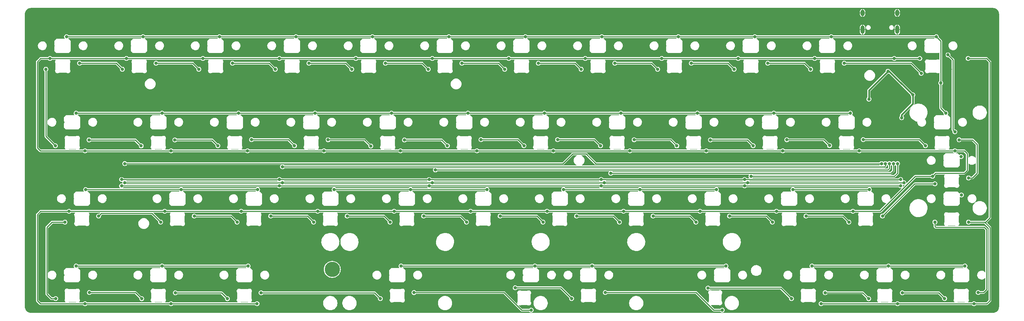
<source format=gbr>
%TF.GenerationSoftware,KiCad,Pcbnew,(7.0.0)*%
%TF.CreationDate,2023-09-24T22:25:07+02:00*%
%TF.ProjectId,vootington,766f6f74-696e-4677-946f-6e2e6b696361,rev?*%
%TF.SameCoordinates,Original*%
%TF.FileFunction,Copper,L1,Top*%
%TF.FilePolarity,Positive*%
%FSLAX46Y46*%
G04 Gerber Fmt 4.6, Leading zero omitted, Abs format (unit mm)*
G04 Created by KiCad (PCBNEW (7.0.0)) date 2023-09-24 22:25:07*
%MOMM*%
%LPD*%
G01*
G04 APERTURE LIST*
%TA.AperFunction,ComponentPad*%
%ADD10C,3.800000*%
%TD*%
%TA.AperFunction,ComponentPad*%
%ADD11O,1.000000X1.600000*%
%TD*%
%TA.AperFunction,ComponentPad*%
%ADD12O,1.000000X2.100000*%
%TD*%
%TA.AperFunction,ViaPad*%
%ADD13C,0.800000*%
%TD*%
%TA.AperFunction,Conductor*%
%ADD14C,0.381000*%
%TD*%
%TA.AperFunction,Conductor*%
%ADD15C,0.250000*%
%TD*%
%TA.AperFunction,Conductor*%
%ADD16C,0.200000*%
%TD*%
G04 APERTURE END LIST*
D10*
%TO.P,H6,1*%
%TO.N,N/C*%
X103662500Y-97024000D03*
%TD*%
D11*
%TO.P,J2,S1,SHIELD*%
%TO.N,GND*%
X235773499Y-33081249D03*
D12*
X235773499Y-37261249D03*
D11*
X244413499Y-33081249D03*
D12*
X244413499Y-37261249D03*
%TD*%
D13*
%TO.N,+3V3*%
X237349581Y-54561617D03*
X242093750Y-47625000D03*
X248297095Y-53510594D03*
X245514886Y-59214126D03*
%TO.N,+5V*%
X120666149Y-67476587D03*
X139716149Y-67476587D03*
X176212500Y-82550000D03*
X214312500Y-82550000D03*
X42068750Y-67468750D03*
X63516149Y-67476587D03*
X258762500Y-67468750D03*
X225425000Y-105568750D03*
X195262500Y-82550000D03*
X196866149Y-67476587D03*
X233362500Y-82550000D03*
X63500000Y-105568750D03*
X52387500Y-44450000D03*
X119062500Y-82550000D03*
X147637500Y-44450000D03*
X71437500Y-44450000D03*
X38100000Y-82550000D03*
X243681250Y-44450000D03*
X250031250Y-44450000D03*
X84931250Y-105568750D03*
X253206250Y-73818750D03*
X158766149Y-67476587D03*
X61912500Y-82550000D03*
X82566149Y-67476587D03*
X215916149Y-67476587D03*
X223837500Y-44450000D03*
X262064500Y-44450000D03*
X33337500Y-44450000D03*
X262159750Y-85217000D03*
X42068750Y-105568750D03*
X109537500Y-44450000D03*
X90487500Y-44450000D03*
X204787500Y-44450000D03*
X100012500Y-82550000D03*
X263525000Y-105568750D03*
X157162500Y-82550000D03*
X177816149Y-67476587D03*
X166687500Y-44450000D03*
X185737500Y-44450000D03*
X101616149Y-67476587D03*
X138112500Y-82550000D03*
X128587500Y-44450000D03*
X244475000Y-105568750D03*
X80962500Y-82550000D03*
X234966149Y-67476587D03*
%TO.N,GND*%
X34131250Y-41275000D03*
X250031250Y-76993750D03*
X134143750Y-60325000D03*
X40703500Y-47117000D03*
X72231250Y-41275000D03*
X97853500Y-47117000D03*
X250992148Y-53969830D03*
X53181250Y-41275000D03*
X202628500Y-85217000D03*
X211137500Y-76993750D03*
X183578500Y-85217000D03*
X117475000Y-98425000D03*
X151407694Y-64688560D03*
X75165166Y-64681674D03*
X218051796Y-102817213D03*
X242887500Y-53975000D03*
X56065792Y-64736411D03*
X155003500Y-47117000D03*
X119856250Y-79375000D03*
X117475000Y-98425000D03*
X250825000Y-41275000D03*
X215106250Y-79375000D03*
X45466000Y-85217000D03*
X247990441Y-46773765D03*
X119856250Y-79375000D03*
X237294441Y-102826775D03*
X212153500Y-47117000D03*
X186531250Y-41275000D03*
X250979835Y-51609734D03*
X229393750Y-60325000D03*
X96043750Y-60325000D03*
X81756250Y-79375000D03*
X34131250Y-41275000D03*
X62706250Y-79375000D03*
X234619332Y-54571763D03*
X34676825Y-64725845D03*
X148431250Y-41275000D03*
X78803500Y-47117000D03*
X174053500Y-47117000D03*
X88328500Y-85217000D03*
X110331250Y-41275000D03*
X129381250Y-41275000D03*
X253867831Y-83746645D03*
X219868750Y-98425000D03*
X238918750Y-98425000D03*
X76993750Y-60325000D03*
X77558776Y-102835094D03*
X224631250Y-41275000D03*
X57943750Y-98425000D03*
X167481250Y-41275000D03*
X129381250Y-73818750D03*
X227545463Y-64662224D03*
X221678500Y-85217000D03*
X231203500Y-47117000D03*
X164528500Y-85217000D03*
X53181250Y-41275000D03*
X100806250Y-79375000D03*
X115093750Y-60325000D03*
X57943750Y-60325000D03*
X255587500Y-69850000D03*
X257968750Y-98425000D03*
X100806250Y-79375000D03*
X34761802Y-102793287D03*
X36512500Y-60325000D03*
X36512500Y-60325000D03*
X76993750Y-60325000D03*
X219868750Y-98425000D03*
X165100000Y-98425000D03*
X238526464Y-43636920D03*
X52754704Y-73818750D03*
X262159750Y-75692000D03*
X157956250Y-79375000D03*
X36512500Y-98425000D03*
X116903500Y-47117000D03*
X177006250Y-79375000D03*
X177006250Y-79375000D03*
X208520000Y-64710598D03*
X110331250Y-41275000D03*
X38893750Y-79375000D03*
X57943750Y-60325000D03*
X259143500Y-43561000D03*
X246330846Y-61919920D03*
X257968750Y-98425000D03*
X245268750Y-61912500D03*
X157956250Y-79375000D03*
X191293750Y-60325000D03*
X153193750Y-60325000D03*
X242650391Y-42615451D03*
X255587500Y-79375000D03*
X229393750Y-60325000D03*
X215106250Y-79375000D03*
X79375000Y-98425000D03*
X165100000Y-98425000D03*
X96043750Y-60325000D03*
X198437500Y-98425000D03*
X234156250Y-79375000D03*
X138906250Y-79375000D03*
X134143750Y-60325000D03*
X81756250Y-79375000D03*
X251417155Y-64714326D03*
X145478500Y-85217000D03*
X205581250Y-41275000D03*
X92075000Y-73818750D03*
X148431250Y-41275000D03*
X115643164Y-102803683D03*
X172243750Y-60325000D03*
X79375000Y-98425000D03*
X172243750Y-73818750D03*
X91281250Y-41275000D03*
X153193750Y-60325000D03*
X107378500Y-85217000D03*
X254370254Y-52925494D03*
X170468864Y-64710598D03*
X57943750Y-98425000D03*
X238918750Y-98425000D03*
X72231250Y-41275000D03*
X167481250Y-41275000D03*
X253206250Y-60325000D03*
X113254553Y-64768221D03*
X150812500Y-98425000D03*
X210343750Y-60325000D03*
X172243750Y-60325000D03*
X138906250Y-79375000D03*
X186531250Y-41275000D03*
X91281250Y-41275000D03*
X36512500Y-98425000D03*
X253206250Y-60325000D03*
X257574990Y-47158469D03*
X196056250Y-79375000D03*
X250825000Y-41275000D03*
X69278500Y-85217000D03*
X234156250Y-79375000D03*
X240728500Y-85217000D03*
X255587500Y-79375000D03*
X196850000Y-107156250D03*
X38893750Y-79375000D03*
X115093750Y-60325000D03*
X256211185Y-102778787D03*
X193103500Y-47117000D03*
X129381250Y-41275000D03*
X149225000Y-107156250D03*
X62706250Y-79375000D03*
X163254694Y-102812468D03*
X205581250Y-41275000D03*
X59753500Y-47117000D03*
X235743750Y-40640000D03*
X56179568Y-102837221D03*
X189499106Y-64733776D03*
X198437500Y-98425000D03*
X126428500Y-85217000D03*
X132345154Y-64682992D03*
X196056250Y-79375000D03*
X94249611Y-64705077D03*
X191293750Y-60325000D03*
X210343750Y-60325000D03*
X135953500Y-47117000D03*
X257233768Y-52243479D03*
%TO.N,+3V3*%
X255240689Y-50544244D03*
X66025216Y-77128346D03*
X156512716Y-58078346D03*
X227950216Y-39028346D03*
X118412716Y-58078346D03*
X37450216Y-39028346D03*
X260307055Y-68900000D03*
X260393000Y-78467970D03*
X94600216Y-39028346D03*
X232712716Y-58078346D03*
X213662716Y-58078346D03*
X104125216Y-77128346D03*
X61262716Y-96178346D03*
X170800216Y-39028346D03*
X120793966Y-96178346D03*
X218425216Y-77128346D03*
X154131466Y-96178346D03*
X80312716Y-58078346D03*
X194612716Y-58078346D03*
X137462716Y-58078346D03*
X75550216Y-39028346D03*
X223187716Y-96178346D03*
X180325216Y-77128346D03*
X208900216Y-39028346D03*
X142225216Y-77128346D03*
X189850216Y-39028346D03*
X151750216Y-39028346D03*
X199375216Y-77128346D03*
X85075216Y-77128346D03*
X61262716Y-58078346D03*
X123175216Y-77128346D03*
X175562716Y-58078346D03*
X161275216Y-77128346D03*
X99362716Y-58078346D03*
X82693966Y-96178346D03*
X42212716Y-77128346D03*
X56500216Y-39028346D03*
X39831466Y-58078346D03*
X132700216Y-39028346D03*
X256525216Y-58078346D03*
X261287716Y-96178346D03*
X201756466Y-96178346D03*
X168418966Y-96178346D03*
X113650216Y-39028346D03*
X242237716Y-96178346D03*
X237475216Y-77128346D03*
X39831466Y-96178346D03*
X254143966Y-39028346D03*
%TO.N,K_12*%
X258762500Y-62706250D03*
X257059576Y-43540826D03*
%TO.N,Net-(D10-DIN)*%
X203771500Y-47117000D03*
X193103500Y-45629334D03*
%TO.N,Net-(D14-DOUT)*%
X140727154Y-64682992D03*
X151407694Y-66176226D03*
%TO.N,Net-(D20-DOUT)*%
X262159750Y-74204334D03*
X259799155Y-64714326D03*
%TO.N,Net-(D26-DOUT)*%
X145478500Y-83729334D03*
X156146500Y-85217000D03*
%TO.N,Net-(D32-DOUT)*%
X37084000Y-85217000D03*
X34761802Y-104280953D03*
%TO.N,Net-(D38-DOUT)*%
X163290250Y-104267000D03*
X149225000Y-101600000D03*
%TO.N,Net-(D10-DOUT)*%
X174053500Y-45629334D03*
X184721500Y-47117000D03*
%TO.N,Net-(D14-DIN)*%
X121636553Y-64768221D03*
X132345154Y-66170658D03*
%TO.N,Net-(D26-DIN)*%
X175196500Y-85217000D03*
X164528500Y-83729334D03*
%TO.N,Net-(D38-DIN)*%
X153193750Y-107156250D03*
X124025164Y-102803683D03*
%TO.N,ADC1*%
X207962500Y-73818750D03*
X244475000Y-70643750D03*
%TO.N,SELECT0*%
X90487500Y-74612500D03*
X245268750Y-74612500D03*
X51167204Y-74612500D03*
X206375000Y-74612500D03*
X127793750Y-74612500D03*
X170656250Y-74612500D03*
%TO.N,SELECT1*%
X51960954Y-75406250D03*
X171450000Y-75406250D03*
X128587500Y-75406250D03*
X246062500Y-75406250D03*
X91281250Y-75406250D03*
X207168750Y-75406250D03*
%TO.N,ADC2*%
X243475497Y-70643750D03*
X173037500Y-73025000D03*
%TO.N,SELECT2*%
X127793750Y-76200000D03*
X170656250Y-76200000D03*
X90487500Y-76200000D03*
X51167204Y-76200000D03*
X206375000Y-76200000D03*
X245268750Y-76200000D03*
%TO.N,Net-(D19-DIN)*%
X32321500Y-47117000D03*
X34676825Y-66213511D03*
%TO.N,Net-(D2-DIN)*%
X51371500Y-47117000D03*
X40715779Y-45622085D03*
%TO.N,Net-(D3-DIN)*%
X70421500Y-47117000D03*
X59753500Y-45629334D03*
%TO.N,Net-(D4-DIN)*%
X89471500Y-47117000D03*
X78803500Y-45629334D03*
%TO.N,Net-(D5-DIN)*%
X108521500Y-47117000D03*
X97853500Y-45629334D03*
%TO.N,Net-(D6-DIN)*%
X127571500Y-47117000D03*
X116903500Y-45629334D03*
%TO.N,Net-(D7-DIN)*%
X146621500Y-47117000D03*
X135953500Y-45629334D03*
%TO.N,Net-(D8-DIN)*%
X165671500Y-47117000D03*
X155003500Y-45629334D03*
%TO.N,Net-(D11-DIN)*%
X212153500Y-45629334D03*
X222821500Y-47117000D03*
%TO.N,Net-(D12-DIN)*%
X250380500Y-48133000D03*
X231203500Y-45629334D03*
%TO.N,Net-(D15-DIN)*%
X102631611Y-64705077D03*
X113254553Y-66255887D03*
%TO.N,Net-(D16-DIN)*%
X94249611Y-66192743D03*
X83547166Y-64681674D03*
%TO.N,Net-(D17-DIN)*%
X64447792Y-64736411D03*
X75165166Y-66169340D03*
%TO.N,Net-(D18-DIN)*%
X56065792Y-66224077D03*
X43058825Y-64725845D03*
%TO.N,Net-(D20-DIN)*%
X251417155Y-66201992D03*
X235927463Y-64662224D03*
%TO.N,Net-(D21-DIN)*%
X216902000Y-64710598D03*
X227545463Y-66149890D03*
%TO.N,Net-(D22-DIN)*%
X197881106Y-64733776D03*
X208520000Y-66198264D03*
%TO.N,Net-(D23-DIN)*%
X178850864Y-64710598D03*
X189499106Y-66221442D03*
%TO.N,Net-(D24-DIN)*%
X159789694Y-64688560D03*
X170468864Y-66198264D03*
%TO.N,Net-(D27-DIN)*%
X183578500Y-83729334D03*
X194246500Y-85217000D03*
%TO.N,Net-(D28-DIN)*%
X213296500Y-85217000D03*
X202628500Y-83729334D03*
%TO.N,Net-(D29-DIN)*%
X221678500Y-83729334D03*
X232346500Y-85217000D03*
%TO.N,Net-(D30-DIN)*%
X253777750Y-75692000D03*
X240728500Y-83729334D03*
%TO.N,Net-(D32-DIN)*%
X45466000Y-83729334D03*
X60896500Y-85217000D03*
%TO.N,Net-(D33-DIN)*%
X69278500Y-83729334D03*
X79946500Y-85217000D03*
%TO.N,Net-(D34-DIN)*%
X98996500Y-85217000D03*
X88328500Y-83729334D03*
%TO.N,Net-(D35-DIN)*%
X107378500Y-83729334D03*
X118046500Y-85217000D03*
%TO.N,Net-(D36-DIN)*%
X137096500Y-85217000D03*
X126428500Y-83729334D03*
%TO.N,Net-(D39-DIN)*%
X85940776Y-102835094D03*
X115643164Y-104291349D03*
%TO.N,Net-(D40-DIN)*%
X77558776Y-104322760D03*
X64561568Y-102837221D03*
%TO.N,Net-(D41-DIN)*%
X56179568Y-104324887D03*
X43143802Y-102793287D03*
%TO.N,Net-(D44-DIN)*%
X253777750Y-85217000D03*
X264593185Y-102778787D03*
%TO.N,Net-(D45-DIN)*%
X256211185Y-104266453D03*
X245662542Y-102835094D03*
%TO.N,Net-(D46-DIN)*%
X237280542Y-104322760D03*
X226433796Y-102817213D03*
%TO.N,Net-(D47-DIN)*%
X218051796Y-104304879D03*
X197260955Y-101671773D03*
%TO.N,Net-(D48-DIN)*%
X200818750Y-107156250D03*
X171672250Y-102779334D03*
%TO.N,ADC3*%
X129381250Y-72231250D03*
X242475994Y-70643750D03*
%TO.N,ADC4*%
X91281250Y-71437500D03*
X241476491Y-70643750D03*
%TO.N,ADC5*%
X51960954Y-70643750D03*
X240476988Y-70643750D03*
%TD*%
D14*
%TO.N,+3V3*%
X242411501Y-47625000D02*
X248297095Y-53510594D01*
X242093750Y-47625000D02*
X242411501Y-47625000D01*
X245514886Y-58491364D02*
X245514886Y-59214126D01*
X248297095Y-55709155D02*
X245514886Y-58491364D01*
X248297095Y-53510594D02*
X248297095Y-55709155D01*
X237349581Y-52369169D02*
X242093750Y-47625000D01*
X237349581Y-54561617D02*
X237349581Y-52369169D01*
D15*
%TO.N,+5V*%
X30162500Y-45243750D02*
X30956250Y-44450000D01*
X266700000Y-105568750D02*
X267493750Y-104775000D01*
X261823750Y-68148750D02*
X261143750Y-67468750D01*
X30956250Y-105568750D02*
X30162500Y-104775000D01*
X248906162Y-73818750D02*
X248278081Y-74446831D01*
X30956250Y-67468750D02*
X30162500Y-66675000D01*
X30162500Y-66675000D02*
X30162500Y-45243750D01*
X262064500Y-44450000D02*
X266700000Y-44450000D01*
X223837500Y-44450000D02*
X33337500Y-44450000D01*
X42068750Y-67468750D02*
X158750000Y-67468750D01*
X253206250Y-73818750D02*
X248906162Y-73818750D01*
X254793750Y-73025000D02*
X256381250Y-73025000D01*
X237302000Y-44450000D02*
X242093750Y-44450000D01*
X254000000Y-73025000D02*
X253206250Y-73818750D01*
X266414250Y-85217000D02*
X267493750Y-84137500D01*
X30162500Y-104775000D02*
X30162500Y-83343750D01*
X267493750Y-104775000D02*
X267493750Y-86518750D01*
X250031250Y-44450000D02*
X242610318Y-44450000D01*
X261143750Y-73025000D02*
X261823750Y-72345000D01*
X225425000Y-105568750D02*
X263525000Y-105568750D01*
X266700000Y-44450000D02*
X267493750Y-45243750D01*
X30162500Y-83343750D02*
X30956250Y-82550000D01*
X261823750Y-72345000D02*
X261823750Y-68148750D01*
X177800000Y-67468750D02*
X258762500Y-67468750D01*
X262159750Y-85217000D02*
X266414250Y-85217000D01*
X30956250Y-44450000D02*
X33337500Y-44450000D01*
X42068750Y-105568750D02*
X30956250Y-105568750D01*
X256381250Y-73025000D02*
X254000000Y-73025000D01*
X256381250Y-73025000D02*
X261143750Y-73025000D01*
X170656250Y-67468750D02*
X177800000Y-67468750D01*
X267493750Y-86518750D02*
X266192000Y-85217000D01*
X242093750Y-44450000D02*
X242610318Y-44450000D01*
X267493750Y-84137500D02*
X267493750Y-45243750D01*
X42068750Y-105568750D02*
X84931250Y-105568750D01*
X263525000Y-105568750D02*
X266700000Y-105568750D01*
X223837500Y-44450000D02*
X238125000Y-44450000D01*
X248278081Y-74446831D02*
X240174912Y-82550000D01*
X266192000Y-85217000D02*
X262159750Y-85217000D01*
X261143750Y-67468750D02*
X258762500Y-67468750D01*
X42068750Y-67468750D02*
X30956250Y-67468750D01*
X240174912Y-82550000D02*
X233362500Y-82550000D01*
X30956250Y-82550000D02*
X38100000Y-82550000D01*
X233362500Y-82550000D02*
X38100000Y-82550000D01*
X158766149Y-67476587D02*
X177816149Y-67476587D01*
%TO.N,+3V3*%
X142225216Y-77128346D02*
X104125216Y-77128346D01*
X199375216Y-77128346D02*
X161275216Y-77128346D01*
X255239873Y-40124253D02*
X254143966Y-39028346D01*
X223187716Y-96178346D02*
X261287716Y-96178346D01*
X255239873Y-50006250D02*
X255239873Y-40124253D01*
X255240689Y-50007066D02*
X255239873Y-50006250D01*
D16*
X250341154Y-39028346D02*
X254143966Y-39028346D01*
D15*
X256525216Y-58078346D02*
X255239873Y-56793003D01*
X254143966Y-39028346D02*
X37450216Y-39028346D01*
X255239873Y-56793003D02*
X255239873Y-50006250D01*
X255240689Y-50544244D02*
X255240689Y-50007066D01*
X85075216Y-77128346D02*
X42212716Y-77128346D01*
X232712716Y-58078346D02*
X39831466Y-58078346D01*
X39831466Y-96178346D02*
X82693966Y-96178346D01*
X237475216Y-77128346D02*
X218425216Y-77128346D01*
X120793966Y-96178346D02*
X201756466Y-96178346D01*
%TO.N,K_12*%
X258299990Y-62243740D02*
X258762500Y-62706250D01*
X258299990Y-44781240D02*
X258299990Y-62243740D01*
X257968750Y-44450000D02*
X258299990Y-44781240D01*
X257059576Y-43540826D02*
X257968750Y-44450000D01*
%TO.N,Net-(D10-DIN)*%
X202283834Y-45629334D02*
X193103500Y-45629334D01*
X203771500Y-47117000D02*
X202283834Y-45629334D01*
%TO.N,Net-(D14-DOUT)*%
X140727154Y-64682992D02*
X149914460Y-64682992D01*
X149914460Y-64682992D02*
X151407694Y-66176226D01*
%TO.N,Net-(D20-DOUT)*%
X264318750Y-73025000D02*
X263139416Y-74204334D01*
X263139416Y-74204334D02*
X262159750Y-74204334D01*
X263151826Y-64714326D02*
X264318750Y-65881250D01*
X259799155Y-64714326D02*
X263151826Y-64714326D01*
X264318750Y-65881250D02*
X264318750Y-73025000D01*
%TO.N,Net-(D26-DOUT)*%
X145478500Y-83729334D02*
X154658834Y-83729334D01*
X154658834Y-83729334D02*
X156146500Y-85217000D01*
%TO.N,Net-(D32-DOUT)*%
X33637203Y-104280953D02*
X34761802Y-104280953D01*
X33845500Y-85217000D02*
X32543750Y-86518750D01*
X37084000Y-85217000D02*
X33845500Y-85217000D01*
X32543750Y-103187500D02*
X33637203Y-104280953D01*
X32543750Y-86518750D02*
X32543750Y-103187500D01*
%TO.N,Net-(D38-DOUT)*%
X160623250Y-101600000D02*
X163290250Y-104267000D01*
X149225000Y-101600000D02*
X160623250Y-101600000D01*
%TO.N,Net-(D10-DOUT)*%
X184721500Y-47117000D02*
X183233834Y-45629334D01*
X183233834Y-45629334D02*
X174053500Y-45629334D01*
%TO.N,Net-(D14-DIN)*%
X130942717Y-64768221D02*
X132345154Y-66170658D01*
X121636553Y-64768221D02*
X130942717Y-64768221D01*
%TO.N,Net-(D26-DIN)*%
X173708834Y-83729334D02*
X175196500Y-85217000D01*
X164528500Y-83729334D02*
X173708834Y-83729334D01*
%TO.N,Net-(D38-DIN)*%
X150812500Y-107156250D02*
X153193750Y-107156250D01*
X124025164Y-102803683D02*
X146459933Y-102803683D01*
X146459933Y-102803683D02*
X150812500Y-107156250D01*
%TO.N,ADC1*%
X238918750Y-73818750D02*
X238973814Y-73818750D01*
X238125000Y-73818750D02*
X243681250Y-73818750D01*
X244475000Y-73025000D02*
X244475000Y-70643750D01*
X243681250Y-73818750D02*
X244475000Y-73025000D01*
X207962500Y-73818750D02*
X238125000Y-73818750D01*
X238125000Y-73818750D02*
X238918750Y-73818750D01*
%TO.N,SELECT0*%
X206375000Y-74612500D02*
X51167204Y-74612500D01*
X206375000Y-74612500D02*
X245268750Y-74612500D01*
%TO.N,SELECT1*%
X246062500Y-75406250D02*
X207168750Y-75406250D01*
X207168750Y-75406250D02*
X51960954Y-75406250D01*
%TO.N,ADC2*%
X243435548Y-72439788D02*
X243435548Y-70683699D01*
X173037500Y-73025000D02*
X242850336Y-73025000D01*
X243435548Y-70683699D02*
X243475497Y-70643750D01*
X243475497Y-70643750D02*
X243475497Y-70849503D01*
X242850336Y-73025000D02*
X243435548Y-72439788D01*
%TO.N,SELECT2*%
X245268750Y-76200000D02*
X51167204Y-76200000D01*
%TO.N,Net-(D19-DIN)*%
X34676825Y-66213511D02*
X32321500Y-63858186D01*
X32321500Y-63858186D02*
X32321500Y-47117000D01*
%TO.N,Net-(D2-DIN)*%
X40715779Y-45622085D02*
X49876585Y-45622085D01*
X49876585Y-45622085D02*
X51371500Y-47117000D01*
%TO.N,Net-(D3-DIN)*%
X70421500Y-47117000D02*
X68933834Y-45629334D01*
X68933834Y-45629334D02*
X59753500Y-45629334D01*
%TO.N,Net-(D4-DIN)*%
X89471500Y-47117000D02*
X87983834Y-45629334D01*
X87983834Y-45629334D02*
X78803500Y-45629334D01*
%TO.N,Net-(D5-DIN)*%
X108521500Y-47117000D02*
X107033834Y-45629334D01*
X107033834Y-45629334D02*
X97853500Y-45629334D01*
%TO.N,Net-(D6-DIN)*%
X126083834Y-45629334D02*
X116903500Y-45629334D01*
X127571500Y-47117000D02*
X126083834Y-45629334D01*
%TO.N,Net-(D7-DIN)*%
X145133834Y-45629334D02*
X135953500Y-45629334D01*
X146621500Y-47117000D02*
X145133834Y-45629334D01*
%TO.N,Net-(D8-DIN)*%
X164183834Y-45629334D02*
X155003500Y-45629334D01*
X165671500Y-47117000D02*
X164183834Y-45629334D01*
%TO.N,Net-(D11-DIN)*%
X221333834Y-45629334D02*
X212153500Y-45629334D01*
X222821500Y-47117000D02*
X221333834Y-45629334D01*
%TO.N,Net-(D12-DIN)*%
X247876834Y-45629334D02*
X231203500Y-45629334D01*
X250380500Y-48133000D02*
X247876834Y-45629334D01*
%TO.N,Net-(D15-DIN)*%
X111703743Y-64705077D02*
X113254553Y-66255887D01*
X102631611Y-64705077D02*
X111703743Y-64705077D01*
%TO.N,Net-(D16-DIN)*%
X83547166Y-64681674D02*
X92738542Y-64681674D01*
X92738542Y-64681674D02*
X94249611Y-66192743D01*
%TO.N,Net-(D17-DIN)*%
X64447792Y-64736411D02*
X73732237Y-64736411D01*
X73732237Y-64736411D02*
X75165166Y-66169340D01*
%TO.N,Net-(D18-DIN)*%
X54567560Y-64725845D02*
X56065792Y-66224077D01*
X43058825Y-64725845D02*
X54567560Y-64725845D01*
%TO.N,Net-(D20-DIN)*%
X235927463Y-64662224D02*
X249877387Y-64662224D01*
X249877387Y-64662224D02*
X251417155Y-66201992D01*
%TO.N,Net-(D21-DIN)*%
X216902000Y-64710598D02*
X226106171Y-64710598D01*
X226106171Y-64710598D02*
X227545463Y-66149890D01*
%TO.N,Net-(D22-DIN)*%
X207055512Y-64733776D02*
X208520000Y-66198264D01*
X197881106Y-64733776D02*
X207055512Y-64733776D01*
%TO.N,Net-(D23-DIN)*%
X178850864Y-64710598D02*
X187988262Y-64710598D01*
X187988262Y-64710598D02*
X189499106Y-66221442D01*
%TO.N,Net-(D24-DIN)*%
X159789694Y-64688560D02*
X168959160Y-64688560D01*
X168959160Y-64688560D02*
X170468864Y-66198264D01*
%TO.N,Net-(D27-DIN)*%
X192758834Y-83729334D02*
X194246500Y-85217000D01*
X183578500Y-83729334D02*
X192758834Y-83729334D01*
%TO.N,Net-(D28-DIN)*%
X202628500Y-83729334D02*
X211808834Y-83729334D01*
X211808834Y-83729334D02*
X213296500Y-85217000D01*
%TO.N,Net-(D29-DIN)*%
X230858834Y-83729334D02*
X232346500Y-85217000D01*
X221678500Y-83729334D02*
X230858834Y-83729334D01*
%TO.N,Net-(D30-DIN)*%
X248765834Y-75692000D02*
X253777750Y-75692000D01*
X240728500Y-83729334D02*
X248765834Y-75692000D01*
%TO.N,Net-(D32-DIN)*%
X46146584Y-83048750D02*
X58728250Y-83048750D01*
X45466000Y-83729334D02*
X46146584Y-83048750D01*
X58728250Y-83048750D02*
X60896500Y-85217000D01*
%TO.N,Net-(D33-DIN)*%
X78458834Y-83729334D02*
X79946500Y-85217000D01*
X69278500Y-83729334D02*
X78458834Y-83729334D01*
%TO.N,Net-(D34-DIN)*%
X97508834Y-83729334D02*
X98996500Y-85217000D01*
X88328500Y-83729334D02*
X97508834Y-83729334D01*
%TO.N,Net-(D35-DIN)*%
X107378500Y-83729334D02*
X116558834Y-83729334D01*
X116558834Y-83729334D02*
X118046500Y-85217000D01*
%TO.N,Net-(D36-DIN)*%
X126428500Y-83729334D02*
X135608834Y-83729334D01*
X135608834Y-83729334D02*
X137096500Y-85217000D01*
%TO.N,Net-(D39-DIN)*%
X85940776Y-102835094D02*
X114186909Y-102835094D01*
X114186909Y-102835094D02*
X115643164Y-104291349D01*
%TO.N,Net-(D40-DIN)*%
X76073237Y-102837221D02*
X77558776Y-104322760D01*
X64561568Y-102837221D02*
X76073237Y-102837221D01*
%TO.N,Net-(D41-DIN)*%
X54647968Y-102793287D02*
X56179568Y-104324887D01*
X43143802Y-102793287D02*
X54647968Y-102793287D01*
%TO.N,Net-(D44-DIN)*%
X266082944Y-86518750D02*
X254000000Y-86518750D01*
X266655000Y-87090806D02*
X266082944Y-86518750D01*
X264593185Y-102778787D02*
X265921002Y-102778787D01*
X254000000Y-86518750D02*
X253777750Y-86296500D01*
X266655000Y-102044789D02*
X266655000Y-87090806D01*
X265921002Y-102778787D02*
X266655000Y-102044789D01*
X253777750Y-86296500D02*
X253777750Y-85217000D01*
%TO.N,Net-(D45-DIN)*%
X254779826Y-102835094D02*
X256211185Y-104266453D01*
X245662542Y-102835094D02*
X254779826Y-102835094D01*
%TO.N,Net-(D46-DIN)*%
X235774995Y-102817213D02*
X237280542Y-104322760D01*
X226433796Y-102817213D02*
X235774995Y-102817213D01*
%TO.N,Net-(D47-DIN)*%
X197260955Y-101671773D02*
X215418690Y-101671773D01*
X215418690Y-101671773D02*
X218051796Y-104304879D01*
%TO.N,Net-(D48-DIN)*%
X198694893Y-107156250D02*
X200818750Y-107156250D01*
X171672250Y-102779334D02*
X194317977Y-102779334D01*
X194317977Y-102779334D02*
X198694893Y-107156250D01*
%TO.N,ADC3*%
X129381250Y-72231250D02*
X242052977Y-72231250D01*
X242445525Y-70674219D02*
X242475994Y-70643750D01*
X242445525Y-71838702D02*
X242445525Y-70674219D01*
X242052977Y-72231250D02*
X242445525Y-71838702D01*
%TO.N,ADC4*%
X91281250Y-71437500D02*
X241237938Y-71437500D01*
X241476491Y-71198947D02*
X241476491Y-70643750D01*
X241237938Y-71437500D02*
X241476491Y-71198947D01*
%TO.N,ADC5*%
X56356250Y-70643750D02*
X161131250Y-70643750D01*
X169320233Y-70643750D02*
X240476988Y-70643750D01*
X55562500Y-70643750D02*
X56356250Y-70643750D01*
X166938983Y-68262500D02*
X169320233Y-70643750D01*
X163512500Y-68262500D02*
X166938983Y-68262500D01*
X161131250Y-70643750D02*
X163512500Y-68262500D01*
X56356250Y-70643750D02*
X51960954Y-70643750D01*
%TD*%
%TA.AperFunction,Conductor*%
%TO.N,GND*%
G36*
X268287905Y-31850529D02*
G01*
X268498312Y-31865578D01*
X268499921Y-31865809D01*
X268705634Y-31910559D01*
X268707198Y-31911018D01*
X268876199Y-31974052D01*
X268904455Y-31984591D01*
X268905948Y-31985273D01*
X269089398Y-32085445D01*
X269090708Y-32086160D01*
X269092088Y-32087046D01*
X269243786Y-32200606D01*
X269260617Y-32213205D01*
X269261857Y-32214279D01*
X269410720Y-32363142D01*
X269411794Y-32364382D01*
X269537952Y-32532910D01*
X269538839Y-32534291D01*
X269639726Y-32719052D01*
X269640408Y-32720544D01*
X269713979Y-32917795D01*
X269714441Y-32919370D01*
X269759188Y-33125070D01*
X269759422Y-33126694D01*
X269774471Y-33337095D01*
X269774500Y-33337915D01*
X269774500Y-106362085D01*
X269774471Y-106362905D01*
X269759422Y-106573305D01*
X269759188Y-106574929D01*
X269714441Y-106780629D01*
X269713979Y-106782204D01*
X269640408Y-106979455D01*
X269639726Y-106980947D01*
X269538839Y-107165708D01*
X269537952Y-107167089D01*
X269411794Y-107335617D01*
X269410720Y-107336857D01*
X269261857Y-107485720D01*
X269260617Y-107486794D01*
X269092089Y-107612952D01*
X269090708Y-107613839D01*
X268905947Y-107714726D01*
X268904455Y-107715408D01*
X268707204Y-107788979D01*
X268705629Y-107789441D01*
X268499929Y-107834188D01*
X268498305Y-107834422D01*
X268287905Y-107849471D01*
X268287085Y-107849500D01*
X28575415Y-107849500D01*
X28574595Y-107849471D01*
X28364194Y-107834422D01*
X28362570Y-107834188D01*
X28156870Y-107789441D01*
X28155295Y-107788979D01*
X27958044Y-107715408D01*
X27956552Y-107714726D01*
X27771791Y-107613839D01*
X27770410Y-107612952D01*
X27601882Y-107486794D01*
X27600642Y-107485720D01*
X27451779Y-107336857D01*
X27450705Y-107335617D01*
X27434300Y-107313703D01*
X27324546Y-107167088D01*
X27323660Y-107165708D01*
X27222773Y-106980947D01*
X27222091Y-106979455D01*
X27211552Y-106951199D01*
X27148518Y-106782198D01*
X27148058Y-106780629D01*
X27103309Y-106574921D01*
X27103078Y-106573312D01*
X27088029Y-106362905D01*
X27088000Y-106362085D01*
X27088000Y-104803807D01*
X29833236Y-104803807D01*
X29833495Y-104804777D01*
X29833496Y-104804778D01*
X29844284Y-104845040D01*
X29844501Y-104846019D01*
X29851736Y-104887052D01*
X29851912Y-104888045D01*
X29852413Y-104888913D01*
X29852414Y-104888915D01*
X29858424Y-104899324D01*
X29859573Y-104902097D01*
X29862685Y-104913712D01*
X29862686Y-104913714D01*
X29862946Y-104914684D01*
X29863523Y-104915508D01*
X29887423Y-104949642D01*
X29887962Y-104950488D01*
X29907611Y-104984519D01*
X29909306Y-104987455D01*
X29910072Y-104988098D01*
X29910074Y-104988100D01*
X29922472Y-104998503D01*
X29942000Y-105014889D01*
X29942003Y-105014891D01*
X29942743Y-105015569D01*
X30715681Y-105788507D01*
X30716359Y-105789247D01*
X30743149Y-105821175D01*
X30743151Y-105821177D01*
X30743795Y-105821944D01*
X30755175Y-105828514D01*
X30780760Y-105843286D01*
X30781606Y-105843825D01*
X30816566Y-105868304D01*
X30829149Y-105871675D01*
X30831921Y-105872823D01*
X30843205Y-105879338D01*
X30885230Y-105886747D01*
X30886202Y-105886963D01*
X30927443Y-105898014D01*
X30969961Y-105894293D01*
X30970963Y-105894250D01*
X41555929Y-105894250D01*
X41561015Y-105895436D01*
X41565053Y-105898749D01*
X41635641Y-105990741D01*
X41640468Y-105997032D01*
X41765909Y-106093286D01*
X41911988Y-106153794D01*
X42068750Y-106174432D01*
X42225512Y-106153794D01*
X42371591Y-106093286D01*
X42497032Y-105997032D01*
X42559078Y-105916171D01*
X42572447Y-105898749D01*
X42576485Y-105895436D01*
X42581571Y-105894250D01*
X62987179Y-105894250D01*
X62992265Y-105895436D01*
X62996303Y-105898749D01*
X63066891Y-105990741D01*
X63071718Y-105997032D01*
X63197159Y-106093286D01*
X63343238Y-106153794D01*
X63500000Y-106174432D01*
X63656762Y-106153794D01*
X63802841Y-106093286D01*
X63928282Y-105997032D01*
X63990328Y-105916171D01*
X64003697Y-105898749D01*
X64007735Y-105895436D01*
X64012821Y-105894250D01*
X84418429Y-105894250D01*
X84423515Y-105895436D01*
X84427553Y-105898749D01*
X84498141Y-105990741D01*
X84502968Y-105997032D01*
X84628409Y-106093286D01*
X84774488Y-106153794D01*
X84931250Y-106174432D01*
X85088012Y-106153794D01*
X85234091Y-106093286D01*
X85359532Y-105997032D01*
X85455786Y-105871591D01*
X85516294Y-105725512D01*
X85536932Y-105568750D01*
X85533539Y-105542980D01*
X101406650Y-105542980D01*
X101406712Y-105543396D01*
X101406713Y-105543399D01*
X101443656Y-105788507D01*
X101446289Y-105805971D01*
X101446413Y-105806375D01*
X101446415Y-105806381D01*
X101512448Y-106020451D01*
X101524683Y-106060116D01*
X101524868Y-106060501D01*
X101524870Y-106060505D01*
X101579735Y-106174432D01*
X101640079Y-106299738D01*
X101640324Y-106300097D01*
X101640325Y-106300099D01*
X101765180Y-106483228D01*
X101789900Y-106519485D01*
X101970799Y-106714448D01*
X101971134Y-106714715D01*
X101971135Y-106714716D01*
X102116636Y-106830750D01*
X102178735Y-106880272D01*
X102409064Y-107013252D01*
X102656640Y-107110419D01*
X102915933Y-107169601D01*
X103114749Y-107184500D01*
X103247338Y-107184500D01*
X103247551Y-107184500D01*
X103446367Y-107169601D01*
X103705660Y-107110419D01*
X103953236Y-107013252D01*
X104183565Y-106880272D01*
X104391501Y-106714448D01*
X104572400Y-106519485D01*
X104722221Y-106299738D01*
X104837617Y-106060116D01*
X104916011Y-105805971D01*
X104955650Y-105542980D01*
X106175500Y-105542980D01*
X106175562Y-105543396D01*
X106175563Y-105543399D01*
X106212506Y-105788507D01*
X106215139Y-105805971D01*
X106215263Y-105806375D01*
X106215265Y-105806381D01*
X106281298Y-106020451D01*
X106293533Y-106060116D01*
X106293718Y-106060501D01*
X106293720Y-106060505D01*
X106348585Y-106174432D01*
X106408929Y-106299738D01*
X106409174Y-106300097D01*
X106409175Y-106300099D01*
X106534030Y-106483228D01*
X106558750Y-106519485D01*
X106739649Y-106714448D01*
X106739984Y-106714715D01*
X106739985Y-106714716D01*
X106885486Y-106830750D01*
X106947585Y-106880272D01*
X107177914Y-107013252D01*
X107425490Y-107110419D01*
X107684783Y-107169601D01*
X107883599Y-107184500D01*
X108016188Y-107184500D01*
X108016401Y-107184500D01*
X108215217Y-107169601D01*
X108474510Y-107110419D01*
X108722086Y-107013252D01*
X108952415Y-106880272D01*
X109160351Y-106714448D01*
X109341250Y-106519485D01*
X109491071Y-106299738D01*
X109606467Y-106060116D01*
X109684861Y-105805971D01*
X109724500Y-105542980D01*
X129988000Y-105542980D01*
X129988062Y-105543396D01*
X129988063Y-105543399D01*
X130025006Y-105788507D01*
X130027639Y-105805971D01*
X130027763Y-105806375D01*
X130027765Y-105806381D01*
X130093798Y-106020451D01*
X130106033Y-106060116D01*
X130106218Y-106060501D01*
X130106220Y-106060505D01*
X130161085Y-106174432D01*
X130221429Y-106299738D01*
X130221674Y-106300097D01*
X130221675Y-106300099D01*
X130346530Y-106483228D01*
X130371250Y-106519485D01*
X130552149Y-106714448D01*
X130552484Y-106714715D01*
X130552485Y-106714716D01*
X130697986Y-106830750D01*
X130760085Y-106880272D01*
X130990414Y-107013252D01*
X131237990Y-107110419D01*
X131497283Y-107169601D01*
X131696099Y-107184500D01*
X131828688Y-107184500D01*
X131828901Y-107184500D01*
X132027717Y-107169601D01*
X132287010Y-107110419D01*
X132534586Y-107013252D01*
X132764915Y-106880272D01*
X132972851Y-106714448D01*
X133153750Y-106519485D01*
X133303571Y-106299738D01*
X133418967Y-106060116D01*
X133497361Y-105805971D01*
X133537000Y-105542980D01*
X133537000Y-105277020D01*
X133497361Y-105014029D01*
X133418967Y-104759884D01*
X133303571Y-104520262D01*
X133153750Y-104300515D01*
X132972851Y-104105552D01*
X132869005Y-104022737D01*
X132765254Y-103939998D01*
X132765251Y-103939995D01*
X132764915Y-103939728D01*
X132764541Y-103939512D01*
X132764538Y-103939510D01*
X132534961Y-103806964D01*
X132534955Y-103806961D01*
X132534586Y-103806748D01*
X132534186Y-103806591D01*
X132534182Y-103806589D01*
X132287410Y-103709738D01*
X132287010Y-103709581D01*
X132136688Y-103675271D01*
X132028134Y-103650494D01*
X132028131Y-103650493D01*
X132027717Y-103650399D01*
X132027299Y-103650367D01*
X132027288Y-103650366D01*
X131829111Y-103635515D01*
X131829092Y-103635514D01*
X131828901Y-103635500D01*
X131696099Y-103635500D01*
X131695908Y-103635514D01*
X131695888Y-103635515D01*
X131497711Y-103650366D01*
X131497698Y-103650367D01*
X131497283Y-103650399D01*
X131496870Y-103650493D01*
X131496865Y-103650494D01*
X131274166Y-103701324D01*
X131237990Y-103709581D01*
X131237593Y-103709736D01*
X131237589Y-103709738D01*
X130990817Y-103806589D01*
X130990807Y-103806593D01*
X130990414Y-103806748D01*
X130990049Y-103806958D01*
X130990038Y-103806964D01*
X130760461Y-103939510D01*
X130760452Y-103939515D01*
X130760085Y-103939728D01*
X130759754Y-103939991D01*
X130759745Y-103939998D01*
X130552485Y-104105283D01*
X130552476Y-104105290D01*
X130552149Y-104105552D01*
X130551861Y-104105862D01*
X130551856Y-104105867D01*
X130371540Y-104300202D01*
X130371250Y-104300515D01*
X130371014Y-104300860D01*
X130371010Y-104300866D01*
X130221675Y-104519900D01*
X130221670Y-104519907D01*
X130221429Y-104520262D01*
X130221240Y-104520653D01*
X130221239Y-104520656D01*
X130106220Y-104759494D01*
X130106216Y-104759503D01*
X130106033Y-104759884D01*
X130105909Y-104760287D01*
X130105905Y-104760297D01*
X130027765Y-105013618D01*
X130027762Y-105013627D01*
X130027639Y-105014029D01*
X130027576Y-105014442D01*
X130027575Y-105014450D01*
X129988063Y-105276600D01*
X129988000Y-105277020D01*
X129988000Y-105542980D01*
X109724500Y-105542980D01*
X109724500Y-105277020D01*
X109684861Y-105014029D01*
X109606467Y-104759884D01*
X109491071Y-104520262D01*
X109341250Y-104300515D01*
X109160351Y-104105552D01*
X109056505Y-104022737D01*
X108952754Y-103939998D01*
X108952751Y-103939995D01*
X108952415Y-103939728D01*
X108952041Y-103939512D01*
X108952038Y-103939510D01*
X108722461Y-103806964D01*
X108722455Y-103806961D01*
X108722086Y-103806748D01*
X108721686Y-103806591D01*
X108721682Y-103806589D01*
X108474910Y-103709738D01*
X108474510Y-103709581D01*
X108324188Y-103675271D01*
X108215634Y-103650494D01*
X108215631Y-103650493D01*
X108215217Y-103650399D01*
X108214799Y-103650367D01*
X108214788Y-103650366D01*
X108016611Y-103635515D01*
X108016592Y-103635514D01*
X108016401Y-103635500D01*
X107883599Y-103635500D01*
X107883408Y-103635514D01*
X107883388Y-103635515D01*
X107685211Y-103650366D01*
X107685198Y-103650367D01*
X107684783Y-103650399D01*
X107684370Y-103650493D01*
X107684365Y-103650494D01*
X107461666Y-103701324D01*
X107425490Y-103709581D01*
X107425093Y-103709736D01*
X107425089Y-103709738D01*
X107178317Y-103806589D01*
X107178307Y-103806593D01*
X107177914Y-103806748D01*
X107177549Y-103806958D01*
X107177538Y-103806964D01*
X106947961Y-103939510D01*
X106947952Y-103939515D01*
X106947585Y-103939728D01*
X106947254Y-103939991D01*
X106947245Y-103939998D01*
X106739985Y-104105283D01*
X106739976Y-104105290D01*
X106739649Y-104105552D01*
X106739361Y-104105862D01*
X106739356Y-104105867D01*
X106559040Y-104300202D01*
X106558750Y-104300515D01*
X106558514Y-104300860D01*
X106558510Y-104300866D01*
X106409175Y-104519900D01*
X106409170Y-104519907D01*
X106408929Y-104520262D01*
X106408740Y-104520653D01*
X106408739Y-104520656D01*
X106293720Y-104759494D01*
X106293716Y-104759503D01*
X106293533Y-104759884D01*
X106293409Y-104760287D01*
X106293405Y-104760297D01*
X106215265Y-105013618D01*
X106215262Y-105013627D01*
X106215139Y-105014029D01*
X106215076Y-105014442D01*
X106215075Y-105014450D01*
X106175563Y-105276600D01*
X106175500Y-105277020D01*
X106175500Y-105542980D01*
X104955650Y-105542980D01*
X104955650Y-105277020D01*
X104916011Y-105014029D01*
X104837617Y-104759884D01*
X104722221Y-104520262D01*
X104572400Y-104300515D01*
X104391501Y-104105552D01*
X104287655Y-104022737D01*
X104183904Y-103939998D01*
X104183901Y-103939995D01*
X104183565Y-103939728D01*
X104183191Y-103939512D01*
X104183188Y-103939510D01*
X103953611Y-103806964D01*
X103953605Y-103806961D01*
X103953236Y-103806748D01*
X103952836Y-103806591D01*
X103952832Y-103806589D01*
X103706060Y-103709738D01*
X103705660Y-103709581D01*
X103555338Y-103675271D01*
X103446784Y-103650494D01*
X103446781Y-103650493D01*
X103446367Y-103650399D01*
X103445949Y-103650367D01*
X103445938Y-103650366D01*
X103247761Y-103635515D01*
X103247742Y-103635514D01*
X103247551Y-103635500D01*
X103114749Y-103635500D01*
X103114558Y-103635514D01*
X103114538Y-103635515D01*
X102916361Y-103650366D01*
X102916348Y-103650367D01*
X102915933Y-103650399D01*
X102915520Y-103650493D01*
X102915515Y-103650494D01*
X102692816Y-103701324D01*
X102656640Y-103709581D01*
X102656243Y-103709736D01*
X102656239Y-103709738D01*
X102409467Y-103806589D01*
X102409457Y-103806593D01*
X102409064Y-103806748D01*
X102408699Y-103806958D01*
X102408688Y-103806964D01*
X102179111Y-103939510D01*
X102179102Y-103939515D01*
X102178735Y-103939728D01*
X102178404Y-103939991D01*
X102178395Y-103939998D01*
X101971135Y-104105283D01*
X101971126Y-104105290D01*
X101970799Y-104105552D01*
X101970511Y-104105862D01*
X101970506Y-104105867D01*
X101790190Y-104300202D01*
X101789900Y-104300515D01*
X101789664Y-104300860D01*
X101789660Y-104300866D01*
X101640325Y-104519900D01*
X101640320Y-104519907D01*
X101640079Y-104520262D01*
X101639890Y-104520653D01*
X101639889Y-104520656D01*
X101524870Y-104759494D01*
X101524866Y-104759503D01*
X101524683Y-104759884D01*
X101524559Y-104760287D01*
X101524555Y-104760297D01*
X101446415Y-105013618D01*
X101446412Y-105013627D01*
X101446289Y-105014029D01*
X101446226Y-105014442D01*
X101446225Y-105014450D01*
X101406713Y-105276600D01*
X101406650Y-105277020D01*
X101406650Y-105542980D01*
X85533539Y-105542980D01*
X85516294Y-105411988D01*
X85455786Y-105265909D01*
X85359532Y-105140468D01*
X85355227Y-105137165D01*
X85234684Y-105044669D01*
X85234683Y-105044668D01*
X85234091Y-105044214D01*
X85233401Y-105043928D01*
X85233399Y-105043927D01*
X85088703Y-104983992D01*
X85088701Y-104983991D01*
X85088012Y-104983706D01*
X85087270Y-104983608D01*
X85087269Y-104983608D01*
X84931994Y-104963166D01*
X84931250Y-104963068D01*
X84930506Y-104963166D01*
X84775230Y-104983608D01*
X84775227Y-104983608D01*
X84774488Y-104983706D01*
X84773800Y-104983990D01*
X84773796Y-104983992D01*
X84629100Y-105043927D01*
X84629095Y-105043929D01*
X84628409Y-105044214D01*
X84627819Y-105044666D01*
X84627815Y-105044669D01*
X84503565Y-105140009D01*
X84503561Y-105140012D01*
X84502968Y-105140468D01*
X84502512Y-105141061D01*
X84502509Y-105141065D01*
X84427553Y-105238751D01*
X84423515Y-105242064D01*
X84418429Y-105243250D01*
X83287812Y-105243250D01*
X83280528Y-105240649D01*
X83276539Y-105234023D01*
X83277649Y-105226368D01*
X83283357Y-105221148D01*
X83287100Y-105219575D01*
X83352288Y-105192180D01*
X83465249Y-105109905D01*
X83556304Y-105003893D01*
X83620587Y-104879807D01*
X83654664Y-104744277D01*
X83656714Y-104604544D01*
X83654431Y-104594190D01*
X83626773Y-104468731D01*
X83626628Y-104468073D01*
X83596709Y-104406005D01*
X83596708Y-104405996D01*
X83596706Y-104405998D01*
X83596479Y-104405526D01*
X83596137Y-104404741D01*
X83596136Y-104404739D01*
X83574808Y-104350361D01*
X83574306Y-104348729D01*
X83561408Y-104292193D01*
X83561155Y-104290514D01*
X83556781Y-104232167D01*
X83556749Y-104231307D01*
X83556749Y-102835094D01*
X85335094Y-102835094D01*
X85335192Y-102835838D01*
X85347506Y-102929377D01*
X85355732Y-102991856D01*
X85356017Y-102992545D01*
X85356018Y-102992547D01*
X85413611Y-103131590D01*
X85416240Y-103137935D01*
X85416694Y-103138527D01*
X85416695Y-103138528D01*
X85507202Y-103256480D01*
X85512494Y-103263376D01*
X85637935Y-103359630D01*
X85784014Y-103420138D01*
X85940776Y-103440776D01*
X86097538Y-103420138D01*
X86243617Y-103359630D01*
X86369058Y-103263376D01*
X86438569Y-103172787D01*
X86444473Y-103165093D01*
X86448511Y-103161780D01*
X86453597Y-103160594D01*
X114047319Y-103160594D01*
X114055451Y-103163962D01*
X115050381Y-104158892D01*
X115053139Y-104163327D01*
X115053651Y-104168525D01*
X115039393Y-104276833D01*
X115037482Y-104291349D01*
X115037580Y-104292093D01*
X115056653Y-104436972D01*
X115058120Y-104448111D01*
X115058405Y-104448800D01*
X115058406Y-104448802D01*
X115117602Y-104591715D01*
X115118628Y-104594190D01*
X115119082Y-104594782D01*
X115119083Y-104594783D01*
X115209395Y-104712481D01*
X115214882Y-104719631D01*
X115340323Y-104815885D01*
X115486402Y-104876393D01*
X115643164Y-104897031D01*
X115799926Y-104876393D01*
X115946005Y-104815885D01*
X116071446Y-104719631D01*
X116167700Y-104594190D01*
X116228208Y-104448111D01*
X116248846Y-104291349D01*
X116228208Y-104134587D01*
X116167700Y-103988508D01*
X116071446Y-103863067D01*
X116057299Y-103852212D01*
X115946598Y-103767268D01*
X115946597Y-103767267D01*
X115946005Y-103766813D01*
X115945315Y-103766527D01*
X115945313Y-103766526D01*
X115800617Y-103706591D01*
X115800615Y-103706590D01*
X115799926Y-103706305D01*
X115799184Y-103706207D01*
X115799183Y-103706207D01*
X115643908Y-103685765D01*
X115643164Y-103685667D01*
X115642420Y-103685765D01*
X115520340Y-103701836D01*
X115515142Y-103701324D01*
X115510707Y-103698566D01*
X114427476Y-102615335D01*
X114426798Y-102614595D01*
X114400009Y-102582668D01*
X114400007Y-102582666D01*
X114399364Y-102581900D01*
X114384864Y-102573528D01*
X114362397Y-102560556D01*
X114361551Y-102560017D01*
X114327417Y-102536117D01*
X114326593Y-102535540D01*
X114325623Y-102535280D01*
X114325621Y-102535279D01*
X114314006Y-102532167D01*
X114311233Y-102531018D01*
X114300824Y-102525008D01*
X114300822Y-102525007D01*
X114299954Y-102524506D01*
X114298966Y-102524331D01*
X114298964Y-102524331D01*
X114257928Y-102517095D01*
X114256949Y-102516878D01*
X114216687Y-102506090D01*
X114216686Y-102506089D01*
X114215716Y-102505830D01*
X114214717Y-102505917D01*
X114214714Y-102505917D01*
X114173198Y-102509550D01*
X114172196Y-102509594D01*
X86453597Y-102509594D01*
X86448511Y-102508408D01*
X86444473Y-102505095D01*
X86404851Y-102453458D01*
X117955785Y-102453458D01*
X117955927Y-102454102D01*
X117955928Y-102454111D01*
X117980531Y-102565705D01*
X117985872Y-102589930D01*
X117986160Y-102590528D01*
X117986161Y-102590530D01*
X118015769Y-102651952D01*
X118015773Y-102651961D01*
X118016027Y-102652489D01*
X118016369Y-102653273D01*
X118037708Y-102707643D01*
X118038215Y-102709285D01*
X118051116Y-102765804D01*
X118051372Y-102767503D01*
X118055719Y-102825447D01*
X118055751Y-102826307D01*
X118055751Y-104231402D01*
X118055719Y-104232262D01*
X118051350Y-104290494D01*
X118051094Y-104292193D01*
X118038194Y-104348709D01*
X118037687Y-104350351D01*
X118016241Y-104404994D01*
X118015897Y-104405782D01*
X118004563Y-104429317D01*
X118004559Y-104429326D01*
X118004534Y-104429380D01*
X118004535Y-104429400D01*
X118004517Y-104429455D01*
X117986192Y-104467474D01*
X117986190Y-104467477D01*
X117985899Y-104468083D01*
X117985756Y-104468731D01*
X117985753Y-104468741D01*
X117955958Y-104603893D01*
X117955956Y-104603902D01*
X117955815Y-104604547D01*
X117955825Y-104605199D01*
X117955824Y-104605213D01*
X117957855Y-104743599D01*
X117957865Y-104744274D01*
X117958025Y-104744910D01*
X117958026Y-104744918D01*
X117991775Y-104879142D01*
X117991940Y-104879797D01*
X117992244Y-104880383D01*
X117992247Y-104880390D01*
X118055909Y-105003278D01*
X118056220Y-105003877D01*
X118147270Y-105109884D01*
X118147810Y-105110277D01*
X118147812Y-105110279D01*
X118249482Y-105184329D01*
X118260227Y-105192155D01*
X118260842Y-105192413D01*
X118260843Y-105192414D01*
X118273393Y-105197688D01*
X118389055Y-105246294D01*
X118526871Y-105269410D01*
X118666313Y-105260267D01*
X118799931Y-105219353D01*
X118859098Y-105184739D01*
X118859101Y-105184745D01*
X118859117Y-105184727D01*
X118859833Y-105184309D01*
X118860680Y-105183865D01*
X118922949Y-105154497D01*
X118924823Y-105153808D01*
X118990763Y-105135954D01*
X118992747Y-105135600D01*
X119058540Y-105129786D01*
X119061278Y-105129545D01*
X119062290Y-105129500D01*
X120623770Y-105129500D01*
X120623772Y-105129500D01*
X120623774Y-105129501D01*
X120650199Y-105129501D01*
X120651211Y-105129546D01*
X120719749Y-105135602D01*
X120721737Y-105135956D01*
X120787671Y-105153809D01*
X120789556Y-105154502D01*
X120851540Y-105183735D01*
X120852419Y-105184198D01*
X120901651Y-105212999D01*
X120911942Y-105219020D01*
X120912558Y-105219380D01*
X121046182Y-105260295D01*
X121185631Y-105269439D01*
X121323454Y-105246322D01*
X121452288Y-105192180D01*
X121565249Y-105109905D01*
X121656304Y-105003893D01*
X121720587Y-104879807D01*
X121754664Y-104744277D01*
X121756714Y-104604544D01*
X121754431Y-104594190D01*
X121726773Y-104468731D01*
X121726628Y-104468073D01*
X121696709Y-104406005D01*
X121696708Y-104405996D01*
X121696706Y-104405998D01*
X121696479Y-104405526D01*
X121696137Y-104404741D01*
X121696136Y-104404739D01*
X121674808Y-104350361D01*
X121674306Y-104348729D01*
X121661408Y-104292193D01*
X121661155Y-104290514D01*
X121656781Y-104232167D01*
X121656749Y-104231307D01*
X121656749Y-102826599D01*
X121656781Y-102825740D01*
X121658434Y-102803683D01*
X123419482Y-102803683D01*
X123422469Y-102826373D01*
X123438653Y-102949306D01*
X123440120Y-102960445D01*
X123440405Y-102961134D01*
X123440406Y-102961136D01*
X123500192Y-103105473D01*
X123500628Y-103106524D01*
X123501082Y-103107116D01*
X123501083Y-103107117D01*
X123584275Y-103215536D01*
X123596882Y-103231965D01*
X123722323Y-103328219D01*
X123868402Y-103388727D01*
X124025164Y-103409365D01*
X124181926Y-103388727D01*
X124328005Y-103328219D01*
X124453446Y-103231965D01*
X124524496Y-103139370D01*
X124528861Y-103133682D01*
X124532899Y-103130369D01*
X124537985Y-103129183D01*
X146320343Y-103129183D01*
X146324744Y-103130058D01*
X146328474Y-103132550D01*
X148455970Y-105260047D01*
X150571936Y-107376013D01*
X150572614Y-107376753D01*
X150599399Y-107408675D01*
X150599401Y-107408677D01*
X150600045Y-107409444D01*
X150624976Y-107423838D01*
X150637007Y-107430784D01*
X150637853Y-107431323D01*
X150672816Y-107455804D01*
X150685085Y-107459091D01*
X150685399Y-107459175D01*
X150688173Y-107460324D01*
X150699455Y-107466838D01*
X150741502Y-107474251D01*
X150742445Y-107474460D01*
X150783693Y-107485513D01*
X150826203Y-107481793D01*
X150827205Y-107481750D01*
X152680929Y-107481750D01*
X152686015Y-107482936D01*
X152690053Y-107486249D01*
X152765468Y-107584532D01*
X152890909Y-107680786D01*
X153036988Y-107741294D01*
X153193750Y-107761932D01*
X153350512Y-107741294D01*
X153496591Y-107680786D01*
X153622032Y-107584532D01*
X153718286Y-107459091D01*
X153778794Y-107313012D01*
X153799432Y-107156250D01*
X153778794Y-106999488D01*
X153718286Y-106853409D01*
X153622032Y-106727968D01*
X153604412Y-106714448D01*
X153497184Y-106632169D01*
X153497183Y-106632168D01*
X153496591Y-106631714D01*
X153495901Y-106631428D01*
X153495899Y-106631427D01*
X153351203Y-106571492D01*
X153351201Y-106571491D01*
X153350512Y-106571206D01*
X153349770Y-106571108D01*
X153349769Y-106571108D01*
X153194494Y-106550666D01*
X153193750Y-106550568D01*
X153193006Y-106550666D01*
X153037730Y-106571108D01*
X153037727Y-106571108D01*
X153036988Y-106571206D01*
X153036300Y-106571490D01*
X153036296Y-106571492D01*
X152891600Y-106631427D01*
X152891595Y-106631429D01*
X152890909Y-106631714D01*
X152890319Y-106632166D01*
X152890315Y-106632169D01*
X152766065Y-106727509D01*
X152766061Y-106727512D01*
X152765468Y-106727968D01*
X152765012Y-106728561D01*
X152765009Y-106728565D01*
X152690053Y-106826251D01*
X152686015Y-106829564D01*
X152680929Y-106830750D01*
X150952091Y-106830750D01*
X150943959Y-106827382D01*
X150126603Y-106010026D01*
X150123339Y-106003439D01*
X150124732Y-105996221D01*
X150130211Y-105991321D01*
X150137539Y-105990741D01*
X150247507Y-106018395D01*
X150387224Y-106020451D01*
X150523682Y-105990374D01*
X150575972Y-105965170D01*
X150584993Y-105960822D01*
X150584994Y-105960821D01*
X150585003Y-105960817D01*
X150586283Y-105960201D01*
X150587030Y-105959875D01*
X150641396Y-105938541D01*
X150643018Y-105938041D01*
X150699543Y-105925145D01*
X150701227Y-105924892D01*
X150759567Y-105920530D01*
X150760420Y-105920499D01*
X150786816Y-105920505D01*
X150786823Y-105920500D01*
X150786835Y-105920499D01*
X152138669Y-105920499D01*
X152138678Y-105920500D01*
X152138686Y-105920504D01*
X152165187Y-105920499D01*
X152166042Y-105920530D01*
X152224274Y-105924884D01*
X152225962Y-105925138D01*
X152282481Y-105938033D01*
X152284110Y-105938536D01*
X152337857Y-105959627D01*
X152338806Y-105960199D01*
X152338838Y-105960135D01*
X152401787Y-105990474D01*
X152538268Y-106020556D01*
X152678009Y-106018499D01*
X152813545Y-105984414D01*
X152937636Y-105920122D01*
X153043651Y-105829057D01*
X153125926Y-105716085D01*
X153180066Y-105587241D01*
X153187488Y-105542980D01*
X153800500Y-105542980D01*
X153800562Y-105543396D01*
X153800563Y-105543399D01*
X153837506Y-105788507D01*
X153840139Y-105805971D01*
X153840263Y-105806375D01*
X153840265Y-105806381D01*
X153906298Y-106020451D01*
X153918533Y-106060116D01*
X153918718Y-106060501D01*
X153918720Y-106060505D01*
X153973585Y-106174432D01*
X154033929Y-106299738D01*
X154034174Y-106300097D01*
X154034175Y-106300099D01*
X154159030Y-106483228D01*
X154183750Y-106519485D01*
X154364649Y-106714448D01*
X154364984Y-106714715D01*
X154364985Y-106714716D01*
X154510486Y-106830750D01*
X154572585Y-106880272D01*
X154802914Y-107013252D01*
X155050490Y-107110419D01*
X155309783Y-107169601D01*
X155508599Y-107184500D01*
X155641188Y-107184500D01*
X155641401Y-107184500D01*
X155840217Y-107169601D01*
X156099510Y-107110419D01*
X156347086Y-107013252D01*
X156577415Y-106880272D01*
X156785351Y-106714448D01*
X156966250Y-106519485D01*
X157116071Y-106299738D01*
X157231467Y-106060116D01*
X157309861Y-105805971D01*
X157349500Y-105542980D01*
X177613000Y-105542980D01*
X177613062Y-105543396D01*
X177613063Y-105543399D01*
X177650006Y-105788507D01*
X177652639Y-105805971D01*
X177652763Y-105806375D01*
X177652765Y-105806381D01*
X177718798Y-106020451D01*
X177731033Y-106060116D01*
X177731218Y-106060501D01*
X177731220Y-106060505D01*
X177786085Y-106174432D01*
X177846429Y-106299738D01*
X177846674Y-106300097D01*
X177846675Y-106300099D01*
X177971530Y-106483228D01*
X177996250Y-106519485D01*
X178177149Y-106714448D01*
X178177484Y-106714715D01*
X178177485Y-106714716D01*
X178322986Y-106830750D01*
X178385085Y-106880272D01*
X178615414Y-107013252D01*
X178862990Y-107110419D01*
X179122283Y-107169601D01*
X179321099Y-107184500D01*
X179453688Y-107184500D01*
X179453901Y-107184500D01*
X179652717Y-107169601D01*
X179912010Y-107110419D01*
X180159586Y-107013252D01*
X180389915Y-106880272D01*
X180597851Y-106714448D01*
X180778750Y-106519485D01*
X180928571Y-106299738D01*
X181043967Y-106060116D01*
X181122361Y-105805971D01*
X181162000Y-105542980D01*
X181162000Y-105277020D01*
X181122361Y-105014029D01*
X181043967Y-104759884D01*
X180928571Y-104520262D01*
X180778750Y-104300515D01*
X180597851Y-104105552D01*
X180494005Y-104022737D01*
X180390254Y-103939998D01*
X180390251Y-103939995D01*
X180389915Y-103939728D01*
X180389541Y-103939512D01*
X180389538Y-103939510D01*
X180159961Y-103806964D01*
X180159955Y-103806961D01*
X180159586Y-103806748D01*
X180159186Y-103806591D01*
X180159182Y-103806589D01*
X179912410Y-103709738D01*
X179912010Y-103709581D01*
X179761688Y-103675271D01*
X179653134Y-103650494D01*
X179653131Y-103650493D01*
X179652717Y-103650399D01*
X179652299Y-103650367D01*
X179652288Y-103650366D01*
X179454111Y-103635515D01*
X179454092Y-103635514D01*
X179453901Y-103635500D01*
X179321099Y-103635500D01*
X179320908Y-103635514D01*
X179320888Y-103635515D01*
X179122711Y-103650366D01*
X179122698Y-103650367D01*
X179122283Y-103650399D01*
X179121870Y-103650493D01*
X179121865Y-103650494D01*
X178899166Y-103701324D01*
X178862990Y-103709581D01*
X178862593Y-103709736D01*
X178862589Y-103709738D01*
X178615817Y-103806589D01*
X178615807Y-103806593D01*
X178615414Y-103806748D01*
X178615049Y-103806958D01*
X178615038Y-103806964D01*
X178385461Y-103939510D01*
X178385452Y-103939515D01*
X178385085Y-103939728D01*
X178384754Y-103939991D01*
X178384745Y-103939998D01*
X178177485Y-104105283D01*
X178177476Y-104105290D01*
X178177149Y-104105552D01*
X178176861Y-104105862D01*
X178176856Y-104105867D01*
X177996540Y-104300202D01*
X177996250Y-104300515D01*
X177996014Y-104300860D01*
X177996010Y-104300866D01*
X177846675Y-104519900D01*
X177846670Y-104519907D01*
X177846429Y-104520262D01*
X177846240Y-104520653D01*
X177846239Y-104520656D01*
X177731220Y-104759494D01*
X177731216Y-104759503D01*
X177731033Y-104759884D01*
X177730909Y-104760287D01*
X177730905Y-104760297D01*
X177652765Y-105013618D01*
X177652762Y-105013627D01*
X177652639Y-105014029D01*
X177652576Y-105014442D01*
X177652575Y-105014450D01*
X177613063Y-105276600D01*
X177613000Y-105277020D01*
X177613000Y-105542980D01*
X157349500Y-105542980D01*
X157349500Y-105277020D01*
X157309861Y-105014029D01*
X157231467Y-104759884D01*
X157116071Y-104520262D01*
X156966250Y-104300515D01*
X156785351Y-104105552D01*
X156681505Y-104022737D01*
X156577754Y-103939998D01*
X156577751Y-103939995D01*
X156577415Y-103939728D01*
X156577041Y-103939512D01*
X156577038Y-103939510D01*
X156347461Y-103806964D01*
X156347455Y-103806961D01*
X156347086Y-103806748D01*
X156346686Y-103806591D01*
X156346682Y-103806589D01*
X156099910Y-103709738D01*
X156099510Y-103709581D01*
X155949188Y-103675271D01*
X155840634Y-103650494D01*
X155840631Y-103650493D01*
X155840217Y-103650399D01*
X155839799Y-103650367D01*
X155839788Y-103650366D01*
X155641611Y-103635515D01*
X155641592Y-103635514D01*
X155641401Y-103635500D01*
X155508599Y-103635500D01*
X155508408Y-103635514D01*
X155508388Y-103635515D01*
X155310211Y-103650366D01*
X155310198Y-103650367D01*
X155309783Y-103650399D01*
X155309370Y-103650493D01*
X155309365Y-103650494D01*
X155086666Y-103701324D01*
X155050490Y-103709581D01*
X155050093Y-103709736D01*
X155050089Y-103709738D01*
X154803317Y-103806589D01*
X154803307Y-103806593D01*
X154802914Y-103806748D01*
X154802549Y-103806958D01*
X154802538Y-103806964D01*
X154572961Y-103939510D01*
X154572952Y-103939515D01*
X154572585Y-103939728D01*
X154572254Y-103939991D01*
X154572245Y-103939998D01*
X154364985Y-104105283D01*
X154364976Y-104105290D01*
X154364649Y-104105552D01*
X154364361Y-104105862D01*
X154364356Y-104105867D01*
X154184040Y-104300202D01*
X154183750Y-104300515D01*
X154183514Y-104300860D01*
X154183510Y-104300866D01*
X154034175Y-104519900D01*
X154034170Y-104519907D01*
X154033929Y-104520262D01*
X154033740Y-104520653D01*
X154033739Y-104520656D01*
X153918720Y-104759494D01*
X153918716Y-104759503D01*
X153918533Y-104759884D01*
X153918409Y-104760287D01*
X153918405Y-104760297D01*
X153840265Y-105013618D01*
X153840262Y-105013627D01*
X153840139Y-105014029D01*
X153840076Y-105014442D01*
X153840075Y-105014450D01*
X153800563Y-105276600D01*
X153800500Y-105277020D01*
X153800500Y-105542980D01*
X153187488Y-105542980D01*
X153203179Y-105449409D01*
X153194029Y-105309953D01*
X153153106Y-105176322D01*
X153140335Y-105154493D01*
X153118459Y-105117099D01*
X153118084Y-105116458D01*
X153117623Y-105115583D01*
X153088267Y-105053317D01*
X153087573Y-105051433D01*
X153069728Y-104985493D01*
X153069375Y-104983502D01*
X153064433Y-104927519D01*
X153063294Y-104914620D01*
X153063250Y-104913609D01*
X153063250Y-104907804D01*
X153063252Y-104887534D01*
X153063250Y-104887531D01*
X153063250Y-103352471D01*
X153063253Y-103352466D01*
X153063251Y-103326038D01*
X153063296Y-103325027D01*
X153064217Y-103314597D01*
X153069345Y-103256488D01*
X153069699Y-103254499D01*
X153087546Y-103188552D01*
X153088236Y-103186674D01*
X153117437Y-103124735D01*
X153117891Y-103123874D01*
X153131411Y-103100729D01*
X153131411Y-103100612D01*
X153131500Y-103100397D01*
X153153010Y-103063635D01*
X153193925Y-102930028D01*
X153203073Y-102790596D01*
X153179964Y-102652788D01*
X153125833Y-102523967D01*
X153116915Y-102511721D01*
X153043967Y-102411556D01*
X153043965Y-102411554D01*
X153043572Y-102411014D01*
X152937576Y-102319966D01*
X152870776Y-102285356D01*
X152814096Y-102255989D01*
X152814091Y-102255987D01*
X152813508Y-102255685D01*
X152812870Y-102255524D01*
X152812866Y-102255523D01*
X152678638Y-102221767D01*
X152678632Y-102221766D01*
X152677995Y-102221606D01*
X152677332Y-102221596D01*
X152677331Y-102221596D01*
X152538944Y-102219559D01*
X152538937Y-102219559D01*
X152538278Y-102219550D01*
X152537626Y-102219693D01*
X152537623Y-102219694D01*
X152402473Y-102249482D01*
X152402470Y-102249482D01*
X152401821Y-102249626D01*
X152401227Y-102249912D01*
X152401222Y-102249914D01*
X152339559Y-102279634D01*
X152339558Y-102279633D01*
X152339551Y-102279638D01*
X152339256Y-102279780D01*
X152338468Y-102280123D01*
X152284112Y-102301450D01*
X152282471Y-102301957D01*
X152225944Y-102314860D01*
X152224246Y-102315116D01*
X152166266Y-102319469D01*
X152165405Y-102319501D01*
X150760360Y-102319501D01*
X150759500Y-102319469D01*
X150752859Y-102318970D01*
X150701249Y-102315098D01*
X150699552Y-102314842D01*
X150643025Y-102301944D01*
X150641384Y-102301438D01*
X150587613Y-102280349D01*
X150586697Y-102279795D01*
X150586663Y-102279868D01*
X150523714Y-102249528D01*
X150523061Y-102249384D01*
X150387888Y-102219590D01*
X150387886Y-102219589D01*
X150387234Y-102219446D01*
X150386573Y-102219455D01*
X150386567Y-102219455D01*
X150248155Y-102221493D01*
X150248152Y-102221493D01*
X150247492Y-102221503D01*
X150246855Y-102221662D01*
X150246848Y-102221664D01*
X150112597Y-102255425D01*
X150112590Y-102255427D01*
X150111956Y-102255587D01*
X150111375Y-102255887D01*
X150111367Y-102255891D01*
X149988459Y-102319571D01*
X149988454Y-102319574D01*
X149987866Y-102319879D01*
X149987361Y-102320312D01*
X149987359Y-102320314D01*
X149882359Y-102410507D01*
X149882356Y-102410510D01*
X149881851Y-102410944D01*
X149881461Y-102411479D01*
X149881455Y-102411486D01*
X149799969Y-102523375D01*
X149799965Y-102523381D01*
X149799576Y-102523916D01*
X149799317Y-102524530D01*
X149799317Y-102524532D01*
X149745693Y-102652147D01*
X149745691Y-102652151D01*
X149745436Y-102652760D01*
X149745327Y-102653408D01*
X149745326Y-102653413D01*
X149722433Y-102789932D01*
X149722433Y-102789936D01*
X149722323Y-102790592D01*
X149722366Y-102791253D01*
X149722366Y-102791262D01*
X149731192Y-102925774D01*
X149731473Y-102930048D01*
X149731668Y-102930686D01*
X149731669Y-102930689D01*
X149766304Y-103043786D01*
X149772396Y-103063679D01*
X149772731Y-103064252D01*
X149772733Y-103064256D01*
X149800092Y-103111018D01*
X149800093Y-103111020D01*
X149807444Y-103123590D01*
X149807915Y-103124485D01*
X149814939Y-103139370D01*
X149837260Y-103186677D01*
X149837961Y-103188579D01*
X149855799Y-103254483D01*
X149856154Y-103256480D01*
X149862206Y-103325255D01*
X149862250Y-103326268D01*
X149862243Y-103341293D01*
X149862238Y-103352427D01*
X149862247Y-103352444D01*
X149862251Y-103352470D01*
X149862251Y-104887530D01*
X149862249Y-104887533D01*
X149862249Y-104887540D01*
X149862249Y-104887541D01*
X149862250Y-104913961D01*
X149862205Y-104914972D01*
X149856156Y-104983507D01*
X149855802Y-104985500D01*
X149837959Y-105051436D01*
X149837260Y-105053336D01*
X149808062Y-105115264D01*
X149807590Y-105116160D01*
X149794255Y-105138989D01*
X149794253Y-105138993D01*
X149794091Y-105139271D01*
X149794090Y-105139380D01*
X149793999Y-105139597D01*
X149772827Y-105175785D01*
X149772823Y-105175792D01*
X149772490Y-105176363D01*
X149772295Y-105176999D01*
X149772294Y-105177002D01*
X149731770Y-105309329D01*
X149731769Y-105309333D01*
X149731574Y-105309971D01*
X149731530Y-105310640D01*
X149731530Y-105310641D01*
X149722469Y-105448733D01*
X149722469Y-105448741D01*
X149722426Y-105449404D01*
X149722535Y-105450058D01*
X149722536Y-105450063D01*
X149745425Y-105586559D01*
X149745535Y-105587213D01*
X149745791Y-105587823D01*
X149745792Y-105587825D01*
X149753089Y-105605191D01*
X149753504Y-105612942D01*
X149748900Y-105619192D01*
X149741374Y-105621092D01*
X149734355Y-105617778D01*
X146700500Y-102583924D01*
X146699822Y-102583184D01*
X146673033Y-102551257D01*
X146673031Y-102551255D01*
X146672388Y-102550489D01*
X146671517Y-102549986D01*
X146635421Y-102529145D01*
X146634575Y-102528606D01*
X146600441Y-102504706D01*
X146599617Y-102504129D01*
X146598647Y-102503869D01*
X146598645Y-102503868D01*
X146587030Y-102500756D01*
X146584257Y-102499607D01*
X146573848Y-102493597D01*
X146573846Y-102493596D01*
X146572978Y-102493095D01*
X146571990Y-102492920D01*
X146571988Y-102492920D01*
X146530952Y-102485684D01*
X146529973Y-102485467D01*
X146489711Y-102474679D01*
X146489710Y-102474678D01*
X146488740Y-102474419D01*
X146487741Y-102474506D01*
X146487738Y-102474506D01*
X146446222Y-102478139D01*
X146445220Y-102478183D01*
X124537985Y-102478183D01*
X124532899Y-102476997D01*
X124528861Y-102473684D01*
X124453904Y-102375998D01*
X124453446Y-102375401D01*
X124439299Y-102364546D01*
X124328598Y-102279602D01*
X124328597Y-102279601D01*
X124328005Y-102279147D01*
X124327315Y-102278861D01*
X124327313Y-102278860D01*
X124182617Y-102218925D01*
X124182615Y-102218924D01*
X124181926Y-102218639D01*
X124181184Y-102218541D01*
X124181183Y-102218541D01*
X124029121Y-102198522D01*
X124025164Y-102198001D01*
X124021207Y-102198522D01*
X123869144Y-102218541D01*
X123869141Y-102218541D01*
X123868402Y-102218639D01*
X123867714Y-102218923D01*
X123867710Y-102218925D01*
X123723014Y-102278860D01*
X123723009Y-102278862D01*
X123722323Y-102279147D01*
X123721733Y-102279599D01*
X123721729Y-102279602D01*
X123597479Y-102374942D01*
X123597475Y-102374945D01*
X123596882Y-102375401D01*
X123596426Y-102375994D01*
X123596423Y-102375998D01*
X123501083Y-102500248D01*
X123501080Y-102500252D01*
X123500628Y-102500842D01*
X123500343Y-102501528D01*
X123500341Y-102501533D01*
X123440406Y-102646229D01*
X123440404Y-102646233D01*
X123440120Y-102646921D01*
X123440022Y-102647660D01*
X123440022Y-102647663D01*
X123424358Y-102766643D01*
X123419482Y-102803683D01*
X121658434Y-102803683D01*
X121659269Y-102792543D01*
X121661147Y-102767476D01*
X121661402Y-102765793D01*
X121674298Y-102709253D01*
X121674797Y-102707633D01*
X121696041Y-102653456D01*
X121696361Y-102652720D01*
X121707972Y-102628586D01*
X121707970Y-102628570D01*
X121707985Y-102628528D01*
X121726597Y-102589918D01*
X121756682Y-102453454D01*
X121754632Y-102313728D01*
X121753949Y-102311013D01*
X121740649Y-102258115D01*
X121720557Y-102178205D01*
X121656278Y-102054126D01*
X121565228Y-101948119D01*
X121564686Y-101947724D01*
X121564685Y-101947723D01*
X121452811Y-101866241D01*
X121452809Y-101866239D01*
X121452271Y-101865848D01*
X121451658Y-101865590D01*
X121451654Y-101865588D01*
X121324056Y-101811966D01*
X121324054Y-101811965D01*
X121323444Y-101811709D01*
X121322792Y-101811599D01*
X121322790Y-101811599D01*
X121186287Y-101788703D01*
X121186282Y-101788702D01*
X121185628Y-101788593D01*
X121184965Y-101788636D01*
X121184957Y-101788636D01*
X121046856Y-101797693D01*
X121046855Y-101797693D01*
X121046186Y-101797737D01*
X121045548Y-101797932D01*
X121045544Y-101797933D01*
X120913208Y-101838454D01*
X120913205Y-101838455D01*
X120912569Y-101838650D01*
X120911998Y-101838983D01*
X120911991Y-101838987D01*
X120857318Y-101870972D01*
X120857312Y-101870975D01*
X120852689Y-101873676D01*
X120851793Y-101874148D01*
X120789563Y-101903496D01*
X120787663Y-101904195D01*
X120721739Y-101922044D01*
X120719746Y-101922399D01*
X120651211Y-101928456D01*
X120650199Y-101928501D01*
X119062301Y-101928501D01*
X119061289Y-101928456D01*
X118992753Y-101922399D01*
X118990760Y-101922044D01*
X118924838Y-101904196D01*
X118922937Y-101903497D01*
X118861003Y-101874287D01*
X118860102Y-101873812D01*
X118800520Y-101838957D01*
X118800516Y-101838955D01*
X118799943Y-101838620D01*
X118666318Y-101797704D01*
X118665648Y-101797660D01*
X118527539Y-101788603D01*
X118527530Y-101788603D01*
X118526869Y-101788560D01*
X118526214Y-101788669D01*
X118526209Y-101788670D01*
X118389699Y-101811567D01*
X118389695Y-101811568D01*
X118389046Y-101811677D01*
X118388437Y-101811932D01*
X118388433Y-101811934D01*
X118260827Y-101865560D01*
X118260819Y-101865564D01*
X118260211Y-101865820D01*
X118259676Y-101866209D01*
X118259670Y-101866213D01*
X118147791Y-101947699D01*
X118147784Y-101947704D01*
X118147249Y-101948095D01*
X118146815Y-101948599D01*
X118146812Y-101948603D01*
X118061870Y-102047499D01*
X118056194Y-102054108D01*
X118055889Y-102054695D01*
X118055886Y-102054701D01*
X117992218Y-102177600D01*
X117992217Y-102177603D01*
X117991911Y-102178194D01*
X117991748Y-102178838D01*
X117991748Y-102178841D01*
X117957996Y-102313080D01*
X117957996Y-102313083D01*
X117957835Y-102313725D01*
X117957825Y-102314385D01*
X117957825Y-102314388D01*
X117955794Y-102452791D01*
X117955794Y-102452797D01*
X117955785Y-102453458D01*
X86404851Y-102453458D01*
X86382407Y-102424209D01*
X86369058Y-102406812D01*
X86355113Y-102396112D01*
X86244210Y-102311013D01*
X86244209Y-102311012D01*
X86243617Y-102310558D01*
X86242927Y-102310272D01*
X86242925Y-102310271D01*
X86098229Y-102250336D01*
X86098227Y-102250335D01*
X86097538Y-102250050D01*
X86096796Y-102249952D01*
X86096795Y-102249952D01*
X85963890Y-102232455D01*
X85940776Y-102229412D01*
X85940032Y-102229510D01*
X85784756Y-102249952D01*
X85784753Y-102249952D01*
X85784014Y-102250050D01*
X85783326Y-102250334D01*
X85783322Y-102250336D01*
X85638626Y-102310271D01*
X85638621Y-102310273D01*
X85637935Y-102310558D01*
X85637345Y-102311010D01*
X85637341Y-102311013D01*
X85513091Y-102406353D01*
X85513087Y-102406356D01*
X85512494Y-102406812D01*
X85512038Y-102407405D01*
X85512035Y-102407409D01*
X85416695Y-102531659D01*
X85416692Y-102531663D01*
X85416240Y-102532253D01*
X85415955Y-102532939D01*
X85415953Y-102532944D01*
X85356018Y-102677640D01*
X85356016Y-102677644D01*
X85355732Y-102678332D01*
X85355634Y-102679071D01*
X85355634Y-102679074D01*
X85344216Y-102765802D01*
X85335094Y-102835094D01*
X83556749Y-102835094D01*
X83556749Y-102826599D01*
X83556781Y-102825740D01*
X83559269Y-102792543D01*
X83561147Y-102767476D01*
X83561402Y-102765793D01*
X83574298Y-102709253D01*
X83574797Y-102707633D01*
X83596041Y-102653456D01*
X83596361Y-102652720D01*
X83607972Y-102628586D01*
X83607970Y-102628570D01*
X83607985Y-102628528D01*
X83626597Y-102589918D01*
X83656682Y-102453454D01*
X83654632Y-102313728D01*
X83653949Y-102311013D01*
X83640649Y-102258115D01*
X83620557Y-102178205D01*
X83556278Y-102054126D01*
X83465228Y-101948119D01*
X83464686Y-101947724D01*
X83464685Y-101947723D01*
X83352811Y-101866241D01*
X83352809Y-101866239D01*
X83352271Y-101865848D01*
X83351658Y-101865590D01*
X83351654Y-101865588D01*
X83224056Y-101811966D01*
X83224054Y-101811965D01*
X83223444Y-101811709D01*
X83222792Y-101811599D01*
X83222790Y-101811599D01*
X83086287Y-101788703D01*
X83086282Y-101788702D01*
X83085628Y-101788593D01*
X83084965Y-101788636D01*
X83084957Y-101788636D01*
X82946856Y-101797693D01*
X82946855Y-101797693D01*
X82946186Y-101797737D01*
X82945548Y-101797932D01*
X82945544Y-101797933D01*
X82813208Y-101838454D01*
X82813205Y-101838455D01*
X82812569Y-101838650D01*
X82811998Y-101838983D01*
X82811991Y-101838987D01*
X82757318Y-101870972D01*
X82757312Y-101870975D01*
X82752689Y-101873676D01*
X82751793Y-101874148D01*
X82689563Y-101903496D01*
X82687663Y-101904195D01*
X82621739Y-101922044D01*
X82619746Y-101922399D01*
X82551211Y-101928456D01*
X82550199Y-101928501D01*
X80962301Y-101928501D01*
X80961289Y-101928456D01*
X80892753Y-101922399D01*
X80890760Y-101922044D01*
X80824838Y-101904196D01*
X80822937Y-101903497D01*
X80761003Y-101874287D01*
X80760102Y-101873812D01*
X80700520Y-101838957D01*
X80700516Y-101838955D01*
X80699943Y-101838620D01*
X80566318Y-101797704D01*
X80565648Y-101797660D01*
X80427539Y-101788603D01*
X80427530Y-101788603D01*
X80426869Y-101788560D01*
X80426214Y-101788669D01*
X80426209Y-101788670D01*
X80289699Y-101811567D01*
X80289695Y-101811568D01*
X80289046Y-101811677D01*
X80288437Y-101811932D01*
X80288433Y-101811934D01*
X80160827Y-101865560D01*
X80160819Y-101865564D01*
X80160211Y-101865820D01*
X80159676Y-101866209D01*
X80159670Y-101866213D01*
X80047791Y-101947699D01*
X80047784Y-101947704D01*
X80047249Y-101948095D01*
X80046815Y-101948599D01*
X80046812Y-101948603D01*
X79961870Y-102047499D01*
X79956194Y-102054108D01*
X79955889Y-102054695D01*
X79955886Y-102054701D01*
X79892218Y-102177600D01*
X79892217Y-102177603D01*
X79891911Y-102178194D01*
X79891748Y-102178838D01*
X79891748Y-102178841D01*
X79857996Y-102313080D01*
X79857996Y-102313083D01*
X79857835Y-102313725D01*
X79857825Y-102314385D01*
X79857825Y-102314388D01*
X79855794Y-102452791D01*
X79855794Y-102452797D01*
X79855785Y-102453458D01*
X79855927Y-102454102D01*
X79855928Y-102454111D01*
X79880531Y-102565705D01*
X79885872Y-102589930D01*
X79886160Y-102590528D01*
X79886161Y-102590530D01*
X79915769Y-102651952D01*
X79915773Y-102651961D01*
X79916027Y-102652489D01*
X79916369Y-102653273D01*
X79937708Y-102707643D01*
X79938215Y-102709285D01*
X79951116Y-102765804D01*
X79951372Y-102767503D01*
X79955719Y-102825447D01*
X79955751Y-102826307D01*
X79955751Y-104231402D01*
X79955719Y-104232262D01*
X79951350Y-104290494D01*
X79951094Y-104292193D01*
X79938194Y-104348709D01*
X79937687Y-104350351D01*
X79916241Y-104404994D01*
X79915897Y-104405782D01*
X79904563Y-104429317D01*
X79904559Y-104429326D01*
X79904534Y-104429380D01*
X79904535Y-104429400D01*
X79904517Y-104429455D01*
X79886192Y-104467474D01*
X79886190Y-104467477D01*
X79885899Y-104468083D01*
X79885756Y-104468731D01*
X79885753Y-104468741D01*
X79855958Y-104603893D01*
X79855956Y-104603902D01*
X79855815Y-104604547D01*
X79855825Y-104605199D01*
X79855824Y-104605213D01*
X79857855Y-104743599D01*
X79857865Y-104744274D01*
X79858025Y-104744910D01*
X79858026Y-104744918D01*
X79891775Y-104879142D01*
X79891940Y-104879797D01*
X79892244Y-104880383D01*
X79892247Y-104880390D01*
X79955909Y-105003278D01*
X79956220Y-105003877D01*
X80047270Y-105109884D01*
X80047810Y-105110277D01*
X80047812Y-105110279D01*
X80149482Y-105184329D01*
X80160227Y-105192155D01*
X80160842Y-105192413D01*
X80160843Y-105192414D01*
X80229218Y-105221148D01*
X80234926Y-105226368D01*
X80236036Y-105234022D01*
X80232047Y-105240649D01*
X80224763Y-105243250D01*
X64012821Y-105243250D01*
X64007735Y-105242064D01*
X64003697Y-105238751D01*
X63928740Y-105141065D01*
X63928282Y-105140468D01*
X63923977Y-105137165D01*
X63803434Y-105044669D01*
X63803433Y-105044668D01*
X63802841Y-105044214D01*
X63802151Y-105043928D01*
X63802149Y-105043927D01*
X63657453Y-104983992D01*
X63657451Y-104983991D01*
X63656762Y-104983706D01*
X63656020Y-104983608D01*
X63656019Y-104983608D01*
X63500744Y-104963166D01*
X63500000Y-104963068D01*
X63499256Y-104963166D01*
X63343980Y-104983608D01*
X63343977Y-104983608D01*
X63343238Y-104983706D01*
X63342550Y-104983990D01*
X63342546Y-104983992D01*
X63197850Y-105043927D01*
X63197845Y-105043929D01*
X63197159Y-105044214D01*
X63196569Y-105044666D01*
X63196565Y-105044669D01*
X63072315Y-105140009D01*
X63072311Y-105140012D01*
X63071718Y-105140468D01*
X63071262Y-105141061D01*
X63071259Y-105141065D01*
X62996303Y-105238751D01*
X62992265Y-105242064D01*
X62987179Y-105243250D01*
X61856493Y-105243250D01*
X61849209Y-105240649D01*
X61845220Y-105234022D01*
X61846330Y-105226368D01*
X61852038Y-105221148D01*
X61852976Y-105220754D01*
X61921048Y-105192150D01*
X62034009Y-105109880D01*
X62125064Y-105003872D01*
X62189345Y-104879790D01*
X62223420Y-104744263D01*
X62225468Y-104604533D01*
X62195378Y-104468066D01*
X62165474Y-104406037D01*
X62165472Y-104406019D01*
X62165468Y-104406022D01*
X62165226Y-104405518D01*
X62164887Y-104404739D01*
X62158521Y-104388508D01*
X62143559Y-104350355D01*
X62143060Y-104348736D01*
X62130162Y-104292193D01*
X62129909Y-104290514D01*
X62125531Y-104232100D01*
X62125499Y-104231241D01*
X62125499Y-102837221D01*
X63955886Y-102837221D01*
X63955984Y-102837965D01*
X63972199Y-102961136D01*
X63976524Y-102993983D01*
X63976809Y-102994672D01*
X63976810Y-102994674D01*
X64036396Y-103138528D01*
X64037032Y-103140062D01*
X64037486Y-103140654D01*
X64037487Y-103140655D01*
X64125583Y-103255465D01*
X64133286Y-103265503D01*
X64258727Y-103361757D01*
X64404806Y-103422265D01*
X64561568Y-103442903D01*
X64718330Y-103422265D01*
X64864409Y-103361757D01*
X64989850Y-103265503D01*
X65060993Y-103172787D01*
X65065265Y-103167220D01*
X65069303Y-103163907D01*
X65074389Y-103162721D01*
X75933647Y-103162721D01*
X75941779Y-103166089D01*
X76965993Y-104190303D01*
X76968751Y-104194738D01*
X76969263Y-104199936D01*
X76955976Y-104300866D01*
X76953094Y-104322760D01*
X76953192Y-104323504D01*
X76972312Y-104468741D01*
X76973732Y-104479522D01*
X76974017Y-104480211D01*
X76974018Y-104480213D01*
X77027867Y-104610217D01*
X77034240Y-104625601D01*
X77034694Y-104626193D01*
X77034695Y-104626194D01*
X77124793Y-104743613D01*
X77130494Y-104751042D01*
X77255935Y-104847296D01*
X77402014Y-104907804D01*
X77558776Y-104928442D01*
X77715538Y-104907804D01*
X77861617Y-104847296D01*
X77987058Y-104751042D01*
X78083312Y-104625601D01*
X78143820Y-104479522D01*
X78164458Y-104322760D01*
X78143820Y-104165998D01*
X78083312Y-104019919D01*
X77987058Y-103894478D01*
X77861617Y-103798224D01*
X77860927Y-103797938D01*
X77860925Y-103797937D01*
X77716229Y-103738002D01*
X77716227Y-103738001D01*
X77715538Y-103737716D01*
X77714796Y-103737618D01*
X77714795Y-103737618D01*
X77581890Y-103720121D01*
X77558776Y-103717078D01*
X77558032Y-103717176D01*
X77435952Y-103733247D01*
X77430754Y-103732735D01*
X77426319Y-103729977D01*
X76313804Y-102617462D01*
X76313126Y-102616722D01*
X76286337Y-102584795D01*
X76286335Y-102584793D01*
X76285692Y-102584027D01*
X76266895Y-102573174D01*
X76248725Y-102562683D01*
X76247879Y-102562144D01*
X76213745Y-102538244D01*
X76212921Y-102537667D01*
X76211951Y-102537407D01*
X76211949Y-102537406D01*
X76200334Y-102534294D01*
X76197561Y-102533145D01*
X76187152Y-102527135D01*
X76187150Y-102527134D01*
X76186282Y-102526633D01*
X76185294Y-102526458D01*
X76185292Y-102526458D01*
X76144256Y-102519222D01*
X76143277Y-102519005D01*
X76103015Y-102508217D01*
X76103014Y-102508216D01*
X76102044Y-102507957D01*
X76101045Y-102508044D01*
X76101042Y-102508044D01*
X76059526Y-102511677D01*
X76058524Y-102511721D01*
X65074389Y-102511721D01*
X65069303Y-102510535D01*
X65065265Y-102507222D01*
X64990308Y-102409536D01*
X64989850Y-102408939D01*
X64973133Y-102396112D01*
X64865002Y-102313140D01*
X64865001Y-102313139D01*
X64864409Y-102312685D01*
X64863719Y-102312399D01*
X64863717Y-102312398D01*
X64719021Y-102252463D01*
X64719019Y-102252462D01*
X64718330Y-102252177D01*
X64717588Y-102252079D01*
X64717587Y-102252079D01*
X64596226Y-102236101D01*
X64561568Y-102231539D01*
X64539128Y-102234493D01*
X64405548Y-102252079D01*
X64405545Y-102252079D01*
X64404806Y-102252177D01*
X64404118Y-102252461D01*
X64404114Y-102252463D01*
X64259418Y-102312398D01*
X64259413Y-102312400D01*
X64258727Y-102312685D01*
X64258137Y-102313137D01*
X64258133Y-102313140D01*
X64133883Y-102408480D01*
X64133879Y-102408483D01*
X64133286Y-102408939D01*
X64132830Y-102409532D01*
X64132827Y-102409536D01*
X64037487Y-102533786D01*
X64037484Y-102533790D01*
X64037032Y-102534380D01*
X64036747Y-102535066D01*
X64036745Y-102535071D01*
X63976810Y-102679767D01*
X63976808Y-102679771D01*
X63976524Y-102680459D01*
X63976426Y-102681198D01*
X63976426Y-102681201D01*
X63963677Y-102778043D01*
X63955886Y-102837221D01*
X62125499Y-102837221D01*
X62125499Y-102826599D01*
X62125531Y-102825740D01*
X62127240Y-102802939D01*
X62129897Y-102767482D01*
X62130151Y-102765802D01*
X62143049Y-102709262D01*
X62143554Y-102707626D01*
X62148456Y-102695126D01*
X62164692Y-102653722D01*
X62165171Y-102652941D01*
X62165070Y-102652893D01*
X62195415Y-102589948D01*
X62225507Y-102453472D01*
X62223459Y-102313733D01*
X62223123Y-102312398D01*
X62214967Y-102279959D01*
X62189382Y-102178197D01*
X62125096Y-102054106D01*
X62034036Y-101948091D01*
X62033495Y-101947697D01*
X62033493Y-101947695D01*
X61921607Y-101866208D01*
X61921605Y-101866207D01*
X61921067Y-101865815D01*
X61832347Y-101828535D01*
X61792837Y-101811933D01*
X61792835Y-101811932D01*
X61792225Y-101811676D01*
X61791573Y-101811566D01*
X61791571Y-101811566D01*
X61655054Y-101788676D01*
X61655049Y-101788675D01*
X61654395Y-101788566D01*
X61653733Y-101788609D01*
X61653725Y-101788609D01*
X61515609Y-101797675D01*
X61515607Y-101797675D01*
X61514941Y-101797719D01*
X61514307Y-101797912D01*
X61514302Y-101797914D01*
X61381950Y-101838451D01*
X61381948Y-101838451D01*
X61381314Y-101838646D01*
X61380748Y-101838976D01*
X61380739Y-101838981D01*
X61324453Y-101871915D01*
X61321444Y-101873674D01*
X61320546Y-101874147D01*
X61258304Y-101903508D01*
X61256404Y-101904207D01*
X61190480Y-101922062D01*
X61188488Y-101922417D01*
X61131249Y-101927481D01*
X61120232Y-101928456D01*
X61119221Y-101928501D01*
X59557473Y-101928501D01*
X59557469Y-101928500D01*
X59557467Y-101928499D01*
X59557458Y-101928499D01*
X59531038Y-101928500D01*
X59530027Y-101928455D01*
X59461495Y-101922406D01*
X59459502Y-101922052D01*
X59393569Y-101904207D01*
X59391669Y-101903508D01*
X59329684Y-101874282D01*
X59328787Y-101873810D01*
X59328554Y-101873674D01*
X59305734Y-101860342D01*
X59305708Y-101860341D01*
X59305647Y-101860315D01*
X59269244Y-101839015D01*
X59269238Y-101839012D01*
X59268670Y-101838680D01*
X59233120Y-101827792D01*
X59135689Y-101797951D01*
X59135685Y-101797950D01*
X59135051Y-101797756D01*
X59134382Y-101797712D01*
X58996275Y-101788647D01*
X58996267Y-101788647D01*
X58995606Y-101788604D01*
X58994951Y-101788713D01*
X58994946Y-101788714D01*
X58858437Y-101811603D01*
X58858432Y-101811604D01*
X58857784Y-101811713D01*
X58857175Y-101811968D01*
X58857171Y-101811970D01*
X58729572Y-101865588D01*
X58728951Y-101865849D01*
X58728416Y-101866238D01*
X58728410Y-101866242D01*
X58616531Y-101947724D01*
X58616524Y-101947729D01*
X58615989Y-101948120D01*
X58615555Y-101948625D01*
X58615552Y-101948628D01*
X58525372Y-102053619D01*
X58524935Y-102054128D01*
X58524630Y-102054715D01*
X58524627Y-102054721D01*
X58460960Y-102177617D01*
X58460958Y-102177622D01*
X58460653Y-102178211D01*
X58460492Y-102178852D01*
X58460490Y-102178858D01*
X58429540Y-102301957D01*
X58426578Y-102313739D01*
X58426568Y-102314400D01*
X58426568Y-102314403D01*
X58424540Y-102452802D01*
X58424540Y-102452808D01*
X58424531Y-102453469D01*
X58424673Y-102454111D01*
X58424674Y-102454121D01*
X58449278Y-102565700D01*
X58454622Y-102589937D01*
X58454910Y-102590535D01*
X58454911Y-102590537D01*
X58484519Y-102651952D01*
X58484523Y-102651961D01*
X58484777Y-102652489D01*
X58485119Y-102653273D01*
X58506454Y-102707641D01*
X58506961Y-102709283D01*
X58519862Y-102765802D01*
X58520118Y-102767501D01*
X58524469Y-102825513D01*
X58524501Y-102826373D01*
X58524501Y-104231402D01*
X58524469Y-104232262D01*
X58520101Y-104290496D01*
X58519845Y-104292195D01*
X58506944Y-104348713D01*
X58506437Y-104350355D01*
X58485216Y-104404431D01*
X58484870Y-104405224D01*
X58454872Y-104467452D01*
X58454870Y-104467457D01*
X58454583Y-104468053D01*
X58454439Y-104468703D01*
X58454439Y-104468705D01*
X58424634Y-104603876D01*
X58424634Y-104603880D01*
X58424491Y-104604529D01*
X58424500Y-104605188D01*
X58424500Y-104605195D01*
X58426367Y-104732563D01*
X58426539Y-104744269D01*
X58426699Y-104744905D01*
X58426700Y-104744913D01*
X58460449Y-104879142D01*
X58460616Y-104879805D01*
X58460922Y-104880396D01*
X58460923Y-104880398D01*
X58522109Y-104998503D01*
X58524903Y-105003895D01*
X58615963Y-105109911D01*
X58616503Y-105110304D01*
X58616505Y-105110306D01*
X58685292Y-105160403D01*
X58728932Y-105192186D01*
X58796918Y-105220754D01*
X58797856Y-105221148D01*
X58803564Y-105226368D01*
X58804674Y-105234022D01*
X58800685Y-105240649D01*
X58793401Y-105243250D01*
X42581571Y-105243250D01*
X42576485Y-105242064D01*
X42572447Y-105238751D01*
X42497490Y-105141065D01*
X42497032Y-105140468D01*
X42492727Y-105137165D01*
X42372184Y-105044669D01*
X42372183Y-105044668D01*
X42371591Y-105044214D01*
X42370901Y-105043928D01*
X42370899Y-105043927D01*
X42226203Y-104983992D01*
X42226201Y-104983991D01*
X42225512Y-104983706D01*
X42224770Y-104983608D01*
X42224769Y-104983608D01*
X42069494Y-104963166D01*
X42068750Y-104963068D01*
X42068006Y-104963166D01*
X41912730Y-104983608D01*
X41912727Y-104983608D01*
X41911988Y-104983706D01*
X41911300Y-104983990D01*
X41911296Y-104983992D01*
X41766600Y-105043927D01*
X41766595Y-105043929D01*
X41765909Y-105044214D01*
X41765319Y-105044666D01*
X41765315Y-105044669D01*
X41641065Y-105140009D01*
X41641061Y-105140012D01*
X41640468Y-105140468D01*
X41640012Y-105141061D01*
X41640009Y-105141065D01*
X41565053Y-105238751D01*
X41561015Y-105242064D01*
X41555929Y-105243250D01*
X40425312Y-105243250D01*
X40418028Y-105240649D01*
X40414039Y-105234023D01*
X40415149Y-105226368D01*
X40420857Y-105221148D01*
X40424600Y-105219575D01*
X40489788Y-105192180D01*
X40602749Y-105109905D01*
X40693804Y-105003893D01*
X40758087Y-104879807D01*
X40792164Y-104744277D01*
X40794214Y-104604544D01*
X40791931Y-104594190D01*
X40764273Y-104468731D01*
X40764128Y-104468073D01*
X40734209Y-104406005D01*
X40734208Y-104405996D01*
X40734206Y-104405998D01*
X40733979Y-104405526D01*
X40733637Y-104404741D01*
X40733636Y-104404739D01*
X40712308Y-104350361D01*
X40711806Y-104348729D01*
X40698908Y-104292193D01*
X40698655Y-104290514D01*
X40694281Y-104232167D01*
X40694249Y-104231307D01*
X40694249Y-102826599D01*
X40694281Y-102825740D01*
X40696713Y-102793287D01*
X42538120Y-102793287D01*
X42538218Y-102794031D01*
X42556206Y-102930669D01*
X42558758Y-102950049D01*
X42559043Y-102950738D01*
X42559044Y-102950740D01*
X42616468Y-103089375D01*
X42619266Y-103096128D01*
X42619720Y-103096720D01*
X42619721Y-103096721D01*
X42704813Y-103207616D01*
X42715520Y-103221569D01*
X42840961Y-103317823D01*
X42987040Y-103378331D01*
X43143802Y-103398969D01*
X43300564Y-103378331D01*
X43446643Y-103317823D01*
X43572084Y-103221569D01*
X43641148Y-103131563D01*
X43647499Y-103123286D01*
X43651537Y-103119973D01*
X43656623Y-103118787D01*
X54508378Y-103118787D01*
X54516510Y-103122155D01*
X55586785Y-104192430D01*
X55589543Y-104196865D01*
X55590055Y-104202063D01*
X55577048Y-104300866D01*
X55573886Y-104324887D01*
X55573984Y-104325631D01*
X55592824Y-104468741D01*
X55594524Y-104481649D01*
X55594809Y-104482338D01*
X55594810Y-104482340D01*
X55654396Y-104626194D01*
X55655032Y-104627728D01*
X55655486Y-104628320D01*
X55655487Y-104628321D01*
X55735474Y-104732563D01*
X55751286Y-104753169D01*
X55876727Y-104849423D01*
X56022806Y-104909931D01*
X56179568Y-104930569D01*
X56336330Y-104909931D01*
X56482409Y-104849423D01*
X56607850Y-104753169D01*
X56704104Y-104627728D01*
X56764612Y-104481649D01*
X56785250Y-104324887D01*
X56764612Y-104168125D01*
X56704104Y-104022046D01*
X56607850Y-103896605D01*
X56482409Y-103800351D01*
X56481719Y-103800065D01*
X56481717Y-103800064D01*
X56337021Y-103740129D01*
X56337019Y-103740128D01*
X56336330Y-103739843D01*
X56335588Y-103739745D01*
X56335587Y-103739745D01*
X56214226Y-103723767D01*
X56179568Y-103719205D01*
X56178824Y-103719303D01*
X56056744Y-103735374D01*
X56051546Y-103734862D01*
X56047111Y-103732104D01*
X54888535Y-102573528D01*
X54887857Y-102572788D01*
X54861068Y-102540861D01*
X54861066Y-102540859D01*
X54860423Y-102540093D01*
X54853537Y-102536117D01*
X54823456Y-102518749D01*
X54822610Y-102518210D01*
X54788476Y-102494310D01*
X54787652Y-102493733D01*
X54786682Y-102493473D01*
X54786680Y-102493472D01*
X54775065Y-102490360D01*
X54772292Y-102489211D01*
X54761883Y-102483201D01*
X54761881Y-102483200D01*
X54761013Y-102482699D01*
X54760025Y-102482524D01*
X54760023Y-102482524D01*
X54718987Y-102475288D01*
X54718008Y-102475071D01*
X54677746Y-102464283D01*
X54677745Y-102464282D01*
X54676775Y-102464023D01*
X54675776Y-102464110D01*
X54675773Y-102464110D01*
X54634257Y-102467743D01*
X54633255Y-102467787D01*
X43656623Y-102467787D01*
X43651537Y-102466601D01*
X43647499Y-102463288D01*
X43572542Y-102365602D01*
X43572084Y-102365005D01*
X43513841Y-102320314D01*
X43447236Y-102269206D01*
X43447235Y-102269205D01*
X43446643Y-102268751D01*
X43445953Y-102268465D01*
X43445951Y-102268464D01*
X43301255Y-102208529D01*
X43301253Y-102208528D01*
X43300564Y-102208243D01*
X43299822Y-102208145D01*
X43299821Y-102208145D01*
X43144546Y-102187703D01*
X43143802Y-102187605D01*
X43143058Y-102187703D01*
X42987782Y-102208145D01*
X42987779Y-102208145D01*
X42987040Y-102208243D01*
X42986352Y-102208527D01*
X42986348Y-102208529D01*
X42841652Y-102268464D01*
X42841647Y-102268466D01*
X42840961Y-102268751D01*
X42840371Y-102269203D01*
X42840367Y-102269206D01*
X42716117Y-102364546D01*
X42716113Y-102364549D01*
X42715520Y-102365005D01*
X42715064Y-102365598D01*
X42715061Y-102365602D01*
X42619721Y-102489852D01*
X42619718Y-102489856D01*
X42619266Y-102490446D01*
X42618981Y-102491132D01*
X42618979Y-102491137D01*
X42559044Y-102635833D01*
X42559042Y-102635837D01*
X42558758Y-102636525D01*
X42558660Y-102637264D01*
X42558660Y-102637267D01*
X42549179Y-102709283D01*
X42538120Y-102793287D01*
X40696713Y-102793287D01*
X40696769Y-102792543D01*
X40698647Y-102767476D01*
X40698902Y-102765793D01*
X40711798Y-102709253D01*
X40712297Y-102707633D01*
X40733541Y-102653456D01*
X40733861Y-102652720D01*
X40745472Y-102628586D01*
X40745470Y-102628570D01*
X40745485Y-102628528D01*
X40764097Y-102589918D01*
X40794182Y-102453454D01*
X40792132Y-102313728D01*
X40791449Y-102311013D01*
X40778149Y-102258115D01*
X40758057Y-102178205D01*
X40693778Y-102054126D01*
X40602728Y-101948119D01*
X40602186Y-101947724D01*
X40602185Y-101947723D01*
X40490311Y-101866241D01*
X40490309Y-101866239D01*
X40489771Y-101865848D01*
X40489158Y-101865590D01*
X40489154Y-101865588D01*
X40361556Y-101811966D01*
X40361554Y-101811965D01*
X40360944Y-101811709D01*
X40360292Y-101811599D01*
X40360290Y-101811599D01*
X40223787Y-101788703D01*
X40223782Y-101788702D01*
X40223128Y-101788593D01*
X40222465Y-101788636D01*
X40222457Y-101788636D01*
X40084356Y-101797693D01*
X40084355Y-101797693D01*
X40083686Y-101797737D01*
X40083048Y-101797932D01*
X40083044Y-101797933D01*
X39950708Y-101838454D01*
X39950705Y-101838455D01*
X39950069Y-101838650D01*
X39949498Y-101838983D01*
X39949491Y-101838987D01*
X39894818Y-101870972D01*
X39894812Y-101870975D01*
X39890189Y-101873676D01*
X39889293Y-101874148D01*
X39827063Y-101903496D01*
X39825163Y-101904195D01*
X39759239Y-101922044D01*
X39757246Y-101922399D01*
X39688711Y-101928456D01*
X39687699Y-101928501D01*
X38099801Y-101928501D01*
X38098789Y-101928456D01*
X38030253Y-101922399D01*
X38028260Y-101922044D01*
X37962338Y-101904196D01*
X37960437Y-101903497D01*
X37898503Y-101874287D01*
X37897602Y-101873812D01*
X37838020Y-101838957D01*
X37838016Y-101838955D01*
X37837443Y-101838620D01*
X37703818Y-101797704D01*
X37703148Y-101797660D01*
X37565039Y-101788603D01*
X37565030Y-101788603D01*
X37564369Y-101788560D01*
X37563714Y-101788669D01*
X37563709Y-101788670D01*
X37427199Y-101811567D01*
X37427195Y-101811568D01*
X37426546Y-101811677D01*
X37425937Y-101811932D01*
X37425933Y-101811934D01*
X37298327Y-101865560D01*
X37298319Y-101865564D01*
X37297711Y-101865820D01*
X37297176Y-101866209D01*
X37297170Y-101866213D01*
X37185291Y-101947699D01*
X37185284Y-101947704D01*
X37184749Y-101948095D01*
X37184315Y-101948599D01*
X37184312Y-101948603D01*
X37099370Y-102047499D01*
X37093694Y-102054108D01*
X37093389Y-102054695D01*
X37093386Y-102054701D01*
X37029718Y-102177600D01*
X37029717Y-102177603D01*
X37029411Y-102178194D01*
X37029248Y-102178838D01*
X37029248Y-102178841D01*
X36995496Y-102313080D01*
X36995496Y-102313083D01*
X36995335Y-102313725D01*
X36995325Y-102314385D01*
X36995325Y-102314388D01*
X36993294Y-102452791D01*
X36993294Y-102452797D01*
X36993285Y-102453458D01*
X36993427Y-102454102D01*
X36993428Y-102454111D01*
X37018031Y-102565705D01*
X37023372Y-102589930D01*
X37023660Y-102590528D01*
X37023661Y-102590530D01*
X37053269Y-102651952D01*
X37053273Y-102651961D01*
X37053527Y-102652489D01*
X37053869Y-102653273D01*
X37075208Y-102707643D01*
X37075715Y-102709285D01*
X37088616Y-102765804D01*
X37088872Y-102767503D01*
X37093219Y-102825447D01*
X37093251Y-102826307D01*
X37093251Y-104231402D01*
X37093219Y-104232262D01*
X37088850Y-104290494D01*
X37088594Y-104292193D01*
X37075694Y-104348709D01*
X37075187Y-104350351D01*
X37053741Y-104404994D01*
X37053397Y-104405782D01*
X37042063Y-104429317D01*
X37042059Y-104429326D01*
X37042034Y-104429380D01*
X37042035Y-104429400D01*
X37042017Y-104429455D01*
X37023692Y-104467474D01*
X37023690Y-104467477D01*
X37023399Y-104468083D01*
X37023256Y-104468731D01*
X37023253Y-104468741D01*
X36993458Y-104603893D01*
X36993456Y-104603902D01*
X36993315Y-104604547D01*
X36993325Y-104605199D01*
X36993324Y-104605213D01*
X36995355Y-104743599D01*
X36995365Y-104744274D01*
X36995525Y-104744910D01*
X36995526Y-104744918D01*
X37029275Y-104879142D01*
X37029440Y-104879797D01*
X37029744Y-104880383D01*
X37029747Y-104880390D01*
X37093409Y-105003278D01*
X37093720Y-105003877D01*
X37184770Y-105109884D01*
X37185310Y-105110277D01*
X37185312Y-105110279D01*
X37286982Y-105184329D01*
X37297727Y-105192155D01*
X37298342Y-105192413D01*
X37298343Y-105192414D01*
X37366718Y-105221148D01*
X37372426Y-105226368D01*
X37373536Y-105234022D01*
X37369547Y-105240649D01*
X37362263Y-105243250D01*
X31095840Y-105243250D01*
X31087708Y-105239882D01*
X30491368Y-104643542D01*
X30488000Y-104635410D01*
X30488000Y-103216307D01*
X32214486Y-103216307D01*
X32214745Y-103217277D01*
X32214746Y-103217278D01*
X32225534Y-103257540D01*
X32225751Y-103258519D01*
X32232261Y-103295440D01*
X32233162Y-103300545D01*
X32233663Y-103301413D01*
X32233664Y-103301415D01*
X32239674Y-103311824D01*
X32240823Y-103314597D01*
X32243935Y-103326212D01*
X32243936Y-103326214D01*
X32244196Y-103327184D01*
X32244773Y-103328008D01*
X32268673Y-103362142D01*
X32269212Y-103362988D01*
X32284073Y-103388727D01*
X32290556Y-103399955D01*
X32291322Y-103400598D01*
X32291324Y-103400600D01*
X32323253Y-103427391D01*
X32323993Y-103428069D01*
X33396634Y-104500710D01*
X33397312Y-104501450D01*
X33424102Y-104533378D01*
X33424104Y-104533380D01*
X33424748Y-104534147D01*
X33449681Y-104548542D01*
X33461713Y-104555489D01*
X33462559Y-104556028D01*
X33497519Y-104580507D01*
X33509788Y-104583794D01*
X33510102Y-104583878D01*
X33512876Y-104585027D01*
X33524158Y-104591541D01*
X33566183Y-104598950D01*
X33567155Y-104599166D01*
X33608396Y-104610217D01*
X33650914Y-104606496D01*
X33651916Y-104606453D01*
X34248981Y-104606453D01*
X34254067Y-104607639D01*
X34258105Y-104610952D01*
X34323165Y-104695740D01*
X34333520Y-104709235D01*
X34458961Y-104805489D01*
X34605040Y-104865997D01*
X34761802Y-104886635D01*
X34918564Y-104865997D01*
X35064643Y-104805489D01*
X35190084Y-104709235D01*
X35286338Y-104583794D01*
X35346846Y-104437715D01*
X35367484Y-104280953D01*
X35346846Y-104124191D01*
X35286338Y-103978112D01*
X35190084Y-103852671D01*
X35064643Y-103756417D01*
X35063953Y-103756131D01*
X35063951Y-103756130D01*
X34919255Y-103696195D01*
X34919253Y-103696194D01*
X34918564Y-103695909D01*
X34917822Y-103695811D01*
X34917821Y-103695811D01*
X34762546Y-103675369D01*
X34761802Y-103675271D01*
X34761058Y-103675369D01*
X34605782Y-103695811D01*
X34605779Y-103695811D01*
X34605040Y-103695909D01*
X34604352Y-103696193D01*
X34604348Y-103696195D01*
X34459652Y-103756130D01*
X34459647Y-103756132D01*
X34458961Y-103756417D01*
X34458371Y-103756869D01*
X34458367Y-103756872D01*
X34334117Y-103852212D01*
X34334113Y-103852215D01*
X34333520Y-103852671D01*
X34333064Y-103853264D01*
X34333061Y-103853268D01*
X34258105Y-103950954D01*
X34254067Y-103954267D01*
X34248981Y-103955453D01*
X33776793Y-103955453D01*
X33768661Y-103952085D01*
X32872618Y-103056042D01*
X32869250Y-103047910D01*
X32869250Y-101600000D01*
X148619318Y-101600000D01*
X148639956Y-101756762D01*
X148640241Y-101757451D01*
X148640242Y-101757453D01*
X148688636Y-101874287D01*
X148700464Y-101902841D01*
X148700918Y-101903433D01*
X148700919Y-101903434D01*
X148778782Y-102004908D01*
X148796718Y-102028282D01*
X148922159Y-102124536D01*
X149068238Y-102185044D01*
X149225000Y-102205682D01*
X149381762Y-102185044D01*
X149527841Y-102124536D01*
X149653282Y-102028282D01*
X149728696Y-101929999D01*
X149732735Y-101926686D01*
X149737821Y-101925500D01*
X160483660Y-101925500D01*
X160491792Y-101928868D01*
X162697467Y-104134543D01*
X162700225Y-104138978D01*
X162700737Y-104144176D01*
X162687098Y-104247782D01*
X162684568Y-104267000D01*
X162684666Y-104267744D01*
X162702872Y-104406038D01*
X162705206Y-104423762D01*
X162705491Y-104424451D01*
X162705492Y-104424453D01*
X162765200Y-104568602D01*
X162765714Y-104569841D01*
X162766168Y-104570433D01*
X162766169Y-104570434D01*
X162796695Y-104610217D01*
X162861968Y-104695282D01*
X162987409Y-104791536D01*
X163133488Y-104852044D01*
X163290250Y-104872682D01*
X163447012Y-104852044D01*
X163593091Y-104791536D01*
X163718532Y-104695282D01*
X163814786Y-104569841D01*
X163875294Y-104423762D01*
X163895932Y-104267000D01*
X163875294Y-104110238D01*
X163814786Y-103964159D01*
X163718532Y-103838718D01*
X163593091Y-103742464D01*
X163592401Y-103742178D01*
X163592399Y-103742177D01*
X163447703Y-103682242D01*
X163447701Y-103682241D01*
X163447012Y-103681956D01*
X163446270Y-103681858D01*
X163446269Y-103681858D01*
X163290994Y-103661416D01*
X163290250Y-103661318D01*
X163289506Y-103661416D01*
X163167426Y-103677487D01*
X163162228Y-103676975D01*
X163157793Y-103674217D01*
X161937034Y-102453458D01*
X165580785Y-102453458D01*
X165580927Y-102454102D01*
X165580928Y-102454111D01*
X165605531Y-102565705D01*
X165610872Y-102589930D01*
X165611160Y-102590528D01*
X165611161Y-102590530D01*
X165640769Y-102651952D01*
X165640773Y-102651961D01*
X165641027Y-102652489D01*
X165641369Y-102653273D01*
X165662708Y-102707643D01*
X165663215Y-102709285D01*
X165676116Y-102765804D01*
X165676372Y-102767503D01*
X165680719Y-102825447D01*
X165680751Y-102826307D01*
X165680751Y-104231402D01*
X165680719Y-104232262D01*
X165676350Y-104290494D01*
X165676094Y-104292193D01*
X165663194Y-104348709D01*
X165662687Y-104350351D01*
X165641241Y-104404994D01*
X165640897Y-104405782D01*
X165629563Y-104429317D01*
X165629559Y-104429326D01*
X165629534Y-104429380D01*
X165629535Y-104429400D01*
X165629517Y-104429455D01*
X165611192Y-104467474D01*
X165611190Y-104467477D01*
X165610899Y-104468083D01*
X165610756Y-104468731D01*
X165610753Y-104468741D01*
X165580958Y-104603893D01*
X165580956Y-104603902D01*
X165580815Y-104604547D01*
X165580825Y-104605199D01*
X165580824Y-104605213D01*
X165582855Y-104743599D01*
X165582865Y-104744274D01*
X165583025Y-104744910D01*
X165583026Y-104744918D01*
X165616775Y-104879142D01*
X165616940Y-104879797D01*
X165617244Y-104880383D01*
X165617247Y-104880390D01*
X165680909Y-105003278D01*
X165681220Y-105003877D01*
X165772270Y-105109884D01*
X165772810Y-105110277D01*
X165772812Y-105110279D01*
X165874482Y-105184329D01*
X165885227Y-105192155D01*
X165885842Y-105192413D01*
X165885843Y-105192414D01*
X165898393Y-105197688D01*
X166014055Y-105246294D01*
X166151871Y-105269410D01*
X166291313Y-105260267D01*
X166424931Y-105219353D01*
X166484098Y-105184739D01*
X166484101Y-105184745D01*
X166484117Y-105184727D01*
X166484833Y-105184309D01*
X166485680Y-105183865D01*
X166547949Y-105154497D01*
X166549823Y-105153808D01*
X166615763Y-105135954D01*
X166617747Y-105135600D01*
X166683540Y-105129786D01*
X166686278Y-105129545D01*
X166687290Y-105129500D01*
X168248770Y-105129500D01*
X168248772Y-105129500D01*
X168248774Y-105129501D01*
X168275199Y-105129501D01*
X168276211Y-105129546D01*
X168344749Y-105135602D01*
X168346737Y-105135956D01*
X168412671Y-105153809D01*
X168414556Y-105154502D01*
X168476540Y-105183735D01*
X168477419Y-105184198D01*
X168526651Y-105212999D01*
X168536942Y-105219020D01*
X168537558Y-105219380D01*
X168671182Y-105260295D01*
X168810631Y-105269439D01*
X168948454Y-105246322D01*
X169077288Y-105192180D01*
X169190249Y-105109905D01*
X169281304Y-105003893D01*
X169345587Y-104879807D01*
X169379664Y-104744277D01*
X169381714Y-104604544D01*
X169379431Y-104594190D01*
X169351773Y-104468731D01*
X169351628Y-104468073D01*
X169321709Y-104406005D01*
X169321708Y-104405996D01*
X169321706Y-104405998D01*
X169321479Y-104405526D01*
X169321137Y-104404741D01*
X169321136Y-104404739D01*
X169299808Y-104350361D01*
X169299306Y-104348729D01*
X169286408Y-104292193D01*
X169286155Y-104290514D01*
X169281781Y-104232167D01*
X169281749Y-104231307D01*
X169281749Y-102826599D01*
X169281781Y-102825740D01*
X169284269Y-102792543D01*
X169285259Y-102779334D01*
X171066568Y-102779334D01*
X171066666Y-102780078D01*
X171086491Y-102930669D01*
X171087206Y-102936096D01*
X171087491Y-102936785D01*
X171087492Y-102936787D01*
X171147200Y-103080936D01*
X171147714Y-103082175D01*
X171148168Y-103082767D01*
X171148169Y-103082768D01*
X171236186Y-103197475D01*
X171243968Y-103207616D01*
X171369409Y-103303870D01*
X171515488Y-103364378D01*
X171672250Y-103385016D01*
X171829012Y-103364378D01*
X171975091Y-103303870D01*
X172100532Y-103207616D01*
X172167720Y-103120054D01*
X172175947Y-103109333D01*
X172179985Y-103106020D01*
X172185071Y-103104834D01*
X194178387Y-103104834D01*
X194186519Y-103108202D01*
X198454324Y-107376007D01*
X198455002Y-107376747D01*
X198481792Y-107408675D01*
X198481794Y-107408677D01*
X198482438Y-107409444D01*
X198507371Y-107423839D01*
X198519403Y-107430786D01*
X198520246Y-107431323D01*
X198555209Y-107455804D01*
X198567478Y-107459091D01*
X198567792Y-107459175D01*
X198570566Y-107460324D01*
X198581848Y-107466838D01*
X198623873Y-107474247D01*
X198624845Y-107474463D01*
X198666086Y-107485514D01*
X198708604Y-107481793D01*
X198709606Y-107481750D01*
X200305929Y-107481750D01*
X200311015Y-107482936D01*
X200315053Y-107486249D01*
X200390468Y-107584532D01*
X200515909Y-107680786D01*
X200661988Y-107741294D01*
X200818750Y-107761932D01*
X200975512Y-107741294D01*
X201121591Y-107680786D01*
X201247032Y-107584532D01*
X201343286Y-107459091D01*
X201403794Y-107313012D01*
X201424432Y-107156250D01*
X201403794Y-106999488D01*
X201343286Y-106853409D01*
X201247032Y-106727968D01*
X201229412Y-106714448D01*
X201122184Y-106632169D01*
X201122183Y-106632168D01*
X201121591Y-106631714D01*
X201120901Y-106631428D01*
X201120899Y-106631427D01*
X200976203Y-106571492D01*
X200976201Y-106571491D01*
X200975512Y-106571206D01*
X200974770Y-106571108D01*
X200974769Y-106571108D01*
X200819494Y-106550666D01*
X200818750Y-106550568D01*
X200818006Y-106550666D01*
X200662730Y-106571108D01*
X200662727Y-106571108D01*
X200661988Y-106571206D01*
X200661300Y-106571490D01*
X200661296Y-106571492D01*
X200516600Y-106631427D01*
X200516595Y-106631429D01*
X200515909Y-106631714D01*
X200515319Y-106632166D01*
X200515315Y-106632169D01*
X200391065Y-106727509D01*
X200391061Y-106727512D01*
X200390468Y-106727968D01*
X200390012Y-106728561D01*
X200390009Y-106728565D01*
X200315053Y-106826251D01*
X200311015Y-106829564D01*
X200305929Y-106830750D01*
X198834483Y-106830750D01*
X198826351Y-106827382D01*
X197981903Y-105982934D01*
X197978748Y-105977004D01*
X197979443Y-105970323D01*
X197983752Y-105965170D01*
X197990203Y-105963303D01*
X198000224Y-105963451D01*
X198136681Y-105933374D01*
X198137281Y-105933084D01*
X198137286Y-105933083D01*
X198199252Y-105903217D01*
X198200034Y-105902874D01*
X198254395Y-105881539D01*
X198256021Y-105881037D01*
X198312534Y-105868148D01*
X198314211Y-105867896D01*
X198372735Y-105863530D01*
X198373580Y-105863499D01*
X198399795Y-105863510D01*
X198399809Y-105863501D01*
X198399831Y-105863499D01*
X199751666Y-105863499D01*
X199778162Y-105863499D01*
X199779021Y-105863531D01*
X199837273Y-105867893D01*
X199838952Y-105868146D01*
X199895482Y-105881040D01*
X199897121Y-105881546D01*
X199914479Y-105888354D01*
X199950847Y-105902619D01*
X199951806Y-105903198D01*
X199951837Y-105903135D01*
X200014786Y-105933474D01*
X200151267Y-105963556D01*
X200291008Y-105961499D01*
X200426545Y-105927414D01*
X200550635Y-105863122D01*
X200656650Y-105772057D01*
X200738926Y-105659085D01*
X200787713Y-105542980D01*
X201419150Y-105542980D01*
X201419212Y-105543396D01*
X201419213Y-105543399D01*
X201456156Y-105788507D01*
X201458789Y-105805971D01*
X201458913Y-105806375D01*
X201458915Y-105806381D01*
X201524948Y-106020451D01*
X201537183Y-106060116D01*
X201537368Y-106060501D01*
X201537370Y-106060505D01*
X201592235Y-106174432D01*
X201652579Y-106299738D01*
X201652824Y-106300097D01*
X201652825Y-106300099D01*
X201777680Y-106483228D01*
X201802400Y-106519485D01*
X201983299Y-106714448D01*
X201983634Y-106714715D01*
X201983635Y-106714716D01*
X202129136Y-106830750D01*
X202191235Y-106880272D01*
X202421564Y-107013252D01*
X202669140Y-107110419D01*
X202928433Y-107169601D01*
X203127249Y-107184500D01*
X203259838Y-107184500D01*
X203260051Y-107184500D01*
X203458867Y-107169601D01*
X203718160Y-107110419D01*
X203965736Y-107013252D01*
X204196065Y-106880272D01*
X204404001Y-106714448D01*
X204584900Y-106519485D01*
X204734721Y-106299738D01*
X204850117Y-106060116D01*
X204928511Y-105805971D01*
X204964266Y-105568750D01*
X224819318Y-105568750D01*
X224819416Y-105569494D01*
X224836915Y-105702417D01*
X224839956Y-105725512D01*
X224840241Y-105726201D01*
X224840242Y-105726203D01*
X224899210Y-105868565D01*
X224900464Y-105871591D01*
X224900918Y-105872183D01*
X224900919Y-105872184D01*
X224991795Y-105990617D01*
X224996718Y-105997032D01*
X225122159Y-106093286D01*
X225268238Y-106153794D01*
X225425000Y-106174432D01*
X225581762Y-106153794D01*
X225727841Y-106093286D01*
X225853282Y-105997032D01*
X225915328Y-105916171D01*
X225928697Y-105898749D01*
X225932735Y-105895436D01*
X225937821Y-105894250D01*
X243962179Y-105894250D01*
X243967265Y-105895436D01*
X243971303Y-105898749D01*
X244041891Y-105990741D01*
X244046718Y-105997032D01*
X244172159Y-106093286D01*
X244318238Y-106153794D01*
X244475000Y-106174432D01*
X244631762Y-106153794D01*
X244777841Y-106093286D01*
X244903282Y-105997032D01*
X244965328Y-105916171D01*
X244978697Y-105898749D01*
X244982735Y-105895436D01*
X244987821Y-105894250D01*
X263012179Y-105894250D01*
X263017265Y-105895436D01*
X263021303Y-105898749D01*
X263091891Y-105990741D01*
X263096718Y-105997032D01*
X263222159Y-106093286D01*
X263368238Y-106153794D01*
X263525000Y-106174432D01*
X263681762Y-106153794D01*
X263827841Y-106093286D01*
X263953282Y-105997032D01*
X264015328Y-105916171D01*
X264028697Y-105898749D01*
X264032735Y-105895436D01*
X264037821Y-105894250D01*
X266685287Y-105894250D01*
X266686288Y-105894293D01*
X266728807Y-105898014D01*
X266770051Y-105886961D01*
X266771013Y-105886748D01*
X266813045Y-105879338D01*
X266824332Y-105872820D01*
X266827091Y-105871677D01*
X266839684Y-105868304D01*
X266874649Y-105843820D01*
X266875480Y-105843290D01*
X266912455Y-105821944D01*
X266939902Y-105789232D01*
X266940558Y-105788516D01*
X267713518Y-105015556D01*
X267714234Y-105014900D01*
X267746944Y-104987455D01*
X267768290Y-104950480D01*
X267768825Y-104949642D01*
X267793304Y-104914684D01*
X267796677Y-104902091D01*
X267797820Y-104899332D01*
X267804338Y-104888045D01*
X267811748Y-104846013D01*
X267811964Y-104845042D01*
X267811965Y-104845040D01*
X267823014Y-104803807D01*
X267819293Y-104761288D01*
X267819250Y-104760287D01*
X267819250Y-86533464D01*
X267819294Y-86532462D01*
X267821294Y-86509600D01*
X267823014Y-86489944D01*
X267811963Y-86448704D01*
X267811747Y-86447728D01*
X267809540Y-86435212D01*
X267804338Y-86405705D01*
X267797824Y-86394423D01*
X267796675Y-86391649D01*
X267793565Y-86380041D01*
X267793304Y-86379066D01*
X267768825Y-86344106D01*
X267768286Y-86343260D01*
X267747446Y-86307165D01*
X267746944Y-86306295D01*
X267718931Y-86282789D01*
X267714251Y-86278862D01*
X267713511Y-86278185D01*
X266771582Y-85336256D01*
X266768214Y-85328124D01*
X266771580Y-85319995D01*
X267713518Y-84378056D01*
X267714234Y-84377400D01*
X267746944Y-84349955D01*
X267768290Y-84312980D01*
X267768825Y-84312142D01*
X267777286Y-84300059D01*
X267793304Y-84277184D01*
X267796677Y-84264591D01*
X267797820Y-84261832D01*
X267804338Y-84250545D01*
X267811748Y-84208511D01*
X267811964Y-84207540D01*
X267823014Y-84166306D01*
X267819293Y-84123783D01*
X267819250Y-84122782D01*
X267819250Y-45258463D01*
X267819294Y-45257461D01*
X267822926Y-45215944D01*
X267823014Y-45214943D01*
X267811963Y-45173702D01*
X267811747Y-45172726D01*
X267810278Y-45164394D01*
X267804338Y-45130705D01*
X267797824Y-45119423D01*
X267796675Y-45116649D01*
X267793565Y-45105041D01*
X267793304Y-45104066D01*
X267768825Y-45069106D01*
X267768286Y-45068260D01*
X267754390Y-45044192D01*
X267746944Y-45031295D01*
X267744018Y-45028840D01*
X267714251Y-45003862D01*
X267713511Y-45003185D01*
X266940567Y-44230241D01*
X266939889Y-44229501D01*
X266913100Y-44197574D01*
X266913098Y-44197572D01*
X266912455Y-44196806D01*
X266911584Y-44196303D01*
X266875488Y-44175462D01*
X266874642Y-44174923D01*
X266840508Y-44151023D01*
X266839684Y-44150446D01*
X266838714Y-44150186D01*
X266838712Y-44150185D01*
X266827097Y-44147073D01*
X266824324Y-44145924D01*
X266813915Y-44139914D01*
X266813913Y-44139913D01*
X266813045Y-44139412D01*
X266812057Y-44139237D01*
X266812055Y-44139237D01*
X266771019Y-44132001D01*
X266770040Y-44131784D01*
X266729778Y-44120996D01*
X266729777Y-44120995D01*
X266728807Y-44120736D01*
X266727808Y-44120823D01*
X266727805Y-44120823D01*
X266686289Y-44124456D01*
X266685287Y-44124500D01*
X262577321Y-44124500D01*
X262572235Y-44123314D01*
X262568197Y-44120001D01*
X262493240Y-44022315D01*
X262492782Y-44021718D01*
X262367341Y-43925464D01*
X262366651Y-43925178D01*
X262366649Y-43925177D01*
X262221953Y-43865242D01*
X262221951Y-43865241D01*
X262221262Y-43864956D01*
X262220520Y-43864858D01*
X262220519Y-43864858D01*
X262065244Y-43844416D01*
X262064500Y-43844318D01*
X262063756Y-43844416D01*
X261908480Y-43864858D01*
X261908477Y-43864858D01*
X261907738Y-43864956D01*
X261907050Y-43865240D01*
X261907046Y-43865242D01*
X261762350Y-43925177D01*
X261762345Y-43925179D01*
X261761659Y-43925464D01*
X261761069Y-43925916D01*
X261761065Y-43925919D01*
X261636815Y-44021259D01*
X261636811Y-44021262D01*
X261636218Y-44021718D01*
X261635762Y-44022311D01*
X261635759Y-44022315D01*
X261540419Y-44146565D01*
X261540416Y-44146569D01*
X261539964Y-44147159D01*
X261539679Y-44147845D01*
X261539677Y-44147850D01*
X261479742Y-44292546D01*
X261479740Y-44292550D01*
X261479456Y-44293238D01*
X261458818Y-44450000D01*
X261458916Y-44450744D01*
X261470755Y-44540675D01*
X261479456Y-44606762D01*
X261479741Y-44607451D01*
X261479742Y-44607453D01*
X261527987Y-44723928D01*
X261539964Y-44752841D01*
X261540418Y-44753433D01*
X261540419Y-44753434D01*
X261624706Y-44863280D01*
X261636218Y-44878282D01*
X261761659Y-44974536D01*
X261907738Y-45035044D01*
X262064500Y-45055682D01*
X262221262Y-45035044D01*
X262367341Y-44974536D01*
X262492782Y-44878282D01*
X262564985Y-44784185D01*
X262568197Y-44779999D01*
X262572235Y-44776686D01*
X262577321Y-44775500D01*
X266560410Y-44775500D01*
X266568542Y-44778868D01*
X267164882Y-45375208D01*
X267168250Y-45383340D01*
X267168250Y-83997910D01*
X267164882Y-84006042D01*
X266282792Y-84888132D01*
X266274660Y-84891500D01*
X266236368Y-84891500D01*
X266233391Y-84891108D01*
X266221778Y-84887996D01*
X266221776Y-84887995D01*
X266220807Y-84887736D01*
X266219808Y-84887823D01*
X266219805Y-84887823D01*
X266178289Y-84891456D01*
X266177287Y-84891500D01*
X262672571Y-84891500D01*
X262667485Y-84890314D01*
X262663447Y-84887001D01*
X262588490Y-84789315D01*
X262588032Y-84788718D01*
X262462591Y-84692464D01*
X262461901Y-84692178D01*
X262461899Y-84692177D01*
X262317203Y-84632242D01*
X262317201Y-84632241D01*
X262316512Y-84631956D01*
X262315770Y-84631858D01*
X262315769Y-84631858D01*
X262160494Y-84611416D01*
X262159750Y-84611318D01*
X262159006Y-84611416D01*
X262003730Y-84631858D01*
X262003727Y-84631858D01*
X262002988Y-84631956D01*
X262002300Y-84632240D01*
X262002296Y-84632242D01*
X261857600Y-84692177D01*
X261857595Y-84692179D01*
X261856909Y-84692464D01*
X261856319Y-84692916D01*
X261856315Y-84692919D01*
X261732065Y-84788259D01*
X261732061Y-84788262D01*
X261731468Y-84788718D01*
X261731012Y-84789311D01*
X261731009Y-84789315D01*
X261635669Y-84913565D01*
X261635666Y-84913569D01*
X261635214Y-84914159D01*
X261634929Y-84914845D01*
X261634927Y-84914850D01*
X261574992Y-85059546D01*
X261574990Y-85059550D01*
X261574706Y-85060238D01*
X261574608Y-85060977D01*
X261574608Y-85060980D01*
X261562240Y-85154924D01*
X261554068Y-85217000D01*
X261554166Y-85217744D01*
X261572368Y-85356008D01*
X261574706Y-85373762D01*
X261574991Y-85374451D01*
X261574992Y-85374453D01*
X261603105Y-85442325D01*
X261635214Y-85519841D01*
X261635668Y-85520433D01*
X261635669Y-85520434D01*
X261662353Y-85555210D01*
X261731468Y-85645282D01*
X261856909Y-85741536D01*
X262002988Y-85802044D01*
X262159750Y-85822682D01*
X262316512Y-85802044D01*
X262462591Y-85741536D01*
X262588032Y-85645282D01*
X262658159Y-85553890D01*
X262663447Y-85546999D01*
X262667485Y-85543686D01*
X262672571Y-85542500D01*
X266052410Y-85542500D01*
X266060542Y-85545868D01*
X267164882Y-86650208D01*
X267168250Y-86658340D01*
X267168250Y-104635410D01*
X267164882Y-104643542D01*
X266568542Y-105239882D01*
X266560410Y-105243250D01*
X264037821Y-105243250D01*
X264032735Y-105242064D01*
X264028697Y-105238751D01*
X263953740Y-105141065D01*
X263953282Y-105140468D01*
X263948977Y-105137165D01*
X263828434Y-105044669D01*
X263828433Y-105044668D01*
X263827841Y-105044214D01*
X263827151Y-105043928D01*
X263827149Y-105043927D01*
X263682453Y-104983992D01*
X263682451Y-104983991D01*
X263681762Y-104983706D01*
X263681020Y-104983608D01*
X263681019Y-104983608D01*
X263525744Y-104963166D01*
X263525000Y-104963068D01*
X263524256Y-104963166D01*
X263368980Y-104983608D01*
X263368977Y-104983608D01*
X263368238Y-104983706D01*
X263367550Y-104983990D01*
X263367546Y-104983992D01*
X263222850Y-105043927D01*
X263222845Y-105043929D01*
X263222159Y-105044214D01*
X263221569Y-105044666D01*
X263221565Y-105044669D01*
X263097315Y-105140009D01*
X263097311Y-105140012D01*
X263096718Y-105140468D01*
X263096262Y-105141061D01*
X263096259Y-105141065D01*
X263021303Y-105238751D01*
X263017265Y-105242064D01*
X263012179Y-105243250D01*
X261881493Y-105243250D01*
X261874209Y-105240649D01*
X261870220Y-105234022D01*
X261871330Y-105226368D01*
X261877038Y-105221148D01*
X261877976Y-105220754D01*
X261946048Y-105192150D01*
X262059009Y-105109880D01*
X262150064Y-105003872D01*
X262214345Y-104879790D01*
X262248420Y-104744263D01*
X262250468Y-104604533D01*
X262220378Y-104468066D01*
X262190474Y-104406037D01*
X262190472Y-104406019D01*
X262190468Y-104406022D01*
X262190226Y-104405518D01*
X262189887Y-104404739D01*
X262183521Y-104388508D01*
X262168559Y-104350355D01*
X262168060Y-104348736D01*
X262155162Y-104292193D01*
X262154909Y-104290514D01*
X262150531Y-104232100D01*
X262150499Y-104231241D01*
X262150499Y-102826599D01*
X262150531Y-102825740D01*
X262152240Y-102802939D01*
X262154897Y-102767482D01*
X262155151Y-102765802D01*
X262168049Y-102709262D01*
X262168554Y-102707626D01*
X262173456Y-102695126D01*
X262189692Y-102653722D01*
X262190171Y-102652941D01*
X262190070Y-102652893D01*
X262220415Y-102589948D01*
X262250507Y-102453472D01*
X262248459Y-102313733D01*
X262248123Y-102312398D01*
X262239967Y-102279959D01*
X262214382Y-102178197D01*
X262150096Y-102054106D01*
X262059036Y-101948091D01*
X262058495Y-101947697D01*
X262058493Y-101947695D01*
X261946607Y-101866208D01*
X261946605Y-101866207D01*
X261946067Y-101865815D01*
X261857347Y-101828535D01*
X261817837Y-101811933D01*
X261817835Y-101811932D01*
X261817225Y-101811676D01*
X261816573Y-101811566D01*
X261816571Y-101811566D01*
X261680054Y-101788676D01*
X261680049Y-101788675D01*
X261679395Y-101788566D01*
X261678733Y-101788609D01*
X261678725Y-101788609D01*
X261540609Y-101797675D01*
X261540607Y-101797675D01*
X261539941Y-101797719D01*
X261539307Y-101797912D01*
X261539302Y-101797914D01*
X261406950Y-101838451D01*
X261406948Y-101838451D01*
X261406314Y-101838646D01*
X261405748Y-101838976D01*
X261405739Y-101838981D01*
X261349453Y-101871915D01*
X261346444Y-101873674D01*
X261345546Y-101874147D01*
X261283304Y-101903508D01*
X261281404Y-101904207D01*
X261215480Y-101922062D01*
X261213488Y-101922417D01*
X261156249Y-101927481D01*
X261145232Y-101928456D01*
X261144221Y-101928501D01*
X259582473Y-101928501D01*
X259582469Y-101928500D01*
X259582467Y-101928499D01*
X259582458Y-101928499D01*
X259556038Y-101928500D01*
X259555027Y-101928455D01*
X259486495Y-101922406D01*
X259484502Y-101922052D01*
X259418569Y-101904207D01*
X259416669Y-101903508D01*
X259354684Y-101874282D01*
X259353787Y-101873810D01*
X259353554Y-101873674D01*
X259330734Y-101860342D01*
X259330708Y-101860341D01*
X259330647Y-101860315D01*
X259294244Y-101839015D01*
X259294238Y-101839012D01*
X259293670Y-101838680D01*
X259258120Y-101827792D01*
X259160689Y-101797951D01*
X259160685Y-101797950D01*
X259160051Y-101797756D01*
X259159382Y-101797712D01*
X259021275Y-101788647D01*
X259021267Y-101788647D01*
X259020606Y-101788604D01*
X259019951Y-101788713D01*
X259019946Y-101788714D01*
X258883437Y-101811603D01*
X258883432Y-101811604D01*
X258882784Y-101811713D01*
X258882175Y-101811968D01*
X258882171Y-101811970D01*
X258754572Y-101865588D01*
X258753951Y-101865849D01*
X258753416Y-101866238D01*
X258753410Y-101866242D01*
X258641531Y-101947724D01*
X258641524Y-101947729D01*
X258640989Y-101948120D01*
X258640555Y-101948625D01*
X258640552Y-101948628D01*
X258550372Y-102053619D01*
X258549935Y-102054128D01*
X258549630Y-102054715D01*
X258549627Y-102054721D01*
X258485960Y-102177617D01*
X258485958Y-102177622D01*
X258485653Y-102178211D01*
X258485492Y-102178852D01*
X258485490Y-102178858D01*
X258454540Y-102301957D01*
X258451578Y-102313739D01*
X258451568Y-102314400D01*
X258451568Y-102314403D01*
X258449540Y-102452802D01*
X258449540Y-102452808D01*
X258449531Y-102453469D01*
X258449673Y-102454111D01*
X258449674Y-102454121D01*
X258474278Y-102565700D01*
X258479622Y-102589937D01*
X258479910Y-102590535D01*
X258479911Y-102590537D01*
X258509519Y-102651952D01*
X258509523Y-102651961D01*
X258509777Y-102652489D01*
X258510119Y-102653273D01*
X258531454Y-102707641D01*
X258531961Y-102709283D01*
X258544862Y-102765802D01*
X258545118Y-102767501D01*
X258549469Y-102825513D01*
X258549501Y-102826373D01*
X258549501Y-104231402D01*
X258549469Y-104232262D01*
X258545101Y-104290496D01*
X258544845Y-104292195D01*
X258531944Y-104348713D01*
X258531437Y-104350355D01*
X258510216Y-104404431D01*
X258509870Y-104405224D01*
X258479872Y-104467452D01*
X258479870Y-104467457D01*
X258479583Y-104468053D01*
X258479439Y-104468703D01*
X258479439Y-104468705D01*
X258449634Y-104603876D01*
X258449634Y-104603880D01*
X258449491Y-104604529D01*
X258449500Y-104605188D01*
X258449500Y-104605195D01*
X258451367Y-104732563D01*
X258451539Y-104744269D01*
X258451699Y-104744905D01*
X258451700Y-104744913D01*
X258485449Y-104879142D01*
X258485616Y-104879805D01*
X258485922Y-104880396D01*
X258485923Y-104880398D01*
X258547109Y-104998503D01*
X258549903Y-105003895D01*
X258640963Y-105109911D01*
X258641503Y-105110304D01*
X258641505Y-105110306D01*
X258710292Y-105160403D01*
X258753932Y-105192186D01*
X258821918Y-105220754D01*
X258822856Y-105221148D01*
X258828564Y-105226368D01*
X258829674Y-105234022D01*
X258825685Y-105240649D01*
X258818401Y-105243250D01*
X244987821Y-105243250D01*
X244982735Y-105242064D01*
X244978697Y-105238751D01*
X244903740Y-105141065D01*
X244903282Y-105140468D01*
X244898977Y-105137165D01*
X244778434Y-105044669D01*
X244778433Y-105044668D01*
X244777841Y-105044214D01*
X244777151Y-105043928D01*
X244777149Y-105043927D01*
X244632453Y-104983992D01*
X244632451Y-104983991D01*
X244631762Y-104983706D01*
X244631020Y-104983608D01*
X244631019Y-104983608D01*
X244475744Y-104963166D01*
X244475000Y-104963068D01*
X244474256Y-104963166D01*
X244318980Y-104983608D01*
X244318977Y-104983608D01*
X244318238Y-104983706D01*
X244317550Y-104983990D01*
X244317546Y-104983992D01*
X244172850Y-105043927D01*
X244172845Y-105043929D01*
X244172159Y-105044214D01*
X244171569Y-105044666D01*
X244171565Y-105044669D01*
X244047315Y-105140009D01*
X244047311Y-105140012D01*
X244046718Y-105140468D01*
X244046262Y-105141061D01*
X244046259Y-105141065D01*
X243971303Y-105238751D01*
X243967265Y-105242064D01*
X243962179Y-105243250D01*
X242831493Y-105243250D01*
X242824209Y-105240649D01*
X242820220Y-105234022D01*
X242821330Y-105226368D01*
X242827038Y-105221148D01*
X242827976Y-105220754D01*
X242896048Y-105192150D01*
X243009009Y-105109880D01*
X243100064Y-105003872D01*
X243164345Y-104879790D01*
X243198420Y-104744263D01*
X243200468Y-104604533D01*
X243170378Y-104468066D01*
X243140474Y-104406037D01*
X243140472Y-104406019D01*
X243140468Y-104406022D01*
X243140226Y-104405518D01*
X243139887Y-104404739D01*
X243133521Y-104388508D01*
X243118559Y-104350355D01*
X243118060Y-104348736D01*
X243105162Y-104292193D01*
X243104909Y-104290514D01*
X243100531Y-104232100D01*
X243100499Y-104231241D01*
X243100499Y-102835094D01*
X245056860Y-102835094D01*
X245056958Y-102835838D01*
X245069272Y-102929377D01*
X245077498Y-102991856D01*
X245077783Y-102992545D01*
X245077784Y-102992547D01*
X245135377Y-103131590D01*
X245138006Y-103137935D01*
X245138460Y-103138527D01*
X245138461Y-103138528D01*
X245228968Y-103256480D01*
X245234260Y-103263376D01*
X245359701Y-103359630D01*
X245505780Y-103420138D01*
X245662542Y-103440776D01*
X245819304Y-103420138D01*
X245965383Y-103359630D01*
X246090824Y-103263376D01*
X246160335Y-103172787D01*
X246166239Y-103165093D01*
X246170277Y-103161780D01*
X246175363Y-103160594D01*
X254640236Y-103160594D01*
X254648368Y-103163962D01*
X255618402Y-104133996D01*
X255621160Y-104138431D01*
X255621672Y-104143629D01*
X255607961Y-104247782D01*
X255605503Y-104266453D01*
X255605601Y-104267197D01*
X255623879Y-104406038D01*
X255626141Y-104423215D01*
X255626426Y-104423904D01*
X255626427Y-104423906D01*
X255681034Y-104555740D01*
X255686649Y-104569294D01*
X255687103Y-104569886D01*
X255687104Y-104569887D01*
X255714210Y-104605213D01*
X255782903Y-104694735D01*
X255908344Y-104790989D01*
X256054423Y-104851497D01*
X256211185Y-104872135D01*
X256367947Y-104851497D01*
X256514026Y-104790989D01*
X256639467Y-104694735D01*
X256735721Y-104569294D01*
X256796229Y-104423215D01*
X256816867Y-104266453D01*
X256796229Y-104109691D01*
X256735721Y-103963612D01*
X256639467Y-103838171D01*
X256598308Y-103806589D01*
X256514619Y-103742372D01*
X256514618Y-103742371D01*
X256514026Y-103741917D01*
X256513336Y-103741631D01*
X256513334Y-103741630D01*
X256368638Y-103681695D01*
X256368636Y-103681694D01*
X256367947Y-103681409D01*
X256367205Y-103681311D01*
X256367204Y-103681311D01*
X256211929Y-103660869D01*
X256211185Y-103660771D01*
X256210441Y-103660869D01*
X256088361Y-103676940D01*
X256083163Y-103676428D01*
X256078728Y-103673670D01*
X255020393Y-102615335D01*
X255019715Y-102614595D01*
X254992926Y-102582668D01*
X254992924Y-102582666D01*
X254992281Y-102581900D01*
X254977781Y-102573528D01*
X254955314Y-102560556D01*
X254954468Y-102560017D01*
X254920334Y-102536117D01*
X254919510Y-102535540D01*
X254918540Y-102535280D01*
X254918538Y-102535279D01*
X254906923Y-102532167D01*
X254904150Y-102531018D01*
X254893741Y-102525008D01*
X254893739Y-102525007D01*
X254892871Y-102524506D01*
X254891883Y-102524331D01*
X254891881Y-102524331D01*
X254850845Y-102517095D01*
X254849866Y-102516878D01*
X254809604Y-102506090D01*
X254809603Y-102506089D01*
X254808633Y-102505830D01*
X254807634Y-102505917D01*
X254807631Y-102505917D01*
X254766115Y-102509550D01*
X254765113Y-102509594D01*
X246175363Y-102509594D01*
X246170277Y-102508408D01*
X246166239Y-102505095D01*
X246104173Y-102424209D01*
X246090824Y-102406812D01*
X246076879Y-102396112D01*
X245965976Y-102311013D01*
X245965975Y-102311012D01*
X245965383Y-102310558D01*
X245964693Y-102310272D01*
X245964691Y-102310271D01*
X245819995Y-102250336D01*
X245819993Y-102250335D01*
X245819304Y-102250050D01*
X245818562Y-102249952D01*
X245818561Y-102249952D01*
X245685656Y-102232455D01*
X245662542Y-102229412D01*
X245661798Y-102229510D01*
X245506522Y-102249952D01*
X245506519Y-102249952D01*
X245505780Y-102250050D01*
X245505092Y-102250334D01*
X245505088Y-102250336D01*
X245360392Y-102310271D01*
X245360387Y-102310273D01*
X245359701Y-102310558D01*
X245359111Y-102311010D01*
X245359107Y-102311013D01*
X245234857Y-102406353D01*
X245234853Y-102406356D01*
X245234260Y-102406812D01*
X245233804Y-102407405D01*
X245233801Y-102407409D01*
X245138461Y-102531659D01*
X245138458Y-102531663D01*
X245138006Y-102532253D01*
X245137721Y-102532939D01*
X245137719Y-102532944D01*
X245077784Y-102677640D01*
X245077782Y-102677644D01*
X245077498Y-102678332D01*
X245077400Y-102679071D01*
X245077400Y-102679074D01*
X245065982Y-102765802D01*
X245056860Y-102835094D01*
X243100499Y-102835094D01*
X243100499Y-102826599D01*
X243100531Y-102825740D01*
X243102240Y-102802939D01*
X243104897Y-102767482D01*
X243105151Y-102765802D01*
X243118049Y-102709262D01*
X243118554Y-102707626D01*
X243123456Y-102695126D01*
X243139692Y-102653722D01*
X243140171Y-102652941D01*
X243140070Y-102652893D01*
X243170415Y-102589948D01*
X243200507Y-102453472D01*
X243198459Y-102313733D01*
X243198123Y-102312398D01*
X243189967Y-102279959D01*
X243164382Y-102178197D01*
X243100096Y-102054106D01*
X243009036Y-101948091D01*
X243008495Y-101947697D01*
X243008493Y-101947695D01*
X242896607Y-101866208D01*
X242896605Y-101866207D01*
X242896067Y-101865815D01*
X242807347Y-101828535D01*
X242767837Y-101811933D01*
X242767835Y-101811932D01*
X242767225Y-101811676D01*
X242766573Y-101811566D01*
X242766571Y-101811566D01*
X242630054Y-101788676D01*
X242630049Y-101788675D01*
X242629395Y-101788566D01*
X242628733Y-101788609D01*
X242628725Y-101788609D01*
X242490609Y-101797675D01*
X242490607Y-101797675D01*
X242489941Y-101797719D01*
X242489307Y-101797912D01*
X242489302Y-101797914D01*
X242356950Y-101838451D01*
X242356948Y-101838451D01*
X242356314Y-101838646D01*
X242355748Y-101838976D01*
X242355739Y-101838981D01*
X242299453Y-101871915D01*
X242296444Y-101873674D01*
X242295546Y-101874147D01*
X242233304Y-101903508D01*
X242231404Y-101904207D01*
X242165480Y-101922062D01*
X242163488Y-101922417D01*
X242106249Y-101927481D01*
X242095232Y-101928456D01*
X242094221Y-101928501D01*
X240532473Y-101928501D01*
X240532469Y-101928500D01*
X240532467Y-101928499D01*
X240532458Y-101928499D01*
X240506038Y-101928500D01*
X240505027Y-101928455D01*
X240436495Y-101922406D01*
X240434502Y-101922052D01*
X240368569Y-101904207D01*
X240366669Y-101903508D01*
X240304684Y-101874282D01*
X240303787Y-101873810D01*
X240303554Y-101873674D01*
X240280734Y-101860342D01*
X240280708Y-101860341D01*
X240280647Y-101860315D01*
X240244244Y-101839015D01*
X240244238Y-101839012D01*
X240243670Y-101838680D01*
X240208120Y-101827792D01*
X240110689Y-101797951D01*
X240110685Y-101797950D01*
X240110051Y-101797756D01*
X240109382Y-101797712D01*
X239971275Y-101788647D01*
X239971267Y-101788647D01*
X239970606Y-101788604D01*
X239969951Y-101788713D01*
X239969946Y-101788714D01*
X239833437Y-101811603D01*
X239833432Y-101811604D01*
X239832784Y-101811713D01*
X239832175Y-101811968D01*
X239832171Y-101811970D01*
X239704572Y-101865588D01*
X239703951Y-101865849D01*
X239703416Y-101866238D01*
X239703410Y-101866242D01*
X239591531Y-101947724D01*
X239591524Y-101947729D01*
X239590989Y-101948120D01*
X239590555Y-101948625D01*
X239590552Y-101948628D01*
X239500372Y-102053619D01*
X239499935Y-102054128D01*
X239499630Y-102054715D01*
X239499627Y-102054721D01*
X239435960Y-102177617D01*
X239435958Y-102177622D01*
X239435653Y-102178211D01*
X239435492Y-102178852D01*
X239435490Y-102178858D01*
X239404540Y-102301957D01*
X239401578Y-102313739D01*
X239401568Y-102314400D01*
X239401568Y-102314403D01*
X239399540Y-102452802D01*
X239399540Y-102452808D01*
X239399531Y-102453469D01*
X239399673Y-102454111D01*
X239399674Y-102454121D01*
X239424278Y-102565700D01*
X239429622Y-102589937D01*
X239429910Y-102590535D01*
X239429911Y-102590537D01*
X239459519Y-102651952D01*
X239459523Y-102651961D01*
X239459777Y-102652489D01*
X239460119Y-102653273D01*
X239481454Y-102707641D01*
X239481961Y-102709283D01*
X239494862Y-102765802D01*
X239495118Y-102767501D01*
X239499469Y-102825513D01*
X239499501Y-102826373D01*
X239499501Y-104231402D01*
X239499469Y-104232262D01*
X239495101Y-104290496D01*
X239494845Y-104292195D01*
X239481944Y-104348713D01*
X239481437Y-104350355D01*
X239460216Y-104404431D01*
X239459870Y-104405224D01*
X239429872Y-104467452D01*
X239429870Y-104467457D01*
X239429583Y-104468053D01*
X239429439Y-104468703D01*
X239429439Y-104468705D01*
X239399634Y-104603876D01*
X239399634Y-104603880D01*
X239399491Y-104604529D01*
X239399500Y-104605188D01*
X239399500Y-104605195D01*
X239401367Y-104732563D01*
X239401539Y-104744269D01*
X239401699Y-104744905D01*
X239401700Y-104744913D01*
X239435449Y-104879142D01*
X239435616Y-104879805D01*
X239435922Y-104880396D01*
X239435923Y-104880398D01*
X239497109Y-104998503D01*
X239499903Y-105003895D01*
X239590963Y-105109911D01*
X239591503Y-105110304D01*
X239591505Y-105110306D01*
X239660292Y-105160403D01*
X239703932Y-105192186D01*
X239771918Y-105220754D01*
X239772856Y-105221148D01*
X239778564Y-105226368D01*
X239779674Y-105234022D01*
X239775685Y-105240649D01*
X239768401Y-105243250D01*
X225937821Y-105243250D01*
X225932735Y-105242064D01*
X225928697Y-105238751D01*
X225853740Y-105141065D01*
X225853282Y-105140468D01*
X225848977Y-105137165D01*
X225728434Y-105044669D01*
X225728433Y-105044668D01*
X225727841Y-105044214D01*
X225727151Y-105043928D01*
X225727149Y-105043927D01*
X225582453Y-104983992D01*
X225582451Y-104983991D01*
X225581762Y-104983706D01*
X225581020Y-104983608D01*
X225581019Y-104983608D01*
X225425744Y-104963166D01*
X225425000Y-104963068D01*
X225424256Y-104963166D01*
X225268980Y-104983608D01*
X225268977Y-104983608D01*
X225268238Y-104983706D01*
X225267550Y-104983990D01*
X225267546Y-104983992D01*
X225122850Y-105043927D01*
X225122845Y-105043929D01*
X225122159Y-105044214D01*
X225121569Y-105044666D01*
X225121565Y-105044669D01*
X224997315Y-105140009D01*
X224997311Y-105140012D01*
X224996718Y-105140468D01*
X224996262Y-105141061D01*
X224996259Y-105141065D01*
X224900919Y-105265315D01*
X224900916Y-105265319D01*
X224900464Y-105265909D01*
X224900179Y-105266595D01*
X224900177Y-105266600D01*
X224840242Y-105411296D01*
X224840240Y-105411300D01*
X224839956Y-105411988D01*
X224839858Y-105412727D01*
X224839858Y-105412730D01*
X224822461Y-105544874D01*
X224819318Y-105568750D01*
X204964266Y-105568750D01*
X204968150Y-105542980D01*
X204968150Y-105277020D01*
X204928511Y-105014029D01*
X204850117Y-104759884D01*
X204734721Y-104520262D01*
X204584900Y-104300515D01*
X204404001Y-104105552D01*
X204300155Y-104022737D01*
X204196404Y-103939998D01*
X204196401Y-103939995D01*
X204196065Y-103939728D01*
X204195691Y-103939512D01*
X204195688Y-103939510D01*
X203966111Y-103806964D01*
X203966105Y-103806961D01*
X203965736Y-103806748D01*
X203965336Y-103806591D01*
X203965332Y-103806589D01*
X203718560Y-103709738D01*
X203718160Y-103709581D01*
X203567838Y-103675271D01*
X203459284Y-103650494D01*
X203459281Y-103650493D01*
X203458867Y-103650399D01*
X203458449Y-103650367D01*
X203458438Y-103650366D01*
X203260261Y-103635515D01*
X203260242Y-103635514D01*
X203260051Y-103635500D01*
X203127249Y-103635500D01*
X203127058Y-103635514D01*
X203127038Y-103635515D01*
X202928861Y-103650366D01*
X202928848Y-103650367D01*
X202928433Y-103650399D01*
X202928020Y-103650493D01*
X202928015Y-103650494D01*
X202705316Y-103701324D01*
X202669140Y-103709581D01*
X202668743Y-103709736D01*
X202668739Y-103709738D01*
X202421967Y-103806589D01*
X202421957Y-103806593D01*
X202421564Y-103806748D01*
X202421199Y-103806958D01*
X202421188Y-103806964D01*
X202191611Y-103939510D01*
X202191602Y-103939515D01*
X202191235Y-103939728D01*
X202190904Y-103939991D01*
X202190895Y-103939998D01*
X201983635Y-104105283D01*
X201983626Y-104105290D01*
X201983299Y-104105552D01*
X201983011Y-104105862D01*
X201983006Y-104105867D01*
X201802690Y-104300202D01*
X201802400Y-104300515D01*
X201802164Y-104300860D01*
X201802160Y-104300866D01*
X201652825Y-104519900D01*
X201652820Y-104519907D01*
X201652579Y-104520262D01*
X201652390Y-104520653D01*
X201652389Y-104520656D01*
X201537370Y-104759494D01*
X201537366Y-104759503D01*
X201537183Y-104759884D01*
X201537059Y-104760287D01*
X201537055Y-104760297D01*
X201458915Y-105013618D01*
X201458912Y-105013627D01*
X201458789Y-105014029D01*
X201458726Y-105014442D01*
X201458725Y-105014450D01*
X201419213Y-105276600D01*
X201419150Y-105277020D01*
X201419150Y-105542980D01*
X200787713Y-105542980D01*
X200793066Y-105530241D01*
X200816179Y-105392409D01*
X200807029Y-105252952D01*
X200766106Y-105119321D01*
X200763997Y-105115717D01*
X200738410Y-105071981D01*
X200731078Y-105059449D01*
X200730614Y-105058568D01*
X200701266Y-104996317D01*
X200700572Y-104994432D01*
X200682726Y-104928493D01*
X200682373Y-104926502D01*
X200681355Y-104914972D01*
X200676293Y-104857620D01*
X200676249Y-104856609D01*
X200676249Y-104851210D01*
X200676251Y-104830534D01*
X200676249Y-104830531D01*
X200676249Y-103295471D01*
X200676252Y-103295466D01*
X200676250Y-103269038D01*
X200676295Y-103268027D01*
X200677489Y-103254499D01*
X200682344Y-103199488D01*
X200682698Y-103197499D01*
X200700545Y-103131552D01*
X200701235Y-103129674D01*
X200730433Y-103067742D01*
X200730903Y-103066852D01*
X200732420Y-103064256D01*
X200744410Y-103043729D01*
X200744410Y-103043615D01*
X200744499Y-103043401D01*
X200766010Y-103006636D01*
X200806926Y-102873028D01*
X200816074Y-102733596D01*
X200792965Y-102595787D01*
X200738834Y-102466966D01*
X200694691Y-102406353D01*
X200656968Y-102354556D01*
X200656966Y-102354554D01*
X200656573Y-102354014D01*
X200550577Y-102262965D01*
X200549817Y-102262571D01*
X200427096Y-102198988D01*
X200427091Y-102198986D01*
X200426508Y-102198684D01*
X200425870Y-102198523D01*
X200425866Y-102198522D01*
X200291638Y-102164766D01*
X200291632Y-102164765D01*
X200290995Y-102164605D01*
X200290332Y-102164595D01*
X200290331Y-102164595D01*
X200151943Y-102162558D01*
X200151936Y-102162558D01*
X200151277Y-102162549D01*
X200150625Y-102162692D01*
X200150622Y-102162693D01*
X200015472Y-102192481D01*
X200015469Y-102192481D01*
X200014820Y-102192625D01*
X200014226Y-102192911D01*
X200014221Y-102192913D01*
X199952540Y-102222642D01*
X199952539Y-102222641D01*
X199952537Y-102222643D01*
X199952272Y-102222771D01*
X199951470Y-102223121D01*
X199897111Y-102244449D01*
X199895470Y-102244956D01*
X199838943Y-102257859D01*
X199837245Y-102258115D01*
X199779253Y-102262469D01*
X199778392Y-102262501D01*
X198373361Y-102262501D01*
X198372500Y-102262469D01*
X198314248Y-102258097D01*
X198312551Y-102257841D01*
X198256024Y-102244944D01*
X198254383Y-102244438D01*
X198200615Y-102223349D01*
X198199696Y-102222795D01*
X198199662Y-102222866D01*
X198137312Y-102192815D01*
X198137310Y-102192814D01*
X198136714Y-102192527D01*
X198114383Y-102187605D01*
X198000887Y-102162589D01*
X198000885Y-102162588D01*
X198000233Y-102162445D01*
X197999572Y-102162454D01*
X197999566Y-102162454D01*
X197861155Y-102164492D01*
X197861152Y-102164492D01*
X197860492Y-102164502D01*
X197859855Y-102164661D01*
X197859848Y-102164663D01*
X197725596Y-102198425D01*
X197725589Y-102198427D01*
X197724955Y-102198587D01*
X197724374Y-102198887D01*
X197724366Y-102198891D01*
X197601458Y-102262571D01*
X197601453Y-102262574D01*
X197600865Y-102262879D01*
X197600360Y-102263312D01*
X197600358Y-102263314D01*
X197495358Y-102353506D01*
X197495355Y-102353509D01*
X197494850Y-102353943D01*
X197494460Y-102354478D01*
X197494454Y-102354485D01*
X197412968Y-102466374D01*
X197412964Y-102466380D01*
X197412575Y-102466915D01*
X197412316Y-102467529D01*
X197412316Y-102467531D01*
X197358692Y-102595146D01*
X197358690Y-102595150D01*
X197358435Y-102595759D01*
X197358326Y-102596407D01*
X197358325Y-102596412D01*
X197335432Y-102732931D01*
X197335431Y-102732936D01*
X197335322Y-102733591D01*
X197335365Y-102734252D01*
X197335365Y-102734261D01*
X197344194Y-102868816D01*
X197344472Y-102873048D01*
X197344667Y-102873686D01*
X197344668Y-102873689D01*
X197362118Y-102930669D01*
X197385395Y-103006679D01*
X197385730Y-103007252D01*
X197385732Y-103007256D01*
X197407104Y-103043786D01*
X197407108Y-103043795D01*
X197407109Y-103043800D01*
X197407115Y-103043811D01*
X197407116Y-103043812D01*
X197420443Y-103066590D01*
X197420917Y-103067488D01*
X197450277Y-103129686D01*
X197450978Y-103131590D01*
X197468812Y-103197475D01*
X197469167Y-103199473D01*
X197475205Y-103268187D01*
X197475249Y-103269202D01*
X197475231Y-103295407D01*
X197475244Y-103295431D01*
X197475250Y-103295470D01*
X197475250Y-104830530D01*
X197475248Y-104830533D01*
X197475248Y-104830540D01*
X197475248Y-104830541D01*
X197475249Y-104856961D01*
X197475204Y-104857972D01*
X197469155Y-104926507D01*
X197468801Y-104928500D01*
X197450958Y-104994436D01*
X197450259Y-104996336D01*
X197421061Y-105058264D01*
X197420589Y-105059160D01*
X197407256Y-105081986D01*
X197407090Y-105082271D01*
X197407089Y-105082381D01*
X197406997Y-105082601D01*
X197385827Y-105118786D01*
X197385823Y-105118793D01*
X197385490Y-105119364D01*
X197385295Y-105120000D01*
X197385294Y-105120003D01*
X197344770Y-105252330D01*
X197344769Y-105252334D01*
X197344574Y-105252972D01*
X197344530Y-105253633D01*
X197344529Y-105253642D01*
X197340531Y-105314576D01*
X197336825Y-105322302D01*
X197328805Y-105325320D01*
X197320924Y-105321955D01*
X194558544Y-102559575D01*
X194557866Y-102558835D01*
X194531077Y-102526908D01*
X194531075Y-102526906D01*
X194530432Y-102526140D01*
X194529561Y-102525637D01*
X194493465Y-102504796D01*
X194492619Y-102504257D01*
X194458485Y-102480357D01*
X194457661Y-102479780D01*
X194456691Y-102479520D01*
X194456689Y-102479519D01*
X194445074Y-102476407D01*
X194442301Y-102475258D01*
X194431892Y-102469248D01*
X194431890Y-102469247D01*
X194431022Y-102468746D01*
X194430034Y-102468571D01*
X194430032Y-102468571D01*
X194388996Y-102461335D01*
X194388017Y-102461118D01*
X194347755Y-102450330D01*
X194347754Y-102450329D01*
X194346784Y-102450070D01*
X194345785Y-102450157D01*
X194345782Y-102450157D01*
X194304266Y-102453790D01*
X194303264Y-102453834D01*
X172185071Y-102453834D01*
X172179985Y-102452648D01*
X172175947Y-102449335D01*
X172112929Y-102367208D01*
X172100532Y-102351052D01*
X172059906Y-102319879D01*
X171975684Y-102255253D01*
X171975683Y-102255252D01*
X171975091Y-102254798D01*
X171974401Y-102254512D01*
X171974399Y-102254511D01*
X171829703Y-102194576D01*
X171829701Y-102194575D01*
X171829012Y-102194290D01*
X171828270Y-102194192D01*
X171828269Y-102194192D01*
X171672994Y-102173750D01*
X171672250Y-102173652D01*
X171671506Y-102173750D01*
X171516230Y-102194192D01*
X171516227Y-102194192D01*
X171515488Y-102194290D01*
X171514800Y-102194574D01*
X171514796Y-102194576D01*
X171370100Y-102254511D01*
X171370095Y-102254513D01*
X171369409Y-102254798D01*
X171368819Y-102255250D01*
X171368815Y-102255253D01*
X171244565Y-102350593D01*
X171244561Y-102350596D01*
X171243968Y-102351052D01*
X171243512Y-102351645D01*
X171243509Y-102351649D01*
X171148169Y-102475899D01*
X171148166Y-102475903D01*
X171147714Y-102476493D01*
X171147429Y-102477179D01*
X171147427Y-102477184D01*
X171087492Y-102621880D01*
X171087490Y-102621884D01*
X171087206Y-102622572D01*
X171087108Y-102623311D01*
X171087108Y-102623314D01*
X171075790Y-102709283D01*
X171066568Y-102779334D01*
X169285259Y-102779334D01*
X169286147Y-102767476D01*
X169286402Y-102765793D01*
X169299298Y-102709253D01*
X169299797Y-102707633D01*
X169321041Y-102653456D01*
X169321361Y-102652720D01*
X169332972Y-102628586D01*
X169332970Y-102628570D01*
X169332985Y-102628528D01*
X169351597Y-102589918D01*
X169381682Y-102453454D01*
X169379632Y-102313728D01*
X169378949Y-102311013D01*
X169365649Y-102258115D01*
X169345557Y-102178205D01*
X169281278Y-102054126D01*
X169190228Y-101948119D01*
X169189686Y-101947724D01*
X169189685Y-101947723D01*
X169077811Y-101866241D01*
X169077809Y-101866239D01*
X169077271Y-101865848D01*
X169076658Y-101865590D01*
X169076654Y-101865588D01*
X168949056Y-101811966D01*
X168949054Y-101811965D01*
X168948444Y-101811709D01*
X168947792Y-101811599D01*
X168947790Y-101811599D01*
X168811287Y-101788703D01*
X168811282Y-101788702D01*
X168810628Y-101788593D01*
X168809965Y-101788636D01*
X168809957Y-101788636D01*
X168671856Y-101797693D01*
X168671855Y-101797693D01*
X168671186Y-101797737D01*
X168670548Y-101797932D01*
X168670544Y-101797933D01*
X168538208Y-101838454D01*
X168538205Y-101838455D01*
X168537569Y-101838650D01*
X168536998Y-101838983D01*
X168536991Y-101838987D01*
X168482318Y-101870972D01*
X168482312Y-101870975D01*
X168477689Y-101873676D01*
X168476793Y-101874148D01*
X168414563Y-101903496D01*
X168412663Y-101904195D01*
X168346739Y-101922044D01*
X168344746Y-101922399D01*
X168276211Y-101928456D01*
X168275199Y-101928501D01*
X166687301Y-101928501D01*
X166686289Y-101928456D01*
X166617753Y-101922399D01*
X166615760Y-101922044D01*
X166549838Y-101904196D01*
X166547937Y-101903497D01*
X166486003Y-101874287D01*
X166485102Y-101873812D01*
X166425520Y-101838957D01*
X166425516Y-101838955D01*
X166424943Y-101838620D01*
X166291318Y-101797704D01*
X166290648Y-101797660D01*
X166152539Y-101788603D01*
X166152530Y-101788603D01*
X166151869Y-101788560D01*
X166151214Y-101788669D01*
X166151209Y-101788670D01*
X166014699Y-101811567D01*
X166014695Y-101811568D01*
X166014046Y-101811677D01*
X166013437Y-101811932D01*
X166013433Y-101811934D01*
X165885827Y-101865560D01*
X165885819Y-101865564D01*
X165885211Y-101865820D01*
X165884676Y-101866209D01*
X165884670Y-101866213D01*
X165772791Y-101947699D01*
X165772784Y-101947704D01*
X165772249Y-101948095D01*
X165771815Y-101948599D01*
X165771812Y-101948603D01*
X165686870Y-102047499D01*
X165681194Y-102054108D01*
X165680889Y-102054695D01*
X165680886Y-102054701D01*
X165617218Y-102177600D01*
X165617217Y-102177603D01*
X165616911Y-102178194D01*
X165616748Y-102178838D01*
X165616748Y-102178841D01*
X165582996Y-102313080D01*
X165582996Y-102313083D01*
X165582835Y-102313725D01*
X165582825Y-102314385D01*
X165582825Y-102314388D01*
X165580794Y-102452791D01*
X165580794Y-102452797D01*
X165580785Y-102453458D01*
X161937034Y-102453458D01*
X161155349Y-101671773D01*
X196655273Y-101671773D01*
X196655371Y-101672517D01*
X196673691Y-101811677D01*
X196675911Y-101828535D01*
X196676196Y-101829224D01*
X196676197Y-101829226D01*
X196725654Y-101948627D01*
X196736419Y-101974614D01*
X196736873Y-101975206D01*
X196736874Y-101975207D01*
X196797885Y-102054719D01*
X196832673Y-102100055D01*
X196958114Y-102196309D01*
X197104193Y-102256817D01*
X197260955Y-102277455D01*
X197417717Y-102256817D01*
X197563796Y-102196309D01*
X197689237Y-102100055D01*
X197762231Y-102004927D01*
X197764652Y-102001772D01*
X197768690Y-101998459D01*
X197773776Y-101997273D01*
X215279100Y-101997273D01*
X215287232Y-102000641D01*
X217459013Y-104172422D01*
X217461771Y-104176857D01*
X217462283Y-104182055D01*
X217448006Y-104290506D01*
X217446114Y-104304879D01*
X217466752Y-104461641D01*
X217467037Y-104462330D01*
X217467038Y-104462332D01*
X217526221Y-104605213D01*
X217527260Y-104607720D01*
X217527714Y-104608312D01*
X217527715Y-104608313D01*
X217613483Y-104720089D01*
X217623514Y-104733161D01*
X217748955Y-104829415D01*
X217895034Y-104889923D01*
X218051796Y-104910561D01*
X218208558Y-104889923D01*
X218354637Y-104829415D01*
X218480078Y-104733161D01*
X218576332Y-104607720D01*
X218577654Y-104604529D01*
X220349491Y-104604529D01*
X220349500Y-104605188D01*
X220349500Y-104605195D01*
X220351367Y-104732563D01*
X220351539Y-104744269D01*
X220351699Y-104744905D01*
X220351700Y-104744913D01*
X220385449Y-104879142D01*
X220385616Y-104879805D01*
X220385922Y-104880396D01*
X220385923Y-104880398D01*
X220447109Y-104998503D01*
X220449903Y-105003895D01*
X220540963Y-105109911D01*
X220541503Y-105110304D01*
X220541505Y-105110306D01*
X220610292Y-105160403D01*
X220653932Y-105192186D01*
X220782774Y-105246326D01*
X220920604Y-105269436D01*
X221060058Y-105260284D01*
X221193686Y-105219356D01*
X221252266Y-105185079D01*
X221252267Y-105185081D01*
X221252273Y-105185074D01*
X221253567Y-105184319D01*
X221254423Y-105183868D01*
X221316682Y-105154513D01*
X221318572Y-105153818D01*
X221384505Y-105135972D01*
X221386498Y-105135618D01*
X221455301Y-105129544D01*
X221456309Y-105129500D01*
X221482466Y-105129502D01*
X221482468Y-105129500D01*
X221482472Y-105129500D01*
X223017524Y-105129500D01*
X223017529Y-105129500D01*
X223017534Y-105129503D01*
X223043960Y-105129501D01*
X223044971Y-105129545D01*
X223113503Y-105135595D01*
X223115496Y-105135949D01*
X223157788Y-105147395D01*
X223181431Y-105153794D01*
X223183326Y-105154491D01*
X223245339Y-105183732D01*
X223246219Y-105184195D01*
X223269266Y-105197660D01*
X223269296Y-105197660D01*
X223269363Y-105197688D01*
X223305756Y-105218983D01*
X223305759Y-105218984D01*
X223306331Y-105219319D01*
X223439950Y-105260243D01*
X223579394Y-105269395D01*
X223717215Y-105246286D01*
X223846048Y-105192150D01*
X223959009Y-105109880D01*
X224050064Y-105003872D01*
X224114345Y-104879790D01*
X224148420Y-104744263D01*
X224150468Y-104604533D01*
X224120378Y-104468066D01*
X224090474Y-104406037D01*
X224090472Y-104406019D01*
X224090468Y-104406022D01*
X224090226Y-104405518D01*
X224089887Y-104404739D01*
X224083521Y-104388508D01*
X224068559Y-104350355D01*
X224068060Y-104348736D01*
X224055162Y-104292193D01*
X224054909Y-104290514D01*
X224050531Y-104232100D01*
X224050499Y-104231241D01*
X224050499Y-102826599D01*
X224050531Y-102825740D01*
X224051170Y-102817213D01*
X225828114Y-102817213D01*
X225828212Y-102817957D01*
X225842880Y-102929377D01*
X225848752Y-102973975D01*
X225849037Y-102974664D01*
X225849038Y-102974666D01*
X225905514Y-103111012D01*
X225909260Y-103120054D01*
X225909714Y-103120646D01*
X225909715Y-103120647D01*
X225995483Y-103232423D01*
X226005514Y-103245495D01*
X226130955Y-103341749D01*
X226277034Y-103402257D01*
X226433796Y-103422895D01*
X226590558Y-103402257D01*
X226736637Y-103341749D01*
X226862078Y-103245495D01*
X226926314Y-103161780D01*
X226937493Y-103147212D01*
X226941531Y-103143899D01*
X226946617Y-103142713D01*
X235635405Y-103142713D01*
X235643537Y-103146081D01*
X236687759Y-104190303D01*
X236690517Y-104194738D01*
X236691029Y-104199936D01*
X236677742Y-104300866D01*
X236674860Y-104322760D01*
X236674958Y-104323504D01*
X236694078Y-104468741D01*
X236695498Y-104479522D01*
X236695783Y-104480211D01*
X236695784Y-104480213D01*
X236749633Y-104610217D01*
X236756006Y-104625601D01*
X236756460Y-104626193D01*
X236756461Y-104626194D01*
X236846559Y-104743613D01*
X236852260Y-104751042D01*
X236977701Y-104847296D01*
X237123780Y-104907804D01*
X237280542Y-104928442D01*
X237437304Y-104907804D01*
X237583383Y-104847296D01*
X237708824Y-104751042D01*
X237805078Y-104625601D01*
X237865586Y-104479522D01*
X237886224Y-104322760D01*
X237865586Y-104165998D01*
X237805078Y-104019919D01*
X237708824Y-103894478D01*
X237583383Y-103798224D01*
X237582693Y-103797938D01*
X237582691Y-103797937D01*
X237437995Y-103738002D01*
X237437993Y-103738001D01*
X237437304Y-103737716D01*
X237436562Y-103737618D01*
X237436561Y-103737618D01*
X237303656Y-103720121D01*
X237280542Y-103717078D01*
X237279798Y-103717176D01*
X237157718Y-103733247D01*
X237152520Y-103732735D01*
X237148085Y-103729977D01*
X236015562Y-102597454D01*
X236014884Y-102596714D01*
X235988095Y-102564787D01*
X235988093Y-102564785D01*
X235987450Y-102564019D01*
X235984703Y-102562433D01*
X235950483Y-102542675D01*
X235949637Y-102542136D01*
X235915503Y-102518236D01*
X235914679Y-102517659D01*
X235913709Y-102517399D01*
X235913707Y-102517398D01*
X235902092Y-102514286D01*
X235899319Y-102513137D01*
X235888910Y-102507127D01*
X235888908Y-102507126D01*
X235888040Y-102506625D01*
X235887052Y-102506450D01*
X235887050Y-102506450D01*
X235846014Y-102499214D01*
X235845035Y-102498997D01*
X235804773Y-102488209D01*
X235804772Y-102488208D01*
X235803802Y-102487949D01*
X235802803Y-102488036D01*
X235802800Y-102488036D01*
X235761284Y-102491669D01*
X235760282Y-102491713D01*
X226946617Y-102491713D01*
X226941531Y-102490527D01*
X226937493Y-102487214D01*
X226876257Y-102407409D01*
X226862078Y-102388931D01*
X226845223Y-102375998D01*
X226737230Y-102293132D01*
X226737229Y-102293131D01*
X226736637Y-102292677D01*
X226735947Y-102292391D01*
X226735945Y-102292390D01*
X226591249Y-102232455D01*
X226591247Y-102232454D01*
X226590558Y-102232169D01*
X226589816Y-102232071D01*
X226589815Y-102232071D01*
X226434540Y-102211629D01*
X226433796Y-102211531D01*
X226433052Y-102211629D01*
X226277776Y-102232071D01*
X226277773Y-102232071D01*
X226277034Y-102232169D01*
X226276346Y-102232453D01*
X226276342Y-102232455D01*
X226131646Y-102292390D01*
X226131641Y-102292392D01*
X226130955Y-102292677D01*
X226130365Y-102293129D01*
X226130361Y-102293132D01*
X226006111Y-102388472D01*
X226006107Y-102388475D01*
X226005514Y-102388931D01*
X226005058Y-102389524D01*
X226005055Y-102389528D01*
X225909715Y-102513778D01*
X225909712Y-102513782D01*
X225909260Y-102514372D01*
X225908975Y-102515058D01*
X225908973Y-102515063D01*
X225849038Y-102659759D01*
X225849036Y-102659763D01*
X225848752Y-102660451D01*
X225848654Y-102661190D01*
X225848654Y-102661193D01*
X225832859Y-102781168D01*
X225828114Y-102817213D01*
X224051170Y-102817213D01*
X224052240Y-102802939D01*
X224054897Y-102767482D01*
X224055151Y-102765802D01*
X224068049Y-102709262D01*
X224068554Y-102707626D01*
X224073456Y-102695126D01*
X224089692Y-102653722D01*
X224090171Y-102652941D01*
X224090070Y-102652893D01*
X224120415Y-102589948D01*
X224150507Y-102453472D01*
X224148459Y-102313733D01*
X224148123Y-102312398D01*
X224139967Y-102279959D01*
X224114382Y-102178197D01*
X224050096Y-102054106D01*
X223959036Y-101948091D01*
X223958495Y-101947697D01*
X223958493Y-101947695D01*
X223846607Y-101866208D01*
X223846605Y-101866207D01*
X223846067Y-101865815D01*
X223757347Y-101828535D01*
X223717837Y-101811933D01*
X223717835Y-101811932D01*
X223717225Y-101811676D01*
X223716573Y-101811566D01*
X223716571Y-101811566D01*
X223580054Y-101788676D01*
X223580049Y-101788675D01*
X223579395Y-101788566D01*
X223578733Y-101788609D01*
X223578725Y-101788609D01*
X223440609Y-101797675D01*
X223440607Y-101797675D01*
X223439941Y-101797719D01*
X223439307Y-101797912D01*
X223439302Y-101797914D01*
X223306950Y-101838451D01*
X223306948Y-101838451D01*
X223306314Y-101838646D01*
X223305748Y-101838976D01*
X223305739Y-101838981D01*
X223249453Y-101871915D01*
X223246444Y-101873674D01*
X223245546Y-101874147D01*
X223183304Y-101903508D01*
X223181404Y-101904207D01*
X223115480Y-101922062D01*
X223113488Y-101922417D01*
X223056249Y-101927481D01*
X223045232Y-101928456D01*
X223044221Y-101928501D01*
X221482473Y-101928501D01*
X221482469Y-101928500D01*
X221482467Y-101928499D01*
X221482458Y-101928499D01*
X221456038Y-101928500D01*
X221455027Y-101928455D01*
X221386495Y-101922406D01*
X221384502Y-101922052D01*
X221318569Y-101904207D01*
X221316669Y-101903508D01*
X221254684Y-101874282D01*
X221253787Y-101873810D01*
X221253554Y-101873674D01*
X221230734Y-101860342D01*
X221230708Y-101860341D01*
X221230647Y-101860315D01*
X221194244Y-101839015D01*
X221194238Y-101839012D01*
X221193670Y-101838680D01*
X221158120Y-101827792D01*
X221060689Y-101797951D01*
X221060685Y-101797950D01*
X221060051Y-101797756D01*
X221059382Y-101797712D01*
X220921275Y-101788647D01*
X220921267Y-101788647D01*
X220920606Y-101788604D01*
X220919951Y-101788713D01*
X220919946Y-101788714D01*
X220783437Y-101811603D01*
X220783432Y-101811604D01*
X220782784Y-101811713D01*
X220782175Y-101811968D01*
X220782171Y-101811970D01*
X220654572Y-101865588D01*
X220653951Y-101865849D01*
X220653416Y-101866238D01*
X220653410Y-101866242D01*
X220541531Y-101947724D01*
X220541524Y-101947729D01*
X220540989Y-101948120D01*
X220540555Y-101948625D01*
X220540552Y-101948628D01*
X220450372Y-102053619D01*
X220449935Y-102054128D01*
X220449630Y-102054715D01*
X220449627Y-102054721D01*
X220385960Y-102177617D01*
X220385958Y-102177622D01*
X220385653Y-102178211D01*
X220385492Y-102178852D01*
X220385490Y-102178858D01*
X220354540Y-102301957D01*
X220351578Y-102313739D01*
X220351568Y-102314400D01*
X220351568Y-102314403D01*
X220349540Y-102452802D01*
X220349540Y-102452808D01*
X220349531Y-102453469D01*
X220349673Y-102454111D01*
X220349674Y-102454121D01*
X220374278Y-102565700D01*
X220379622Y-102589937D01*
X220379910Y-102590535D01*
X220379911Y-102590537D01*
X220409519Y-102651952D01*
X220409523Y-102651961D01*
X220409777Y-102652489D01*
X220410119Y-102653273D01*
X220431454Y-102707641D01*
X220431961Y-102709283D01*
X220444862Y-102765802D01*
X220445118Y-102767501D01*
X220449469Y-102825513D01*
X220449501Y-102826373D01*
X220449501Y-104231402D01*
X220449469Y-104232262D01*
X220445101Y-104290496D01*
X220444845Y-104292195D01*
X220431944Y-104348713D01*
X220431437Y-104350355D01*
X220410216Y-104404431D01*
X220409870Y-104405224D01*
X220379872Y-104467452D01*
X220379870Y-104467457D01*
X220379583Y-104468053D01*
X220379439Y-104468703D01*
X220379439Y-104468705D01*
X220349634Y-104603876D01*
X220349634Y-104603880D01*
X220349491Y-104604529D01*
X218577654Y-104604529D01*
X218636840Y-104461641D01*
X218657478Y-104304879D01*
X218636840Y-104148117D01*
X218576332Y-104002038D01*
X218480078Y-103876597D01*
X218463223Y-103863664D01*
X218355230Y-103780798D01*
X218355229Y-103780797D01*
X218354637Y-103780343D01*
X218353947Y-103780057D01*
X218353945Y-103780056D01*
X218209249Y-103720121D01*
X218209247Y-103720120D01*
X218208558Y-103719835D01*
X218207816Y-103719737D01*
X218207815Y-103719737D01*
X218052540Y-103699295D01*
X218051796Y-103699197D01*
X218051052Y-103699295D01*
X217928972Y-103715366D01*
X217923774Y-103714854D01*
X217919339Y-103712096D01*
X215659257Y-101452014D01*
X215658579Y-101451274D01*
X215631790Y-101419347D01*
X215631788Y-101419345D01*
X215631145Y-101418579D01*
X215630274Y-101418076D01*
X215594178Y-101397235D01*
X215593332Y-101396696D01*
X215559198Y-101372796D01*
X215558374Y-101372219D01*
X215557404Y-101371959D01*
X215557402Y-101371958D01*
X215545787Y-101368846D01*
X215543014Y-101367697D01*
X215532605Y-101361687D01*
X215532603Y-101361686D01*
X215531735Y-101361185D01*
X215530747Y-101361010D01*
X215530745Y-101361010D01*
X215489709Y-101353774D01*
X215488730Y-101353557D01*
X215448468Y-101342769D01*
X215448467Y-101342768D01*
X215447497Y-101342509D01*
X215446498Y-101342596D01*
X215446495Y-101342596D01*
X215404979Y-101346229D01*
X215403977Y-101346273D01*
X197773776Y-101346273D01*
X197768690Y-101345087D01*
X197764652Y-101341774D01*
X197689695Y-101244088D01*
X197689237Y-101243491D01*
X197563796Y-101147237D01*
X197563106Y-101146951D01*
X197563104Y-101146950D01*
X197418408Y-101087015D01*
X197418406Y-101087014D01*
X197417717Y-101086729D01*
X197416975Y-101086631D01*
X197416974Y-101086631D01*
X197261699Y-101066189D01*
X197260955Y-101066091D01*
X197260211Y-101066189D01*
X197104935Y-101086631D01*
X197104932Y-101086631D01*
X197104193Y-101086729D01*
X197103505Y-101087013D01*
X197103501Y-101087015D01*
X196958805Y-101146950D01*
X196958800Y-101146952D01*
X196958114Y-101147237D01*
X196957524Y-101147689D01*
X196957520Y-101147692D01*
X196833270Y-101243032D01*
X196833266Y-101243035D01*
X196832673Y-101243491D01*
X196832217Y-101244084D01*
X196832214Y-101244088D01*
X196736874Y-101368338D01*
X196736871Y-101368342D01*
X196736419Y-101368932D01*
X196736134Y-101369618D01*
X196736132Y-101369623D01*
X196676197Y-101514319D01*
X196676195Y-101514323D01*
X196675911Y-101515011D01*
X196655273Y-101671773D01*
X161155349Y-101671773D01*
X160863817Y-101380241D01*
X160863139Y-101379501D01*
X160836350Y-101347574D01*
X160836348Y-101347572D01*
X160835705Y-101346806D01*
X160828713Y-101342769D01*
X160798738Y-101325462D01*
X160797892Y-101324923D01*
X160763758Y-101301023D01*
X160762934Y-101300446D01*
X160761964Y-101300186D01*
X160761962Y-101300185D01*
X160750347Y-101297073D01*
X160747574Y-101295924D01*
X160737165Y-101289914D01*
X160737163Y-101289913D01*
X160736295Y-101289412D01*
X160735307Y-101289237D01*
X160735305Y-101289237D01*
X160694269Y-101282001D01*
X160693290Y-101281784D01*
X160653028Y-101270996D01*
X160653027Y-101270995D01*
X160652057Y-101270736D01*
X160651058Y-101270823D01*
X160651055Y-101270823D01*
X160609539Y-101274456D01*
X160608537Y-101274500D01*
X149737821Y-101274500D01*
X149732735Y-101273314D01*
X149728697Y-101270001D01*
X149653740Y-101172315D01*
X149653282Y-101171718D01*
X149527841Y-101075464D01*
X149527151Y-101075178D01*
X149527149Y-101075177D01*
X149382453Y-101015242D01*
X149382451Y-101015241D01*
X149381762Y-101014956D01*
X149381020Y-101014858D01*
X149381019Y-101014858D01*
X149225744Y-100994416D01*
X149225000Y-100994318D01*
X149224256Y-100994416D01*
X149068980Y-101014858D01*
X149068977Y-101014858D01*
X149068238Y-101014956D01*
X149067550Y-101015240D01*
X149067546Y-101015242D01*
X148922850Y-101075177D01*
X148922845Y-101075179D01*
X148922159Y-101075464D01*
X148921569Y-101075916D01*
X148921565Y-101075919D01*
X148797315Y-101171259D01*
X148797311Y-101171262D01*
X148796718Y-101171718D01*
X148796262Y-101172311D01*
X148796259Y-101172315D01*
X148700919Y-101296565D01*
X148700916Y-101296569D01*
X148700464Y-101297159D01*
X148700179Y-101297845D01*
X148700177Y-101297850D01*
X148640242Y-101442546D01*
X148640240Y-101442550D01*
X148639956Y-101443238D01*
X148639858Y-101443977D01*
X148639858Y-101443980D01*
X148630598Y-101514319D01*
X148619318Y-101600000D01*
X32869250Y-101600000D01*
X32869250Y-99697947D01*
X36843796Y-99697947D01*
X37351796Y-100205947D01*
X40397509Y-100205947D01*
X40399796Y-100205947D01*
X40907796Y-99697947D01*
X40907796Y-98372398D01*
X42869496Y-98372398D01*
X42869522Y-98372943D01*
X42869522Y-98372944D01*
X42879469Y-98581783D01*
X42879470Y-98581792D01*
X42879496Y-98582330D01*
X42879623Y-98582854D01*
X42879624Y-98582860D01*
X42918670Y-98743807D01*
X42929046Y-98786576D01*
X42929272Y-98787072D01*
X42929274Y-98787076D01*
X43016128Y-98977260D01*
X43016132Y-98977267D01*
X43016354Y-98977753D01*
X43138264Y-99148952D01*
X43138659Y-99149329D01*
X43138662Y-99149332D01*
X43214317Y-99221468D01*
X43290372Y-99293986D01*
X43467178Y-99407613D01*
X43662293Y-99485725D01*
X43868665Y-99525500D01*
X44025902Y-99525500D01*
X44026175Y-99525500D01*
X44182968Y-99510528D01*
X44384625Y-99451316D01*
X44571432Y-99355011D01*
X44736636Y-99225092D01*
X44874269Y-99066256D01*
X44979354Y-98884244D01*
X45048094Y-98685633D01*
X45078004Y-98477602D01*
X45072993Y-98372398D01*
X54140746Y-98372398D01*
X54140772Y-98372943D01*
X54140772Y-98372944D01*
X54150719Y-98581783D01*
X54150720Y-98581792D01*
X54150746Y-98582330D01*
X54150873Y-98582854D01*
X54150874Y-98582860D01*
X54189920Y-98743807D01*
X54200296Y-98786576D01*
X54200522Y-98787072D01*
X54200524Y-98787076D01*
X54287378Y-98977260D01*
X54287382Y-98977267D01*
X54287604Y-98977753D01*
X54409514Y-99148952D01*
X54409909Y-99149329D01*
X54409912Y-99149332D01*
X54485567Y-99221468D01*
X54561622Y-99293986D01*
X54738428Y-99407613D01*
X54933543Y-99485725D01*
X55139915Y-99525500D01*
X55297152Y-99525500D01*
X55297425Y-99525500D01*
X55454218Y-99510528D01*
X55655875Y-99451316D01*
X55842682Y-99355011D01*
X56007886Y-99225092D01*
X56145519Y-99066256D01*
X56250604Y-98884244D01*
X56319344Y-98685633D01*
X56349254Y-98477602D01*
X56339254Y-98267670D01*
X56289704Y-98063424D01*
X56202396Y-97872247D01*
X56080486Y-97701048D01*
X56080089Y-97700670D01*
X56080087Y-97700667D01*
X55997526Y-97621946D01*
X55928378Y-97556014D01*
X55927915Y-97555716D01*
X55927912Y-97555714D01*
X55752037Y-97442686D01*
X55752038Y-97442686D01*
X55751572Y-97442387D01*
X55751064Y-97442183D01*
X55751059Y-97442181D01*
X55608726Y-97385200D01*
X55556457Y-97364275D01*
X55510453Y-97355408D01*
X55350626Y-97324604D01*
X55350623Y-97324603D01*
X55350085Y-97324500D01*
X55192575Y-97324500D01*
X55192321Y-97324524D01*
X55192304Y-97324525D01*
X55036326Y-97339419D01*
X55036315Y-97339421D01*
X55035782Y-97339472D01*
X55035262Y-97339624D01*
X55035255Y-97339626D01*
X54834645Y-97398531D01*
X54834642Y-97398532D01*
X54834125Y-97398684D01*
X54833648Y-97398929D01*
X54833645Y-97398931D01*
X54647800Y-97494740D01*
X54647795Y-97494742D01*
X54647318Y-97494989D01*
X54646896Y-97495320D01*
X54646891Y-97495324D01*
X54482536Y-97624575D01*
X54482529Y-97624581D01*
X54482114Y-97624908D01*
X54481762Y-97625313D01*
X54481760Y-97625316D01*
X54344839Y-97783329D01*
X54344831Y-97783339D01*
X54344481Y-97783744D01*
X54344210Y-97784213D01*
X54344206Y-97784219D01*
X54239668Y-97965284D01*
X54239666Y-97965288D01*
X54239396Y-97965756D01*
X54239219Y-97966265D01*
X54239219Y-97966267D01*
X54170833Y-98163853D01*
X54170830Y-98163861D01*
X54170656Y-98164367D01*
X54170579Y-98164898D01*
X54170578Y-98164905D01*
X54140823Y-98371856D01*
X54140822Y-98371865D01*
X54140746Y-98372398D01*
X45072993Y-98372398D01*
X45068004Y-98267670D01*
X45018454Y-98063424D01*
X44931146Y-97872247D01*
X44809236Y-97701048D01*
X44808839Y-97700670D01*
X44808837Y-97700667D01*
X44726276Y-97621946D01*
X44657128Y-97556014D01*
X44656665Y-97555716D01*
X44656662Y-97555714D01*
X44480787Y-97442686D01*
X44480788Y-97442686D01*
X44480322Y-97442387D01*
X44479814Y-97442183D01*
X44479809Y-97442181D01*
X44337476Y-97385200D01*
X44285207Y-97364275D01*
X44239203Y-97355408D01*
X44079376Y-97324604D01*
X44079373Y-97324603D01*
X44078835Y-97324500D01*
X43921325Y-97324500D01*
X43921071Y-97324524D01*
X43921054Y-97324525D01*
X43765076Y-97339419D01*
X43765065Y-97339421D01*
X43764532Y-97339472D01*
X43764012Y-97339624D01*
X43764005Y-97339626D01*
X43563395Y-97398531D01*
X43563392Y-97398532D01*
X43562875Y-97398684D01*
X43562398Y-97398929D01*
X43562395Y-97398931D01*
X43376550Y-97494740D01*
X43376545Y-97494742D01*
X43376068Y-97494989D01*
X43375646Y-97495320D01*
X43375641Y-97495324D01*
X43211286Y-97624575D01*
X43211279Y-97624581D01*
X43210864Y-97624908D01*
X43210512Y-97625313D01*
X43210510Y-97625316D01*
X43073589Y-97783329D01*
X43073581Y-97783339D01*
X43073231Y-97783744D01*
X43072960Y-97784213D01*
X43072956Y-97784219D01*
X42968418Y-97965284D01*
X42968416Y-97965288D01*
X42968146Y-97965756D01*
X42967969Y-97966265D01*
X42967969Y-97966267D01*
X42899583Y-98163853D01*
X42899580Y-98163861D01*
X42899406Y-98164367D01*
X42899329Y-98164898D01*
X42899328Y-98164905D01*
X42869573Y-98371856D01*
X42869572Y-98371865D01*
X42869496Y-98372398D01*
X40907796Y-98372398D01*
X40907796Y-97157947D01*
X40399796Y-96649947D01*
X40397509Y-96649947D01*
X40237172Y-96649947D01*
X40230473Y-96647795D01*
X40226282Y-96642144D01*
X40226167Y-96635109D01*
X40230171Y-96629323D01*
X40235639Y-96625127D01*
X40259748Y-96606628D01*
X40335162Y-96508345D01*
X40339201Y-96505032D01*
X40344287Y-96503846D01*
X60749895Y-96503846D01*
X60754981Y-96505032D01*
X60759019Y-96508345D01*
X60834434Y-96606628D01*
X60835031Y-96607086D01*
X60864011Y-96629323D01*
X60868015Y-96635109D01*
X60867900Y-96642144D01*
X60863709Y-96647795D01*
X60857010Y-96649947D01*
X58783046Y-96649947D01*
X58781429Y-96651563D01*
X58781428Y-96651564D01*
X58276663Y-97156329D01*
X58276662Y-97156330D01*
X58275046Y-97157947D01*
X58275046Y-99697947D01*
X58783046Y-100205947D01*
X61828759Y-100205947D01*
X61831046Y-100205947D01*
X62339046Y-99697947D01*
X62339046Y-98372398D01*
X64300746Y-98372398D01*
X64300772Y-98372943D01*
X64300772Y-98372944D01*
X64310719Y-98581783D01*
X64310720Y-98581792D01*
X64310746Y-98582330D01*
X64310873Y-98582854D01*
X64310874Y-98582860D01*
X64349920Y-98743807D01*
X64360296Y-98786576D01*
X64360522Y-98787072D01*
X64360524Y-98787076D01*
X64447378Y-98977260D01*
X64447382Y-98977267D01*
X64447604Y-98977753D01*
X64569514Y-99148952D01*
X64569909Y-99149329D01*
X64569912Y-99149332D01*
X64645567Y-99221468D01*
X64721622Y-99293986D01*
X64898428Y-99407613D01*
X65093543Y-99485725D01*
X65299915Y-99525500D01*
X65457152Y-99525500D01*
X65457425Y-99525500D01*
X65614218Y-99510528D01*
X65815875Y-99451316D01*
X66002682Y-99355011D01*
X66167886Y-99225092D01*
X66305519Y-99066256D01*
X66410604Y-98884244D01*
X66479344Y-98685633D01*
X66509254Y-98477602D01*
X66504243Y-98372398D01*
X75571996Y-98372398D01*
X75572022Y-98372943D01*
X75572022Y-98372944D01*
X75581969Y-98581783D01*
X75581970Y-98581792D01*
X75581996Y-98582330D01*
X75582123Y-98582854D01*
X75582124Y-98582860D01*
X75621170Y-98743807D01*
X75631546Y-98786576D01*
X75631772Y-98787072D01*
X75631774Y-98787076D01*
X75718628Y-98977260D01*
X75718632Y-98977267D01*
X75718854Y-98977753D01*
X75840764Y-99148952D01*
X75841159Y-99149329D01*
X75841162Y-99149332D01*
X75916817Y-99221468D01*
X75992872Y-99293986D01*
X76169678Y-99407613D01*
X76364793Y-99485725D01*
X76571165Y-99525500D01*
X76728402Y-99525500D01*
X76728675Y-99525500D01*
X76885468Y-99510528D01*
X77087125Y-99451316D01*
X77273932Y-99355011D01*
X77439136Y-99225092D01*
X77576769Y-99066256D01*
X77681854Y-98884244D01*
X77750594Y-98685633D01*
X77780504Y-98477602D01*
X77770504Y-98267670D01*
X77720954Y-98063424D01*
X77633646Y-97872247D01*
X77511736Y-97701048D01*
X77511339Y-97700670D01*
X77511337Y-97700667D01*
X77428776Y-97621946D01*
X77359628Y-97556014D01*
X77359165Y-97555716D01*
X77359162Y-97555714D01*
X77183287Y-97442686D01*
X77183288Y-97442686D01*
X77182822Y-97442387D01*
X77182314Y-97442183D01*
X77182309Y-97442181D01*
X77039976Y-97385200D01*
X76987707Y-97364275D01*
X76941703Y-97355408D01*
X76781876Y-97324604D01*
X76781873Y-97324603D01*
X76781335Y-97324500D01*
X76623825Y-97324500D01*
X76623571Y-97324524D01*
X76623554Y-97324525D01*
X76467576Y-97339419D01*
X76467565Y-97339421D01*
X76467032Y-97339472D01*
X76466512Y-97339624D01*
X76466505Y-97339626D01*
X76265895Y-97398531D01*
X76265892Y-97398532D01*
X76265375Y-97398684D01*
X76264898Y-97398929D01*
X76264895Y-97398931D01*
X76079050Y-97494740D01*
X76079045Y-97494742D01*
X76078568Y-97494989D01*
X76078146Y-97495320D01*
X76078141Y-97495324D01*
X75913786Y-97624575D01*
X75913779Y-97624581D01*
X75913364Y-97624908D01*
X75913012Y-97625313D01*
X75913010Y-97625316D01*
X75776089Y-97783329D01*
X75776081Y-97783339D01*
X75775731Y-97783744D01*
X75775460Y-97784213D01*
X75775456Y-97784219D01*
X75670918Y-97965284D01*
X75670916Y-97965288D01*
X75670646Y-97965756D01*
X75670469Y-97966265D01*
X75670469Y-97966267D01*
X75602083Y-98163853D01*
X75602080Y-98163861D01*
X75601906Y-98164367D01*
X75601829Y-98164898D01*
X75601828Y-98164905D01*
X75572073Y-98371856D01*
X75572072Y-98371865D01*
X75571996Y-98372398D01*
X66504243Y-98372398D01*
X66499254Y-98267670D01*
X66449704Y-98063424D01*
X66362396Y-97872247D01*
X66240486Y-97701048D01*
X66240089Y-97700670D01*
X66240087Y-97700667D01*
X66157526Y-97621946D01*
X66088378Y-97556014D01*
X66087915Y-97555716D01*
X66087912Y-97555714D01*
X65912037Y-97442686D01*
X65912038Y-97442686D01*
X65911572Y-97442387D01*
X65911064Y-97442183D01*
X65911059Y-97442181D01*
X65768726Y-97385200D01*
X65716457Y-97364275D01*
X65670453Y-97355408D01*
X65510626Y-97324604D01*
X65510623Y-97324603D01*
X65510085Y-97324500D01*
X65352575Y-97324500D01*
X65352321Y-97324524D01*
X65352304Y-97324525D01*
X65196326Y-97339419D01*
X65196315Y-97339421D01*
X65195782Y-97339472D01*
X65195262Y-97339624D01*
X65195255Y-97339626D01*
X64994645Y-97398531D01*
X64994642Y-97398532D01*
X64994125Y-97398684D01*
X64993648Y-97398929D01*
X64993645Y-97398931D01*
X64807800Y-97494740D01*
X64807795Y-97494742D01*
X64807318Y-97494989D01*
X64806896Y-97495320D01*
X64806891Y-97495324D01*
X64642536Y-97624575D01*
X64642529Y-97624581D01*
X64642114Y-97624908D01*
X64641762Y-97625313D01*
X64641760Y-97625316D01*
X64504839Y-97783329D01*
X64504831Y-97783339D01*
X64504481Y-97783744D01*
X64504210Y-97784213D01*
X64504206Y-97784219D01*
X64399668Y-97965284D01*
X64399666Y-97965288D01*
X64399396Y-97965756D01*
X64399219Y-97966265D01*
X64399219Y-97966267D01*
X64330833Y-98163853D01*
X64330830Y-98163861D01*
X64330656Y-98164367D01*
X64330579Y-98164898D01*
X64330578Y-98164905D01*
X64300823Y-98371856D01*
X64300822Y-98371865D01*
X64300746Y-98372398D01*
X62339046Y-98372398D01*
X62339046Y-97157947D01*
X61831046Y-96649947D01*
X61828759Y-96649947D01*
X61668422Y-96649947D01*
X61661723Y-96647795D01*
X61657532Y-96642144D01*
X61657417Y-96635109D01*
X61661421Y-96629323D01*
X61666889Y-96625127D01*
X61690998Y-96606628D01*
X61766412Y-96508345D01*
X61770451Y-96505032D01*
X61775537Y-96503846D01*
X82181145Y-96503846D01*
X82186231Y-96505032D01*
X82190269Y-96508345D01*
X82265684Y-96606628D01*
X82266281Y-96607086D01*
X82295261Y-96629323D01*
X82299265Y-96635109D01*
X82299150Y-96642144D01*
X82294959Y-96647795D01*
X82288260Y-96649947D01*
X80214296Y-96649947D01*
X80212679Y-96651563D01*
X80212678Y-96651564D01*
X79707913Y-97156329D01*
X79707912Y-97156330D01*
X79706296Y-97157947D01*
X79706296Y-99697947D01*
X80214296Y-100205947D01*
X83260009Y-100205947D01*
X83262296Y-100205947D01*
X83770296Y-99697947D01*
X117806296Y-99697947D01*
X118314296Y-100205947D01*
X121360009Y-100205947D01*
X121362296Y-100205947D01*
X121870296Y-99697947D01*
X121870296Y-98372398D01*
X123831996Y-98372398D01*
X123832022Y-98372943D01*
X123832022Y-98372944D01*
X123841969Y-98581783D01*
X123841970Y-98581792D01*
X123841996Y-98582330D01*
X123842123Y-98582854D01*
X123842124Y-98582860D01*
X123881170Y-98743807D01*
X123891546Y-98786576D01*
X123891772Y-98787072D01*
X123891774Y-98787076D01*
X123978628Y-98977260D01*
X123978632Y-98977267D01*
X123978854Y-98977753D01*
X124100764Y-99148952D01*
X124101159Y-99149329D01*
X124101162Y-99149332D01*
X124176817Y-99221468D01*
X124252872Y-99293986D01*
X124429678Y-99407613D01*
X124624793Y-99485725D01*
X124831165Y-99525500D01*
X124988402Y-99525500D01*
X124988675Y-99525500D01*
X125145468Y-99510528D01*
X125347125Y-99451316D01*
X125533932Y-99355011D01*
X125699136Y-99225092D01*
X125836769Y-99066256D01*
X125941854Y-98884244D01*
X126010594Y-98685633D01*
X126040504Y-98477602D01*
X126035493Y-98372398D01*
X147003146Y-98372398D01*
X147003172Y-98372943D01*
X147003172Y-98372944D01*
X147013119Y-98581783D01*
X147013120Y-98581792D01*
X147013146Y-98582330D01*
X147013273Y-98582854D01*
X147013274Y-98582860D01*
X147052320Y-98743807D01*
X147062696Y-98786576D01*
X147062922Y-98787072D01*
X147062924Y-98787076D01*
X147149778Y-98977260D01*
X147149782Y-98977267D01*
X147150004Y-98977753D01*
X147271914Y-99148952D01*
X147272309Y-99149329D01*
X147272312Y-99149332D01*
X147347967Y-99221468D01*
X147424022Y-99293986D01*
X147600828Y-99407613D01*
X147795943Y-99485725D01*
X148002315Y-99525500D01*
X148159552Y-99525500D01*
X148159825Y-99525500D01*
X148316618Y-99510528D01*
X148518275Y-99451316D01*
X148705082Y-99355011D01*
X148870286Y-99225092D01*
X149007919Y-99066256D01*
X149113004Y-98884244D01*
X149181744Y-98685633D01*
X149211654Y-98477602D01*
X149201654Y-98267670D01*
X149152104Y-98063424D01*
X149064796Y-97872247D01*
X148942886Y-97701048D01*
X148942489Y-97700670D01*
X148942487Y-97700667D01*
X148859926Y-97621946D01*
X148790778Y-97556014D01*
X148790315Y-97555716D01*
X148790312Y-97555714D01*
X148614437Y-97442686D01*
X148614438Y-97442686D01*
X148613972Y-97442387D01*
X148613464Y-97442183D01*
X148613459Y-97442181D01*
X148471126Y-97385200D01*
X148418857Y-97364275D01*
X148372853Y-97355408D01*
X148213026Y-97324604D01*
X148213023Y-97324603D01*
X148212485Y-97324500D01*
X148054975Y-97324500D01*
X148054721Y-97324524D01*
X148054704Y-97324525D01*
X147898726Y-97339419D01*
X147898715Y-97339421D01*
X147898182Y-97339472D01*
X147897662Y-97339624D01*
X147897655Y-97339626D01*
X147697045Y-97398531D01*
X147697042Y-97398532D01*
X147696525Y-97398684D01*
X147696048Y-97398929D01*
X147696045Y-97398931D01*
X147510200Y-97494740D01*
X147510195Y-97494742D01*
X147509718Y-97494989D01*
X147509296Y-97495320D01*
X147509291Y-97495324D01*
X147344936Y-97624575D01*
X147344929Y-97624581D01*
X147344514Y-97624908D01*
X147344162Y-97625313D01*
X147344160Y-97625316D01*
X147207239Y-97783329D01*
X147207231Y-97783339D01*
X147206881Y-97783744D01*
X147206610Y-97784213D01*
X147206606Y-97784219D01*
X147102068Y-97965284D01*
X147102066Y-97965288D01*
X147101796Y-97965756D01*
X147101619Y-97966265D01*
X147101619Y-97966267D01*
X147033233Y-98163853D01*
X147033230Y-98163861D01*
X147033056Y-98164367D01*
X147032979Y-98164898D01*
X147032978Y-98164905D01*
X147003223Y-98371856D01*
X147003222Y-98371865D01*
X147003146Y-98372398D01*
X126035493Y-98372398D01*
X126030504Y-98267670D01*
X125980954Y-98063424D01*
X125893646Y-97872247D01*
X125771736Y-97701048D01*
X125771339Y-97700670D01*
X125771337Y-97700667D01*
X125688776Y-97621946D01*
X125619628Y-97556014D01*
X125619165Y-97555716D01*
X125619162Y-97555714D01*
X125443287Y-97442686D01*
X125443288Y-97442686D01*
X125442822Y-97442387D01*
X125442314Y-97442183D01*
X125442309Y-97442181D01*
X125299976Y-97385200D01*
X125247707Y-97364275D01*
X125201703Y-97355408D01*
X125041876Y-97324604D01*
X125041873Y-97324603D01*
X125041335Y-97324500D01*
X124883825Y-97324500D01*
X124883571Y-97324524D01*
X124883554Y-97324525D01*
X124727576Y-97339419D01*
X124727565Y-97339421D01*
X124727032Y-97339472D01*
X124726512Y-97339624D01*
X124726505Y-97339626D01*
X124525895Y-97398531D01*
X124525892Y-97398532D01*
X124525375Y-97398684D01*
X124524898Y-97398929D01*
X124524895Y-97398931D01*
X124339050Y-97494740D01*
X124339045Y-97494742D01*
X124338568Y-97494989D01*
X124338146Y-97495320D01*
X124338141Y-97495324D01*
X124173786Y-97624575D01*
X124173779Y-97624581D01*
X124173364Y-97624908D01*
X124173012Y-97625313D01*
X124173010Y-97625316D01*
X124036089Y-97783329D01*
X124036081Y-97783339D01*
X124035731Y-97783744D01*
X124035460Y-97784213D01*
X124035456Y-97784219D01*
X123930918Y-97965284D01*
X123930916Y-97965288D01*
X123930646Y-97965756D01*
X123930469Y-97966265D01*
X123930469Y-97966267D01*
X123862083Y-98163853D01*
X123862080Y-98163861D01*
X123861906Y-98164367D01*
X123861829Y-98164898D01*
X123861828Y-98164905D01*
X123832073Y-98371856D01*
X123832072Y-98371865D01*
X123831996Y-98372398D01*
X121870296Y-98372398D01*
X121870296Y-97157947D01*
X121362296Y-96649947D01*
X121360009Y-96649947D01*
X121199672Y-96649947D01*
X121192973Y-96647795D01*
X121188782Y-96642144D01*
X121188667Y-96635109D01*
X121192671Y-96629323D01*
X121198139Y-96625127D01*
X121222248Y-96606628D01*
X121297662Y-96508345D01*
X121301701Y-96505032D01*
X121306787Y-96503846D01*
X153618645Y-96503846D01*
X153623731Y-96505032D01*
X153627769Y-96508345D01*
X153703184Y-96606628D01*
X153703781Y-96607086D01*
X153732761Y-96629323D01*
X153736765Y-96635109D01*
X153736650Y-96642144D01*
X153732459Y-96647795D01*
X153725760Y-96649947D01*
X151651796Y-96649947D01*
X151650179Y-96651563D01*
X151650178Y-96651564D01*
X151145413Y-97156329D01*
X151145412Y-97156330D01*
X151143796Y-97157947D01*
X151143796Y-99697947D01*
X151651796Y-100205947D01*
X154697509Y-100205947D01*
X154699796Y-100205947D01*
X155207796Y-99697947D01*
X155207796Y-98372398D01*
X157163146Y-98372398D01*
X157163172Y-98372943D01*
X157163172Y-98372944D01*
X157173119Y-98581783D01*
X157173120Y-98581792D01*
X157173146Y-98582330D01*
X157173273Y-98582854D01*
X157173274Y-98582860D01*
X157212320Y-98743807D01*
X157222696Y-98786576D01*
X157222922Y-98787072D01*
X157222924Y-98787076D01*
X157309778Y-98977260D01*
X157309782Y-98977267D01*
X157310004Y-98977753D01*
X157431914Y-99148952D01*
X157432309Y-99149329D01*
X157432312Y-99149332D01*
X157507967Y-99221468D01*
X157584022Y-99293986D01*
X157760828Y-99407613D01*
X157955943Y-99485725D01*
X158162315Y-99525500D01*
X158319552Y-99525500D01*
X158319825Y-99525500D01*
X158476618Y-99510528D01*
X158678275Y-99451316D01*
X158865082Y-99355011D01*
X159030286Y-99225092D01*
X159167919Y-99066256D01*
X159273004Y-98884244D01*
X159341744Y-98685633D01*
X159371654Y-98477602D01*
X159366643Y-98372398D01*
X161296996Y-98372398D01*
X161297022Y-98372943D01*
X161297022Y-98372944D01*
X161306969Y-98581783D01*
X161306970Y-98581792D01*
X161306996Y-98582330D01*
X161307123Y-98582854D01*
X161307124Y-98582860D01*
X161346170Y-98743807D01*
X161356546Y-98786576D01*
X161356772Y-98787072D01*
X161356774Y-98787076D01*
X161443628Y-98977260D01*
X161443632Y-98977267D01*
X161443854Y-98977753D01*
X161565764Y-99148952D01*
X161566159Y-99149329D01*
X161566162Y-99149332D01*
X161641817Y-99221468D01*
X161717872Y-99293986D01*
X161894678Y-99407613D01*
X162089793Y-99485725D01*
X162296165Y-99525500D01*
X162453402Y-99525500D01*
X162453675Y-99525500D01*
X162610468Y-99510528D01*
X162812125Y-99451316D01*
X162998932Y-99355011D01*
X163164136Y-99225092D01*
X163301769Y-99066256D01*
X163406854Y-98884244D01*
X163475594Y-98685633D01*
X163505504Y-98477602D01*
X163495504Y-98267670D01*
X163445954Y-98063424D01*
X163358646Y-97872247D01*
X163236736Y-97701048D01*
X163236339Y-97700670D01*
X163236337Y-97700667D01*
X163153776Y-97621946D01*
X163084628Y-97556014D01*
X163084165Y-97555716D01*
X163084162Y-97555714D01*
X162908287Y-97442686D01*
X162908288Y-97442686D01*
X162907822Y-97442387D01*
X162907314Y-97442183D01*
X162907309Y-97442181D01*
X162764976Y-97385200D01*
X162712707Y-97364275D01*
X162666703Y-97355408D01*
X162506876Y-97324604D01*
X162506873Y-97324603D01*
X162506335Y-97324500D01*
X162348825Y-97324500D01*
X162348571Y-97324524D01*
X162348554Y-97324525D01*
X162192576Y-97339419D01*
X162192565Y-97339421D01*
X162192032Y-97339472D01*
X162191512Y-97339624D01*
X162191505Y-97339626D01*
X161990895Y-97398531D01*
X161990892Y-97398532D01*
X161990375Y-97398684D01*
X161989898Y-97398929D01*
X161989895Y-97398931D01*
X161804050Y-97494740D01*
X161804045Y-97494742D01*
X161803568Y-97494989D01*
X161803146Y-97495320D01*
X161803141Y-97495324D01*
X161638786Y-97624575D01*
X161638779Y-97624581D01*
X161638364Y-97624908D01*
X161638012Y-97625313D01*
X161638010Y-97625316D01*
X161501089Y-97783329D01*
X161501081Y-97783339D01*
X161500731Y-97783744D01*
X161500460Y-97784213D01*
X161500456Y-97784219D01*
X161395918Y-97965284D01*
X161395916Y-97965288D01*
X161395646Y-97965756D01*
X161395469Y-97966265D01*
X161395469Y-97966267D01*
X161327083Y-98163853D01*
X161327080Y-98163861D01*
X161326906Y-98164367D01*
X161326829Y-98164898D01*
X161326828Y-98164905D01*
X161297073Y-98371856D01*
X161297072Y-98371865D01*
X161296996Y-98372398D01*
X159366643Y-98372398D01*
X159361654Y-98267670D01*
X159312104Y-98063424D01*
X159224796Y-97872247D01*
X159102886Y-97701048D01*
X159102489Y-97700670D01*
X159102487Y-97700667D01*
X159019926Y-97621946D01*
X158950778Y-97556014D01*
X158950315Y-97555716D01*
X158950312Y-97555714D01*
X158774437Y-97442686D01*
X158774438Y-97442686D01*
X158773972Y-97442387D01*
X158773464Y-97442183D01*
X158773459Y-97442181D01*
X158631126Y-97385200D01*
X158578857Y-97364275D01*
X158532853Y-97355408D01*
X158373026Y-97324604D01*
X158373023Y-97324603D01*
X158372485Y-97324500D01*
X158214975Y-97324500D01*
X158214721Y-97324524D01*
X158214704Y-97324525D01*
X158058726Y-97339419D01*
X158058715Y-97339421D01*
X158058182Y-97339472D01*
X158057662Y-97339624D01*
X158057655Y-97339626D01*
X157857045Y-97398531D01*
X157857042Y-97398532D01*
X157856525Y-97398684D01*
X157856048Y-97398929D01*
X157856045Y-97398931D01*
X157670200Y-97494740D01*
X157670195Y-97494742D01*
X157669718Y-97494989D01*
X157669296Y-97495320D01*
X157669291Y-97495324D01*
X157504936Y-97624575D01*
X157504929Y-97624581D01*
X157504514Y-97624908D01*
X157504162Y-97625313D01*
X157504160Y-97625316D01*
X157367239Y-97783329D01*
X157367231Y-97783339D01*
X157366881Y-97783744D01*
X157366610Y-97784213D01*
X157366606Y-97784219D01*
X157262068Y-97965284D01*
X157262066Y-97965288D01*
X157261796Y-97965756D01*
X157261619Y-97966265D01*
X157261619Y-97966267D01*
X157193233Y-98163853D01*
X157193230Y-98163861D01*
X157193056Y-98164367D01*
X157192979Y-98164898D01*
X157192978Y-98164905D01*
X157163223Y-98371856D01*
X157163222Y-98371865D01*
X157163146Y-98372398D01*
X155207796Y-98372398D01*
X155207796Y-97157947D01*
X154699796Y-96649947D01*
X154697509Y-96649947D01*
X154537172Y-96649947D01*
X154530473Y-96647795D01*
X154526282Y-96642144D01*
X154526167Y-96635109D01*
X154530171Y-96629323D01*
X154535639Y-96625127D01*
X154559748Y-96606628D01*
X154635162Y-96508345D01*
X154639201Y-96505032D01*
X154644287Y-96503846D01*
X167906145Y-96503846D01*
X167911231Y-96505032D01*
X167915269Y-96508345D01*
X167990684Y-96606628D01*
X167991281Y-96607086D01*
X168020261Y-96629323D01*
X168024265Y-96635109D01*
X168024150Y-96642144D01*
X168019959Y-96647795D01*
X168013260Y-96649947D01*
X165939296Y-96649947D01*
X165937679Y-96651563D01*
X165937678Y-96651564D01*
X165432913Y-97156329D01*
X165432912Y-97156330D01*
X165431296Y-97157947D01*
X165431296Y-99697947D01*
X165939296Y-100205947D01*
X168985009Y-100205947D01*
X168987296Y-100205947D01*
X169495296Y-99697947D01*
X169495296Y-98372398D01*
X171456996Y-98372398D01*
X171457022Y-98372943D01*
X171457022Y-98372944D01*
X171466969Y-98581783D01*
X171466970Y-98581792D01*
X171466996Y-98582330D01*
X171467123Y-98582854D01*
X171467124Y-98582860D01*
X171506170Y-98743807D01*
X171516546Y-98786576D01*
X171516772Y-98787072D01*
X171516774Y-98787076D01*
X171603628Y-98977260D01*
X171603632Y-98977267D01*
X171603854Y-98977753D01*
X171725764Y-99148952D01*
X171726159Y-99149329D01*
X171726162Y-99149332D01*
X171801817Y-99221468D01*
X171877872Y-99293986D01*
X172054678Y-99407613D01*
X172249793Y-99485725D01*
X172456165Y-99525500D01*
X172613402Y-99525500D01*
X172613675Y-99525500D01*
X172770468Y-99510528D01*
X172972125Y-99451316D01*
X173158932Y-99355011D01*
X173324136Y-99225092D01*
X173461769Y-99066256D01*
X173566854Y-98884244D01*
X173635594Y-98685633D01*
X173665504Y-98477602D01*
X173660493Y-98372398D01*
X194634496Y-98372398D01*
X194634522Y-98372943D01*
X194634522Y-98372944D01*
X194644469Y-98581783D01*
X194644470Y-98581792D01*
X194644496Y-98582330D01*
X194644623Y-98582854D01*
X194644624Y-98582860D01*
X194683670Y-98743807D01*
X194694046Y-98786576D01*
X194694272Y-98787072D01*
X194694274Y-98787076D01*
X194781128Y-98977260D01*
X194781132Y-98977267D01*
X194781354Y-98977753D01*
X194903264Y-99148952D01*
X194903659Y-99149329D01*
X194903662Y-99149332D01*
X194979317Y-99221468D01*
X195055372Y-99293986D01*
X195232178Y-99407613D01*
X195427293Y-99485725D01*
X195633665Y-99525500D01*
X195790902Y-99525500D01*
X195791175Y-99525500D01*
X195947968Y-99510528D01*
X196149625Y-99451316D01*
X196336432Y-99355011D01*
X196501636Y-99225092D01*
X196639269Y-99066256D01*
X196744354Y-98884244D01*
X196813094Y-98685633D01*
X196843004Y-98477602D01*
X196833004Y-98267670D01*
X196783454Y-98063424D01*
X196696146Y-97872247D01*
X196574236Y-97701048D01*
X196573839Y-97700670D01*
X196573837Y-97700667D01*
X196491276Y-97621946D01*
X196422128Y-97556014D01*
X196421665Y-97555716D01*
X196421662Y-97555714D01*
X196245787Y-97442686D01*
X196245788Y-97442686D01*
X196245322Y-97442387D01*
X196244814Y-97442183D01*
X196244809Y-97442181D01*
X196102476Y-97385200D01*
X196050207Y-97364275D01*
X196004203Y-97355408D01*
X195844376Y-97324604D01*
X195844373Y-97324603D01*
X195843835Y-97324500D01*
X195686325Y-97324500D01*
X195686071Y-97324524D01*
X195686054Y-97324525D01*
X195530076Y-97339419D01*
X195530065Y-97339421D01*
X195529532Y-97339472D01*
X195529012Y-97339624D01*
X195529005Y-97339626D01*
X195328395Y-97398531D01*
X195328392Y-97398532D01*
X195327875Y-97398684D01*
X195327398Y-97398929D01*
X195327395Y-97398931D01*
X195141550Y-97494740D01*
X195141545Y-97494742D01*
X195141068Y-97494989D01*
X195140646Y-97495320D01*
X195140641Y-97495324D01*
X194976286Y-97624575D01*
X194976279Y-97624581D01*
X194975864Y-97624908D01*
X194975512Y-97625313D01*
X194975510Y-97625316D01*
X194838589Y-97783329D01*
X194838581Y-97783339D01*
X194838231Y-97783744D01*
X194837960Y-97784213D01*
X194837956Y-97784219D01*
X194733418Y-97965284D01*
X194733416Y-97965288D01*
X194733146Y-97965756D01*
X194732969Y-97966265D01*
X194732969Y-97966267D01*
X194664583Y-98163853D01*
X194664580Y-98163861D01*
X194664406Y-98164367D01*
X194664329Y-98164898D01*
X194664328Y-98164905D01*
X194634573Y-98371856D01*
X194634572Y-98371865D01*
X194634496Y-98372398D01*
X173660493Y-98372398D01*
X173655504Y-98267670D01*
X173605954Y-98063424D01*
X173518646Y-97872247D01*
X173396736Y-97701048D01*
X173396339Y-97700670D01*
X173396337Y-97700667D01*
X173313776Y-97621946D01*
X173244628Y-97556014D01*
X173244165Y-97555716D01*
X173244162Y-97555714D01*
X173068287Y-97442686D01*
X173068288Y-97442686D01*
X173067822Y-97442387D01*
X173067314Y-97442183D01*
X173067309Y-97442181D01*
X172924976Y-97385200D01*
X172872707Y-97364275D01*
X172826703Y-97355408D01*
X172666876Y-97324604D01*
X172666873Y-97324603D01*
X172666335Y-97324500D01*
X172508825Y-97324500D01*
X172508571Y-97324524D01*
X172508554Y-97324525D01*
X172352576Y-97339419D01*
X172352565Y-97339421D01*
X172352032Y-97339472D01*
X172351512Y-97339624D01*
X172351505Y-97339626D01*
X172150895Y-97398531D01*
X172150892Y-97398532D01*
X172150375Y-97398684D01*
X172149898Y-97398929D01*
X172149895Y-97398931D01*
X171964050Y-97494740D01*
X171964045Y-97494742D01*
X171963568Y-97494989D01*
X171963146Y-97495320D01*
X171963141Y-97495324D01*
X171798786Y-97624575D01*
X171798779Y-97624581D01*
X171798364Y-97624908D01*
X171798012Y-97625313D01*
X171798010Y-97625316D01*
X171661089Y-97783329D01*
X171661081Y-97783339D01*
X171660731Y-97783744D01*
X171660460Y-97784213D01*
X171660456Y-97784219D01*
X171555918Y-97965284D01*
X171555916Y-97965288D01*
X171555646Y-97965756D01*
X171555469Y-97966265D01*
X171555469Y-97966267D01*
X171487083Y-98163853D01*
X171487080Y-98163861D01*
X171486906Y-98164367D01*
X171486829Y-98164898D01*
X171486828Y-98164905D01*
X171457073Y-98371856D01*
X171457072Y-98371865D01*
X171456996Y-98372398D01*
X169495296Y-98372398D01*
X169495296Y-97157947D01*
X168987296Y-96649947D01*
X168985009Y-96649947D01*
X168824672Y-96649947D01*
X168817973Y-96647795D01*
X168813782Y-96642144D01*
X168813667Y-96635109D01*
X168817671Y-96629323D01*
X168823139Y-96625127D01*
X168847248Y-96606628D01*
X168922662Y-96508345D01*
X168926701Y-96505032D01*
X168931787Y-96503846D01*
X201243645Y-96503846D01*
X201248731Y-96505032D01*
X201252769Y-96508345D01*
X201328184Y-96606628D01*
X201328781Y-96607086D01*
X201357761Y-96629323D01*
X201361765Y-96635109D01*
X201361650Y-96642144D01*
X201357459Y-96647795D01*
X201350760Y-96649947D01*
X199276796Y-96649947D01*
X199275179Y-96651563D01*
X199275178Y-96651564D01*
X198770413Y-97156329D01*
X198770412Y-97156330D01*
X198768796Y-97157947D01*
X198768796Y-99697947D01*
X199276796Y-100205947D01*
X202322509Y-100205947D01*
X202324796Y-100205947D01*
X202832796Y-99697947D01*
X220200046Y-99697947D01*
X220708046Y-100205947D01*
X223753759Y-100205947D01*
X223756046Y-100205947D01*
X224264046Y-99697947D01*
X224264046Y-98372398D01*
X226225746Y-98372398D01*
X226225772Y-98372943D01*
X226225772Y-98372944D01*
X226235719Y-98581783D01*
X226235720Y-98581792D01*
X226235746Y-98582330D01*
X226235873Y-98582854D01*
X226235874Y-98582860D01*
X226274920Y-98743807D01*
X226285296Y-98786576D01*
X226285522Y-98787072D01*
X226285524Y-98787076D01*
X226372378Y-98977260D01*
X226372382Y-98977267D01*
X226372604Y-98977753D01*
X226494514Y-99148952D01*
X226494909Y-99149329D01*
X226494912Y-99149332D01*
X226570567Y-99221468D01*
X226646622Y-99293986D01*
X226823428Y-99407613D01*
X227018543Y-99485725D01*
X227224915Y-99525500D01*
X227382152Y-99525500D01*
X227382425Y-99525500D01*
X227539218Y-99510528D01*
X227740875Y-99451316D01*
X227927682Y-99355011D01*
X228092886Y-99225092D01*
X228230519Y-99066256D01*
X228335604Y-98884244D01*
X228404344Y-98685633D01*
X228434254Y-98477602D01*
X228429243Y-98372398D01*
X235115746Y-98372398D01*
X235115772Y-98372943D01*
X235115772Y-98372944D01*
X235125719Y-98581783D01*
X235125720Y-98581792D01*
X235125746Y-98582330D01*
X235125873Y-98582854D01*
X235125874Y-98582860D01*
X235164920Y-98743807D01*
X235175296Y-98786576D01*
X235175522Y-98787072D01*
X235175524Y-98787076D01*
X235262378Y-98977260D01*
X235262382Y-98977267D01*
X235262604Y-98977753D01*
X235384514Y-99148952D01*
X235384909Y-99149329D01*
X235384912Y-99149332D01*
X235460567Y-99221468D01*
X235536622Y-99293986D01*
X235713428Y-99407613D01*
X235908543Y-99485725D01*
X236114915Y-99525500D01*
X236272152Y-99525500D01*
X236272425Y-99525500D01*
X236429218Y-99510528D01*
X236630875Y-99451316D01*
X236817682Y-99355011D01*
X236982886Y-99225092D01*
X237120519Y-99066256D01*
X237225604Y-98884244D01*
X237294344Y-98685633D01*
X237324254Y-98477602D01*
X237314254Y-98267670D01*
X237264704Y-98063424D01*
X237177396Y-97872247D01*
X237055486Y-97701048D01*
X237055089Y-97700670D01*
X237055087Y-97700667D01*
X236972526Y-97621946D01*
X236903378Y-97556014D01*
X236902915Y-97555716D01*
X236902912Y-97555714D01*
X236727037Y-97442686D01*
X236727038Y-97442686D01*
X236726572Y-97442387D01*
X236726064Y-97442183D01*
X236726059Y-97442181D01*
X236583726Y-97385200D01*
X236531457Y-97364275D01*
X236485453Y-97355408D01*
X236325626Y-97324604D01*
X236325623Y-97324603D01*
X236325085Y-97324500D01*
X236167575Y-97324500D01*
X236167321Y-97324524D01*
X236167304Y-97324525D01*
X236011326Y-97339419D01*
X236011315Y-97339421D01*
X236010782Y-97339472D01*
X236010262Y-97339624D01*
X236010255Y-97339626D01*
X235809645Y-97398531D01*
X235809642Y-97398532D01*
X235809125Y-97398684D01*
X235808648Y-97398929D01*
X235808645Y-97398931D01*
X235622800Y-97494740D01*
X235622795Y-97494742D01*
X235622318Y-97494989D01*
X235621896Y-97495320D01*
X235621891Y-97495324D01*
X235457536Y-97624575D01*
X235457529Y-97624581D01*
X235457114Y-97624908D01*
X235456762Y-97625313D01*
X235456760Y-97625316D01*
X235319839Y-97783329D01*
X235319831Y-97783339D01*
X235319481Y-97783744D01*
X235319210Y-97784213D01*
X235319206Y-97784219D01*
X235214668Y-97965284D01*
X235214666Y-97965288D01*
X235214396Y-97965756D01*
X235214219Y-97966265D01*
X235214219Y-97966267D01*
X235145833Y-98163853D01*
X235145830Y-98163861D01*
X235145656Y-98164367D01*
X235145579Y-98164898D01*
X235145578Y-98164905D01*
X235115823Y-98371856D01*
X235115822Y-98371865D01*
X235115746Y-98372398D01*
X228429243Y-98372398D01*
X228424254Y-98267670D01*
X228374704Y-98063424D01*
X228287396Y-97872247D01*
X228165486Y-97701048D01*
X228165089Y-97700670D01*
X228165087Y-97700667D01*
X228082526Y-97621946D01*
X228013378Y-97556014D01*
X228012915Y-97555716D01*
X228012912Y-97555714D01*
X227837037Y-97442686D01*
X227837038Y-97442686D01*
X227836572Y-97442387D01*
X227836064Y-97442183D01*
X227836059Y-97442181D01*
X227693726Y-97385200D01*
X227641457Y-97364275D01*
X227595453Y-97355408D01*
X227435626Y-97324604D01*
X227435623Y-97324603D01*
X227435085Y-97324500D01*
X227277575Y-97324500D01*
X227277321Y-97324524D01*
X227277304Y-97324525D01*
X227121326Y-97339419D01*
X227121315Y-97339421D01*
X227120782Y-97339472D01*
X227120262Y-97339624D01*
X227120255Y-97339626D01*
X226919645Y-97398531D01*
X226919642Y-97398532D01*
X226919125Y-97398684D01*
X226918648Y-97398929D01*
X226918645Y-97398931D01*
X226732800Y-97494740D01*
X226732795Y-97494742D01*
X226732318Y-97494989D01*
X226731896Y-97495320D01*
X226731891Y-97495324D01*
X226567536Y-97624575D01*
X226567529Y-97624581D01*
X226567114Y-97624908D01*
X226566762Y-97625313D01*
X226566760Y-97625316D01*
X226429839Y-97783329D01*
X226429831Y-97783339D01*
X226429481Y-97783744D01*
X226429210Y-97784213D01*
X226429206Y-97784219D01*
X226324668Y-97965284D01*
X226324666Y-97965288D01*
X226324396Y-97965756D01*
X226324219Y-97966265D01*
X226324219Y-97966267D01*
X226255833Y-98163853D01*
X226255830Y-98163861D01*
X226255656Y-98164367D01*
X226255579Y-98164898D01*
X226255578Y-98164905D01*
X226225823Y-98371856D01*
X226225822Y-98371865D01*
X226225746Y-98372398D01*
X224264046Y-98372398D01*
X224264046Y-97157947D01*
X223756046Y-96649947D01*
X223753759Y-96649947D01*
X223593422Y-96649947D01*
X223586723Y-96647795D01*
X223582532Y-96642144D01*
X223582417Y-96635109D01*
X223586421Y-96629323D01*
X223591889Y-96625127D01*
X223615998Y-96606628D01*
X223691412Y-96508345D01*
X223695451Y-96505032D01*
X223700537Y-96503846D01*
X241724895Y-96503846D01*
X241729981Y-96505032D01*
X241734019Y-96508345D01*
X241809434Y-96606628D01*
X241810031Y-96607086D01*
X241839011Y-96629323D01*
X241843015Y-96635109D01*
X241842900Y-96642144D01*
X241838709Y-96647795D01*
X241832010Y-96649947D01*
X239758046Y-96649947D01*
X239756429Y-96651563D01*
X239756428Y-96651564D01*
X239251663Y-97156329D01*
X239251662Y-97156330D01*
X239250046Y-97157947D01*
X239250046Y-99697947D01*
X239758046Y-100205947D01*
X242803759Y-100205947D01*
X242806046Y-100205947D01*
X243314046Y-99697947D01*
X243314046Y-98372398D01*
X245275746Y-98372398D01*
X245275772Y-98372943D01*
X245275772Y-98372944D01*
X245285719Y-98581783D01*
X245285720Y-98581792D01*
X245285746Y-98582330D01*
X245285873Y-98582854D01*
X245285874Y-98582860D01*
X245324920Y-98743807D01*
X245335296Y-98786576D01*
X245335522Y-98787072D01*
X245335524Y-98787076D01*
X245422378Y-98977260D01*
X245422382Y-98977267D01*
X245422604Y-98977753D01*
X245544514Y-99148952D01*
X245544909Y-99149329D01*
X245544912Y-99149332D01*
X245620568Y-99221469D01*
X245696622Y-99293986D01*
X245873428Y-99407613D01*
X246068543Y-99485725D01*
X246274915Y-99525500D01*
X246432152Y-99525500D01*
X246432425Y-99525500D01*
X246589218Y-99510528D01*
X246790875Y-99451316D01*
X246977682Y-99355011D01*
X247142886Y-99225092D01*
X247280519Y-99066256D01*
X247385604Y-98884244D01*
X247454344Y-98685633D01*
X247484254Y-98477602D01*
X247479243Y-98372398D01*
X254165746Y-98372398D01*
X254165772Y-98372943D01*
X254165772Y-98372944D01*
X254175719Y-98581783D01*
X254175720Y-98581792D01*
X254175746Y-98582330D01*
X254175873Y-98582854D01*
X254175874Y-98582860D01*
X254214920Y-98743807D01*
X254225296Y-98786576D01*
X254225522Y-98787072D01*
X254225524Y-98787076D01*
X254312378Y-98977260D01*
X254312382Y-98977267D01*
X254312604Y-98977753D01*
X254434514Y-99148952D01*
X254434909Y-99149329D01*
X254434912Y-99149332D01*
X254510568Y-99221469D01*
X254586622Y-99293986D01*
X254763428Y-99407613D01*
X254958543Y-99485725D01*
X255164915Y-99525500D01*
X255322152Y-99525500D01*
X255322425Y-99525500D01*
X255479218Y-99510528D01*
X255680875Y-99451316D01*
X255867682Y-99355011D01*
X256032886Y-99225092D01*
X256170519Y-99066256D01*
X256275604Y-98884244D01*
X256344344Y-98685633D01*
X256374254Y-98477602D01*
X256364254Y-98267670D01*
X256314704Y-98063424D01*
X256227396Y-97872247D01*
X256105486Y-97701048D01*
X256105089Y-97700670D01*
X256105087Y-97700667D01*
X256022526Y-97621946D01*
X255953378Y-97556014D01*
X255952915Y-97555716D01*
X255952912Y-97555714D01*
X255777037Y-97442686D01*
X255777038Y-97442686D01*
X255776572Y-97442387D01*
X255776064Y-97442183D01*
X255776059Y-97442181D01*
X255633726Y-97385200D01*
X255581457Y-97364275D01*
X255535453Y-97355408D01*
X255375626Y-97324604D01*
X255375623Y-97324603D01*
X255375085Y-97324500D01*
X255217575Y-97324500D01*
X255217321Y-97324524D01*
X255217304Y-97324525D01*
X255061326Y-97339419D01*
X255061315Y-97339421D01*
X255060782Y-97339472D01*
X255060262Y-97339624D01*
X255060255Y-97339626D01*
X254859645Y-97398531D01*
X254859642Y-97398532D01*
X254859125Y-97398684D01*
X254858648Y-97398929D01*
X254858645Y-97398931D01*
X254672800Y-97494740D01*
X254672795Y-97494742D01*
X254672318Y-97494989D01*
X254671896Y-97495320D01*
X254671891Y-97495324D01*
X254507536Y-97624575D01*
X254507529Y-97624581D01*
X254507114Y-97624908D01*
X254506762Y-97625313D01*
X254506760Y-97625316D01*
X254369839Y-97783329D01*
X254369831Y-97783339D01*
X254369481Y-97783744D01*
X254369210Y-97784213D01*
X254369206Y-97784219D01*
X254264668Y-97965284D01*
X254264666Y-97965288D01*
X254264396Y-97965756D01*
X254264219Y-97966265D01*
X254264219Y-97966267D01*
X254195833Y-98163853D01*
X254195830Y-98163861D01*
X254195656Y-98164367D01*
X254195579Y-98164898D01*
X254195578Y-98164905D01*
X254165823Y-98371856D01*
X254165822Y-98371865D01*
X254165746Y-98372398D01*
X247479243Y-98372398D01*
X247474254Y-98267670D01*
X247424704Y-98063424D01*
X247337396Y-97872247D01*
X247215486Y-97701048D01*
X247215089Y-97700670D01*
X247215087Y-97700667D01*
X247132526Y-97621946D01*
X247063378Y-97556014D01*
X247062915Y-97555716D01*
X247062912Y-97555714D01*
X246887037Y-97442686D01*
X246887038Y-97442686D01*
X246886572Y-97442387D01*
X246886064Y-97442183D01*
X246886059Y-97442181D01*
X246743726Y-97385200D01*
X246691457Y-97364275D01*
X246645453Y-97355408D01*
X246485626Y-97324604D01*
X246485623Y-97324603D01*
X246485085Y-97324500D01*
X246327575Y-97324500D01*
X246327321Y-97324524D01*
X246327304Y-97324525D01*
X246171326Y-97339419D01*
X246171315Y-97339421D01*
X246170782Y-97339472D01*
X246170262Y-97339624D01*
X246170255Y-97339626D01*
X245969645Y-97398531D01*
X245969642Y-97398532D01*
X245969125Y-97398684D01*
X245968648Y-97398929D01*
X245968645Y-97398931D01*
X245782800Y-97494740D01*
X245782795Y-97494742D01*
X245782318Y-97494989D01*
X245781896Y-97495320D01*
X245781891Y-97495324D01*
X245617536Y-97624575D01*
X245617529Y-97624581D01*
X245617114Y-97624908D01*
X245616762Y-97625313D01*
X245616760Y-97625316D01*
X245479839Y-97783329D01*
X245479831Y-97783339D01*
X245479481Y-97783744D01*
X245479210Y-97784213D01*
X245479206Y-97784219D01*
X245374668Y-97965284D01*
X245374666Y-97965288D01*
X245374396Y-97965756D01*
X245374219Y-97966265D01*
X245374219Y-97966267D01*
X245305833Y-98163853D01*
X245305830Y-98163861D01*
X245305656Y-98164367D01*
X245305579Y-98164898D01*
X245305578Y-98164905D01*
X245275823Y-98371856D01*
X245275822Y-98371865D01*
X245275746Y-98372398D01*
X243314046Y-98372398D01*
X243314046Y-97157947D01*
X242806046Y-96649947D01*
X242803759Y-96649947D01*
X242643422Y-96649947D01*
X242636723Y-96647795D01*
X242632532Y-96642144D01*
X242632417Y-96635109D01*
X242636421Y-96629323D01*
X242641889Y-96625127D01*
X242665998Y-96606628D01*
X242741412Y-96508345D01*
X242745451Y-96505032D01*
X242750537Y-96503846D01*
X260774895Y-96503846D01*
X260779981Y-96505032D01*
X260784019Y-96508345D01*
X260859434Y-96606628D01*
X260860031Y-96607086D01*
X260889011Y-96629323D01*
X260893015Y-96635109D01*
X260892900Y-96642144D01*
X260888709Y-96647795D01*
X260882010Y-96649947D01*
X258808046Y-96649947D01*
X258806429Y-96651563D01*
X258806428Y-96651564D01*
X258301663Y-97156329D01*
X258301662Y-97156330D01*
X258300046Y-97157947D01*
X258300046Y-99697947D01*
X258808046Y-100205947D01*
X261853759Y-100205947D01*
X261856046Y-100205947D01*
X262364046Y-99697947D01*
X262364046Y-97157947D01*
X261856046Y-96649947D01*
X261853759Y-96649947D01*
X261693422Y-96649947D01*
X261686723Y-96647795D01*
X261682532Y-96642144D01*
X261682417Y-96635109D01*
X261686421Y-96629323D01*
X261691889Y-96625127D01*
X261715998Y-96606628D01*
X261812252Y-96481187D01*
X261872760Y-96335108D01*
X261893398Y-96178346D01*
X261872760Y-96021584D01*
X261812252Y-95875505D01*
X261715998Y-95750064D01*
X261590557Y-95653810D01*
X261589867Y-95653524D01*
X261589865Y-95653523D01*
X261445169Y-95593588D01*
X261445167Y-95593587D01*
X261444478Y-95593302D01*
X261443736Y-95593204D01*
X261443735Y-95593204D01*
X261288460Y-95572762D01*
X261287716Y-95572664D01*
X261286972Y-95572762D01*
X261131696Y-95593204D01*
X261131693Y-95593204D01*
X261130954Y-95593302D01*
X261130266Y-95593586D01*
X261130262Y-95593588D01*
X260985566Y-95653523D01*
X260985561Y-95653525D01*
X260984875Y-95653810D01*
X260984285Y-95654262D01*
X260984281Y-95654265D01*
X260860031Y-95749605D01*
X260860027Y-95749608D01*
X260859434Y-95750064D01*
X260858978Y-95750657D01*
X260858975Y-95750661D01*
X260784019Y-95848347D01*
X260779981Y-95851660D01*
X260774895Y-95852846D01*
X242750537Y-95852846D01*
X242745451Y-95851660D01*
X242741413Y-95848347D01*
X242666456Y-95750661D01*
X242665998Y-95750064D01*
X242540557Y-95653810D01*
X242539867Y-95653524D01*
X242539865Y-95653523D01*
X242395169Y-95593588D01*
X242395167Y-95593587D01*
X242394478Y-95593302D01*
X242393736Y-95593204D01*
X242393735Y-95593204D01*
X242238460Y-95572762D01*
X242237716Y-95572664D01*
X242236972Y-95572762D01*
X242081696Y-95593204D01*
X242081693Y-95593204D01*
X242080954Y-95593302D01*
X242080266Y-95593586D01*
X242080262Y-95593588D01*
X241935566Y-95653523D01*
X241935561Y-95653525D01*
X241934875Y-95653810D01*
X241934285Y-95654262D01*
X241934281Y-95654265D01*
X241810031Y-95749605D01*
X241810027Y-95749608D01*
X241809434Y-95750064D01*
X241808978Y-95750657D01*
X241808975Y-95750661D01*
X241734019Y-95848347D01*
X241729981Y-95851660D01*
X241724895Y-95852846D01*
X223700537Y-95852846D01*
X223695451Y-95851660D01*
X223691413Y-95848347D01*
X223616456Y-95750661D01*
X223615998Y-95750064D01*
X223490557Y-95653810D01*
X223489867Y-95653524D01*
X223489865Y-95653523D01*
X223345169Y-95593588D01*
X223345167Y-95593587D01*
X223344478Y-95593302D01*
X223343736Y-95593204D01*
X223343735Y-95593204D01*
X223188460Y-95572762D01*
X223187716Y-95572664D01*
X223186972Y-95572762D01*
X223031696Y-95593204D01*
X223031693Y-95593204D01*
X223030954Y-95593302D01*
X223030266Y-95593586D01*
X223030262Y-95593588D01*
X222885566Y-95653523D01*
X222885561Y-95653525D01*
X222884875Y-95653810D01*
X222884285Y-95654262D01*
X222884281Y-95654265D01*
X222760031Y-95749605D01*
X222760027Y-95749608D01*
X222759434Y-95750064D01*
X222758978Y-95750657D01*
X222758975Y-95750661D01*
X222663635Y-95874911D01*
X222663632Y-95874915D01*
X222663180Y-95875505D01*
X222662895Y-95876191D01*
X222662893Y-95876196D01*
X222602958Y-96020892D01*
X222602956Y-96020896D01*
X222602672Y-96021584D01*
X222602574Y-96022323D01*
X222602574Y-96022326D01*
X222601721Y-96028809D01*
X222582034Y-96178346D01*
X222582132Y-96179090D01*
X222593357Y-96264357D01*
X222602672Y-96335108D01*
X222602957Y-96335797D01*
X222602958Y-96335799D01*
X222652581Y-96455600D01*
X222663180Y-96481187D01*
X222759434Y-96606628D01*
X222760031Y-96607086D01*
X222789011Y-96629323D01*
X222793015Y-96635109D01*
X222792900Y-96642144D01*
X222788709Y-96647795D01*
X222782010Y-96649947D01*
X220708046Y-96649947D01*
X220706429Y-96651563D01*
X220706428Y-96651564D01*
X220201663Y-97156329D01*
X220201662Y-97156330D01*
X220200046Y-97157947D01*
X220200046Y-99697947D01*
X202832796Y-99697947D01*
X202832796Y-98372398D01*
X204794496Y-98372398D01*
X204794522Y-98372943D01*
X204794522Y-98372944D01*
X204804469Y-98581783D01*
X204804470Y-98581792D01*
X204804496Y-98582330D01*
X204804623Y-98582854D01*
X204804624Y-98582860D01*
X204843670Y-98743807D01*
X204854046Y-98786576D01*
X204854272Y-98787072D01*
X204854274Y-98787076D01*
X204941128Y-98977260D01*
X204941132Y-98977267D01*
X204941354Y-98977753D01*
X205063264Y-99148952D01*
X205063659Y-99149329D01*
X205063662Y-99149332D01*
X205139317Y-99221468D01*
X205215372Y-99293986D01*
X205392178Y-99407613D01*
X205587293Y-99485725D01*
X205793665Y-99525500D01*
X205950902Y-99525500D01*
X205951175Y-99525500D01*
X206107968Y-99510528D01*
X206309625Y-99451316D01*
X206496432Y-99355011D01*
X206661636Y-99225092D01*
X206799269Y-99066256D01*
X206904354Y-98884244D01*
X206973094Y-98685633D01*
X207003004Y-98477602D01*
X206993004Y-98267670D01*
X206943454Y-98063424D01*
X206856146Y-97872247D01*
X206734236Y-97701048D01*
X206733839Y-97700670D01*
X206733837Y-97700667D01*
X206651276Y-97621946D01*
X206582128Y-97556014D01*
X206581665Y-97555716D01*
X206581662Y-97555714D01*
X206405787Y-97442686D01*
X206405788Y-97442686D01*
X206405322Y-97442387D01*
X206404814Y-97442183D01*
X206404809Y-97442181D01*
X206262476Y-97385200D01*
X206210207Y-97364275D01*
X206164203Y-97355408D01*
X206004376Y-97324604D01*
X206004373Y-97324603D01*
X206003835Y-97324500D01*
X205846325Y-97324500D01*
X205846071Y-97324524D01*
X205846054Y-97324525D01*
X205690076Y-97339419D01*
X205690065Y-97339421D01*
X205689532Y-97339472D01*
X205689012Y-97339624D01*
X205689005Y-97339626D01*
X205488395Y-97398531D01*
X205488392Y-97398532D01*
X205487875Y-97398684D01*
X205487398Y-97398929D01*
X205487395Y-97398931D01*
X205301550Y-97494740D01*
X205301545Y-97494742D01*
X205301068Y-97494989D01*
X205300646Y-97495320D01*
X205300641Y-97495324D01*
X205136286Y-97624575D01*
X205136279Y-97624581D01*
X205135864Y-97624908D01*
X205135512Y-97625313D01*
X205135510Y-97625316D01*
X204998589Y-97783329D01*
X204998581Y-97783339D01*
X204998231Y-97783744D01*
X204997960Y-97784213D01*
X204997956Y-97784219D01*
X204893418Y-97965284D01*
X204893416Y-97965288D01*
X204893146Y-97965756D01*
X204892969Y-97966265D01*
X204892969Y-97966267D01*
X204824583Y-98163853D01*
X204824580Y-98163861D01*
X204824406Y-98164367D01*
X204824329Y-98164898D01*
X204824328Y-98164905D01*
X204794573Y-98371856D01*
X204794572Y-98371865D01*
X204794496Y-98372398D01*
X202832796Y-98372398D01*
X202832796Y-97302500D01*
X207953841Y-97302500D01*
X207974437Y-97537908D01*
X207974564Y-97538384D01*
X207974566Y-97538392D01*
X208035465Y-97765673D01*
X208035467Y-97765680D01*
X208035597Y-97766163D01*
X208035806Y-97766612D01*
X208035809Y-97766619D01*
X208135251Y-97979871D01*
X208135465Y-97980329D01*
X208135754Y-97980742D01*
X208135756Y-97980745D01*
X208270716Y-98173489D01*
X208270719Y-98173492D01*
X208271005Y-98173901D01*
X208438099Y-98340995D01*
X208438508Y-98341281D01*
X208438510Y-98341283D01*
X208482173Y-98371856D01*
X208631671Y-98476535D01*
X208738754Y-98526469D01*
X208815850Y-98562420D01*
X208845837Y-98576403D01*
X209074092Y-98637563D01*
X209250534Y-98653000D01*
X209368211Y-98653000D01*
X209368466Y-98653000D01*
X209544908Y-98637563D01*
X209773163Y-98576403D01*
X209987329Y-98476535D01*
X210136053Y-98372398D01*
X216065746Y-98372398D01*
X216065772Y-98372943D01*
X216065772Y-98372944D01*
X216075719Y-98581783D01*
X216075720Y-98581792D01*
X216075746Y-98582330D01*
X216075873Y-98582854D01*
X216075874Y-98582860D01*
X216114920Y-98743807D01*
X216125296Y-98786576D01*
X216125522Y-98787072D01*
X216125524Y-98787076D01*
X216212378Y-98977260D01*
X216212382Y-98977267D01*
X216212604Y-98977753D01*
X216334514Y-99148952D01*
X216334909Y-99149329D01*
X216334912Y-99149332D01*
X216410567Y-99221468D01*
X216486622Y-99293986D01*
X216663428Y-99407613D01*
X216858543Y-99485725D01*
X217064915Y-99525500D01*
X217222152Y-99525500D01*
X217222425Y-99525500D01*
X217379218Y-99510528D01*
X217580875Y-99451316D01*
X217767682Y-99355011D01*
X217932886Y-99225092D01*
X218070519Y-99066256D01*
X218175604Y-98884244D01*
X218244344Y-98685633D01*
X218274254Y-98477602D01*
X218264254Y-98267670D01*
X218214704Y-98063424D01*
X218127396Y-97872247D01*
X218005486Y-97701048D01*
X218005089Y-97700670D01*
X218005087Y-97700667D01*
X217922526Y-97621946D01*
X217853378Y-97556014D01*
X217852915Y-97555716D01*
X217852912Y-97555714D01*
X217677037Y-97442686D01*
X217677038Y-97442686D01*
X217676572Y-97442387D01*
X217676064Y-97442183D01*
X217676059Y-97442181D01*
X217533726Y-97385200D01*
X217481457Y-97364275D01*
X217435453Y-97355408D01*
X217275626Y-97324604D01*
X217275623Y-97324603D01*
X217275085Y-97324500D01*
X217117575Y-97324500D01*
X217117321Y-97324524D01*
X217117304Y-97324525D01*
X216961326Y-97339419D01*
X216961315Y-97339421D01*
X216960782Y-97339472D01*
X216960262Y-97339624D01*
X216960255Y-97339626D01*
X216759645Y-97398531D01*
X216759642Y-97398532D01*
X216759125Y-97398684D01*
X216758648Y-97398929D01*
X216758645Y-97398931D01*
X216572800Y-97494740D01*
X216572795Y-97494742D01*
X216572318Y-97494989D01*
X216571896Y-97495320D01*
X216571891Y-97495324D01*
X216407536Y-97624575D01*
X216407529Y-97624581D01*
X216407114Y-97624908D01*
X216406762Y-97625313D01*
X216406760Y-97625316D01*
X216269839Y-97783329D01*
X216269831Y-97783339D01*
X216269481Y-97783744D01*
X216269210Y-97784213D01*
X216269206Y-97784219D01*
X216164668Y-97965284D01*
X216164666Y-97965288D01*
X216164396Y-97965756D01*
X216164219Y-97966265D01*
X216164219Y-97966267D01*
X216095833Y-98163853D01*
X216095830Y-98163861D01*
X216095656Y-98164367D01*
X216095579Y-98164898D01*
X216095578Y-98164905D01*
X216065823Y-98371856D01*
X216065822Y-98371865D01*
X216065746Y-98372398D01*
X210136053Y-98372398D01*
X210180901Y-98340995D01*
X210347995Y-98173901D01*
X210483535Y-97980330D01*
X210583403Y-97766163D01*
X210644563Y-97537908D01*
X210665159Y-97302500D01*
X210644563Y-97067092D01*
X210583403Y-96838837D01*
X210483535Y-96624671D01*
X210365677Y-96456352D01*
X210348283Y-96431510D01*
X210348281Y-96431508D01*
X210347995Y-96431099D01*
X210180901Y-96264005D01*
X210180492Y-96263719D01*
X210180489Y-96263716D01*
X209987745Y-96128756D01*
X209987742Y-96128754D01*
X209987329Y-96128465D01*
X209986874Y-96128253D01*
X209986871Y-96128251D01*
X209773619Y-96028809D01*
X209773612Y-96028806D01*
X209773163Y-96028597D01*
X209772680Y-96028467D01*
X209772673Y-96028465D01*
X209545392Y-95967566D01*
X209545384Y-95967564D01*
X209544908Y-95967437D01*
X209544408Y-95967393D01*
X209544407Y-95967393D01*
X209368722Y-95952022D01*
X209368713Y-95952021D01*
X209368466Y-95952000D01*
X209250534Y-95952000D01*
X209250287Y-95952021D01*
X209250277Y-95952022D01*
X209074592Y-95967393D01*
X209074589Y-95967393D01*
X209074092Y-95967437D01*
X209073617Y-95967564D01*
X209073607Y-95967566D01*
X208846326Y-96028465D01*
X208846315Y-96028468D01*
X208845837Y-96028597D01*
X208845390Y-96028805D01*
X208845380Y-96028809D01*
X208632128Y-96128251D01*
X208632119Y-96128255D01*
X208631671Y-96128465D01*
X208631262Y-96128751D01*
X208631254
... [730237 chars truncated]
</source>
